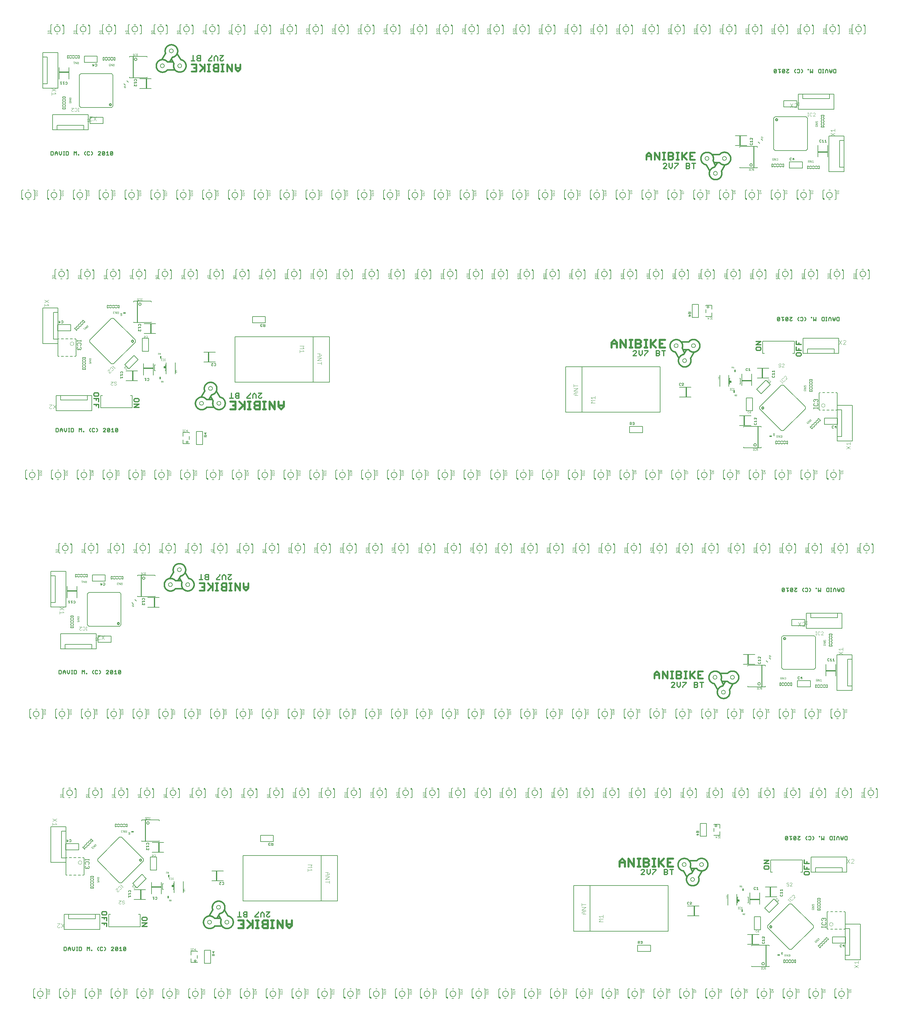
<source format=gbr>
G04 CAM350 V10.1.0 (Build 363) Date:  Sun Jan 09 00:50:29 2011 *
G04 Database: c:\projects\anibike project\hardware\anibike v2.7 bt\eagledir\anibike v2.7 bt\manufacturing\panelized_rev1.4.cam *
G04 Layer 5: AniBike_v2.7_BT_MainBoard.GTO *
G04 Composite: SILK_TOP *
%FSLAX24Y24*%
%MOIN*%
%SFA1.000B1.000*%

%MIA0B0*%
%IPPOS*%
%ADD35C,0.00800*%
%ADD37C,0.02000*%
%ADD39C,0.01600*%
%ADD49C,0.01000*%
%ADD59C,0.01400*%
%ADD74C,0.02200*%
%ADD75C,0.00200*%
%ADD76C,0.00500*%
%ADD77C,0.00600*%
%ADD78C,0.00400*%
%ADD79R,0.01480X0.11000*%
%ADD80C,0.00300*%
%ADD81R,0.11000X0.01480*%
%ADD82C,0.00100*%
%ADD83R,0.01800X0.03000*%
%ADD84R,0.03000X0.01800*%
%ADD85C,0.01300*%
%ADD106R,0.01480X0.11000*%
%ADD107R,0.11000X0.01480*%
%ADD108R,0.01800X0.03000*%
%ADD109R,0.03000X0.01800*%
%LNAniBike_v2.7_BT_MainBoard.GTO*%
%LPD*%
G54D79*
X75179Y16141D03*
X83692Y18261D03*
X81672Y12941D03*
G54D81*
X81945Y17408D03*
G54D83*
X80545Y16161D03*
X80625Y18521D03*
G54D84*
X84625Y11191D03*
G54D106*
X21588Y20074D03*
X13075Y17954D03*
X15095Y23274D03*
G54D107*
X14822Y18807D03*
G54D108*
X16222Y20054D03*
X16142Y17694D03*
G54D109*
X12142Y25024D03*
G54D79*
X74279Y74382D03*
X82792Y76502D03*
X80772Y71182D03*
G54D81*
X81045Y75649D03*
G54D83*
X79645Y74402D03*
X79725Y76762D03*
G54D84*
X83725Y69432D03*
G54D106*
X20688Y78315D03*
X12175Y76195D03*
X14195Y81515D03*
G54D107*
X13922Y77048D03*
G54D108*
X15322Y78295D03*
X15242Y75935D03*
G54D109*
X11242Y83265D03*
G54D49*
X4445Y11686D02*
G01X4645D01*
X4712Y11753*
Y12020*
X4645Y12086*
X4445*
Y11686*
X4906D02*
G01Y11953D01*
X5039Y12086*
X5172Y11953*
Y11686*
Y11886D02*
G01X4906D01*
X5366Y11820D02*
G01X5499Y11686D01*
X5633Y11820*
Y12086*
X5826D02*
G01X5960D01*
X5893D02*
G01Y11686D01*
X5826D02*
G01X5960D01*
X6133D02*
G01X6333D01*
X6400Y11753*
Y12020*
X6333Y12086*
X6133*
Y11686*
X5366Y11820D02*
G01Y12086D01*
X7054D02*
G01X7187Y11953D01*
X7321Y12086*
Y11686*
X7514D02*
G01X7581D01*
Y11753*
X7514*
Y11686*
X7054D02*
G01Y12086D01*
X8205Y11953D02*
G01X8338Y12086D01*
X8512Y12020D02*
G01Y11753D01*
X8578Y11686*
X8712*
X8779Y11753*
X8972Y11686D02*
G01X9105Y11820D01*
Y11953*
X8972Y12086*
X8779Y12020D02*
G01X8712Y12086D01*
X8578*
X8512Y12020*
X8205Y11953D02*
G01Y11820D01*
X8338Y11686*
X9739D02*
G01X10006Y11953D01*
Y12020*
X9939Y12086*
X9806*
X9739Y12020*
X10200D02*
G01X10266Y12086D01*
X10400*
X10466Y12020*
X10200Y11753*
X10266Y11686*
X10400*
X10466Y11753*
Y12020*
X10660Y11953D02*
G01X10793Y12086D01*
Y11686*
X10660D02*
G01X10927D01*
X11120Y11753D02*
G01X11387Y12020D01*
Y11753*
X11320Y11686*
X11187*
X11120Y11753*
Y12020*
X11187Y12086*
X11320*
X11387Y12020*
X10200D02*
G01Y11753D01*
X10006Y11686D02*
G01X9739D01*
X83195Y12261D02*
G01Y9911D01*
X83627Y14361D02*
G01X83629Y14381D01*
X83634Y14401*
X83644Y14419*
X83656Y14436*
X83671Y14450*
X83689Y14460*
X83708Y14468*
X83728Y14472*
X83748*
X83768Y14468*
X83787Y14460*
X83805Y14450*
X83820Y14436*
X83832Y14419*
X83842Y14401*
X83847Y14381*
X83849Y14361*
X83847Y14341*
X83842Y14321*
X83832Y14303*
X83820Y14286*
X83805Y14272*
X83787Y14262*
X83768Y14254*
X83748Y14250*
X83728*
X83708Y14254*
X83689Y14262*
X83671Y14272*
X83656Y14286*
X83644Y14303*
X83634Y14321*
X83629Y14341*
X83627Y14361*
G54D74*
X72764Y21131D02*
G01X72177D01*
Y22012*
X72764*
X71751D02*
G01X71164Y21425D01*
X71311Y21571D02*
G01X71751Y21131D01*
X71164D02*
G01Y22012D01*
X70783D02*
G01X70489D01*
X70636D02*
G01Y21131D01*
X70489D02*
G01X70783D01*
X70063Y21278D02*
G01X69916Y21131D01*
X69476*
Y22012*
X69916*
X70063Y21865*
Y21718*
X69916Y21571*
X69476*
X69916D02*
G01X70063Y21425D01*
Y21278*
X69094Y21131D02*
G01X68801D01*
X68948D02*
G01Y22012D01*
X69094D02*
G01X68801D01*
X68375D02*
G01Y21131D01*
X67788Y22012*
Y21131*
X67362D02*
G01Y21718D01*
X67069Y22012*
X66775Y21718*
Y21131*
Y21571D02*
G01X67362D01*
X72177D02*
G01X72471D01*
G54D59*
X72438Y20772D02*
G01X72811D01*
X72625D02*
G01Y20211D01*
X72167Y20304D02*
G01X72074Y20211D01*
X71793*
Y20772*
X72074*
X72167Y20678*
Y20585*
X72074Y20491*
X71793*
X72074D02*
G01X72167Y20398D01*
Y20304*
X70878Y20678D02*
G01X70504Y20304D01*
Y20211*
X70233Y20398D02*
G01Y20772D01*
X70504D02*
G01X70878D01*
Y20678*
X69860Y20772D02*
G01Y20398D01*
X70047Y20211*
X70233Y20398*
X69589Y20585D02*
G01X69215Y20211D01*
X69589*
Y20585D02*
G01Y20678D01*
X69495Y20772*
X69309*
X69215Y20678*
X82995Y20894D02*
G01X83088Y20801D01*
X83462*
X83555Y20894*
Y21081*
X83462Y21175*
X83088*
X82995Y21081*
Y20894*
Y21446D02*
G01X83555Y21819D01*
X82995*
Y21446D02*
G01X83555D01*
X87515Y21460D02*
G01Y21834D01*
X87795Y21647D02*
G01Y21460D01*
X88075D02*
G01X87515D01*
Y21189D02*
G01Y20816D01*
X88075*
X87795D02*
G01Y21002D01*
X87982Y20545D02*
G01X87608D01*
X87515Y20451*
Y20264*
X87608Y20171*
X87982*
X88075Y20264*
Y20451*
X87982Y20545*
G54D75*
X88383Y16879D02*
G01Y16733D01*
X88493*
X88456Y16806*
Y16843*
X88493Y16879*
X88566*
X88603Y16843*
Y16769*
X88566Y16733*
X88603Y16658D02*
G01X88383D01*
Y16512D02*
G01X88603Y16658D01*
Y16512D02*
G01X88383D01*
X88419Y16437D02*
G01X88493D01*
X88529Y16401*
Y16291*
Y16364D02*
G01X88603Y16437D01*
Y16291D02*
G01X88383D01*
Y16401*
X88419Y16437*
X90329Y14642D02*
G01X90331Y14669D01*
X90337Y14696*
X90346Y14722*
X90359Y14746*
X90375Y14769*
X90394Y14788*
X90416Y14805*
X90440Y14819*
X90465Y14829*
X90492Y14836*
X90519Y14839*
X90547Y14838*
X90574Y14833*
X90600Y14825*
X90624Y14813*
X90647Y14797*
X90668Y14779*
X90685Y14758*
X90700Y14734*
X90711Y14709*
X90719Y14683*
X90723Y14656*
Y14628*
X90719Y14601*
X90711Y14575*
X90700Y14550*
X90685Y14526*
X90668Y14505*
X90647Y14487*
X90625Y14471*
X90600Y14459*
X90574Y14451*
X90547Y14446*
X90519Y14445*
X90492Y14448*
X90465Y14455*
X90440Y14465*
X90416Y14479*
X90394Y14496*
X90375Y14515*
X90359Y14538*
X90346Y14562*
X90337Y14588*
X90331Y14615*
X90329Y14642*
X89253Y12984D02*
G01X89149Y12881D01*
X89201Y12933D02*
G01X89046Y13088D01*
Y12984*
X88941D02*
G01X89097Y12828D01*
X88837Y12880*
X88993Y12724*
X88941Y12672D02*
G01X88837D01*
X88863Y12698D02*
G01X88785Y12620D01*
X88837Y12568D02*
G01X88681Y12724D01*
X88759Y12802*
X88811*
X88863Y12750*
Y12698*
X85893Y11227D02*
G01Y11190D01*
X85857Y11154*
X85893Y11117*
Y11080*
X85857Y11044*
X85783*
X85747Y11080*
X85672Y11044D02*
G01Y11264D01*
X85747Y11227D02*
G01X85783Y11264D01*
X85857*
X85893Y11227*
X85857Y11154D02*
G01X85820D01*
X85672Y11044D02*
G01X85526Y11264D01*
Y11044*
X85451D02*
G01X85378Y11117D01*
X85415D02*
G01X85305D01*
Y11044D02*
G01Y11264D01*
X85415*
X85451Y11227*
Y11154*
X85415Y11117*
X83181Y9801D02*
G01X83034D01*
Y9691*
X83108Y9728*
X83144*
X83181Y9691*
Y9618*
X83144Y9581*
X83071*
X83034Y9618*
X82960D02*
G01X82923Y9581D01*
X82850*
X82813Y9618*
Y9765*
X82850Y9801*
X82923*
X82960Y9765*
X82739Y9801D02*
G01X82666D01*
X82703D02*
G01Y9581D01*
X82739D02*
G01X82666D01*
X83815Y7320D02*
G01X83925Y7210D01*
Y7357*
X84035Y7320D02*
G01X83815D01*
X83852Y7136D02*
G01X83815Y7099D01*
Y6989*
X84035*
Y7099*
X83999Y7136*
X83852*
X81135Y7099D02*
G01X81099Y7136D01*
X80952*
X80915Y7099*
Y6989*
X81135*
Y7099*
X81099Y7210D02*
G01X81135Y7247D01*
Y7320*
X81099Y7357*
X81025*
X80988Y7320*
Y7284*
X81025Y7210*
X80915*
Y7357*
X78235Y7320D02*
G01X78199Y7357D01*
X78162*
X78125Y7320*
Y7210*
X78199*
X78235Y7247*
Y7320*
X78125Y7210D02*
G01X78052Y7284D01*
X78015Y7357*
X78052Y7136D02*
G01X78015Y7099D01*
Y6989*
X78235*
Y7099*
X78199Y7136*
X78052*
X75335Y7099D02*
G01X75299Y7136D01*
X75152*
X75115Y7099*
Y6989*
X75335*
Y7099*
Y7210D02*
G01X75299D01*
X75152Y7357*
X75115*
Y7210*
X72435Y7257D02*
G01X72399Y7220D01*
X72362*
X72325Y7257*
Y7330*
X72362Y7367*
X72399*
X72435Y7330*
Y7257*
X72325D02*
G01X72288Y7220D01*
X72252*
X72215Y7257*
Y7330*
X72252Y7367*
X72288*
X72325Y7330*
X72252Y7146D02*
G01X72215Y7109D01*
Y6999*
X72435*
Y7109*
X72399Y7146*
X72252*
X69535Y7099D02*
G01X69499Y7136D01*
X69352*
X69315Y7099*
Y6989*
X69535*
Y7099*
X69499Y7210D02*
G01X69535Y7247D01*
Y7320*
X69499Y7357*
X69352*
X69315Y7320*
Y7247*
X69352Y7210*
X69388*
X69425Y7247*
Y7357*
X66635Y7320D02*
G01Y7247D01*
X66599Y7210*
X66452Y7357*
X66599*
X66635Y7320*
X66599Y7210D02*
G01X66452D01*
X66415Y7247*
Y7320*
X66452Y7357*
X66635Y7136D02*
G01Y6989D01*
Y7063D02*
G01X66415D01*
X66488Y6989*
X66452Y6915D02*
G01X66415Y6878D01*
Y6768*
X66635*
Y6878*
X66599Y6915*
X66452*
X63735Y6878D02*
G01X63699Y6915D01*
X63552*
X63515Y6878*
Y6768*
X63735*
Y6878*
Y6989D02*
G01Y7136D01*
Y7063D02*
G01X63515D01*
X63588Y6989*
Y7210D02*
G01X63515Y7284D01*
X63735*
Y7357D02*
G01Y7210D01*
X60835D02*
G01X60688Y7357D01*
X60652*
X60615Y7320*
Y7247*
X60652Y7210*
X60615Y7063D02*
G01X60835D01*
Y7136D02*
G01Y6989D01*
X60799Y6915D02*
G01X60652D01*
X60615Y6878*
Y6768*
X60835*
Y6878*
X60799Y6915*
X60688Y6989D02*
G01X60615Y7063D01*
X60835Y7210D02*
G01Y7357D01*
X57935Y7320D02*
G01Y7247D01*
X57899Y7210*
X57935Y7136D02*
G01Y6989D01*
Y7063D02*
G01X57715D01*
X57788Y6989*
X57752Y6915D02*
G01X57715Y6878D01*
Y6768*
X57935*
Y6878*
X57899Y6915*
X57752*
Y7210D02*
G01X57715Y7247D01*
Y7320*
X57752Y7357*
X57788*
X57825Y7320*
X57862Y7357*
X57899*
X57935Y7320*
X57825D02*
G01Y7284D01*
X55035Y7320D02*
G01X54815D01*
X54925Y7210*
Y7357*
X55035Y7136D02*
G01Y6989D01*
Y7063D02*
G01X54815D01*
X54888Y6989*
X54852Y6915D02*
G01X54815Y6878D01*
Y6768*
X55035*
Y6878*
X54999Y6915*
X54852*
X52035Y6878D02*
G01X51999Y6915D01*
X51852*
X51815Y6878*
Y6768*
X52035*
Y6878*
Y6989D02*
G01Y7136D01*
Y7063D02*
G01X51815D01*
X51888Y6989*
X51925Y7210D02*
G01X51888Y7284D01*
Y7320*
X51925Y7357*
X51999*
X52035Y7320*
Y7247*
X51999Y7210*
X51925D02*
G01X51815D01*
Y7357*
X49135Y7320D02*
G01X49099Y7357D01*
X49062*
X49025Y7320*
Y7210*
X49099*
X49135Y7247*
Y7320*
X49025Y7210D02*
G01X48952Y7284D01*
X48915Y7357*
Y7063D02*
G01X49135D01*
Y7136D02*
G01Y6989D01*
X49099Y6915D02*
G01X48952D01*
X48915Y6878*
Y6768*
X49135*
Y6878*
X49099Y6915*
X48988Y6989D02*
G01X48915Y7063D01*
X46235D02*
G01X46015D01*
X46088Y6989*
X46052Y6915D02*
G01X46015Y6878D01*
Y6768*
X46235*
Y6878*
X46199Y6915*
X46052*
X46235Y6989D02*
G01Y7136D01*
Y7210D02*
G01X46199D01*
X46052Y7357*
X46015*
Y7210*
X43435Y7247D02*
G01X43399Y7210D01*
X43362*
X43325Y7247*
Y7320*
X43362Y7357*
X43399*
X43435Y7320*
Y7247*
X43325D02*
G01X43288Y7210D01*
X43252*
X43215Y7247*
Y7320*
X43252Y7357*
X43288*
X43325Y7320*
X43435Y7136D02*
G01Y6989D01*
Y7063D02*
G01X43215D01*
X43288Y6989*
X43252Y6915D02*
G01X43215Y6878D01*
Y6768*
X43435*
Y6878*
X43399Y6915*
X43252*
X40535Y6878D02*
G01X40499Y6915D01*
X40352*
X40315Y6878*
Y6768*
X40535*
Y6878*
Y6989D02*
G01Y7136D01*
Y7063D02*
G01X40315D01*
X40388Y6989*
Y7210D02*
G01X40425Y7247D01*
Y7357*
X40352D02*
G01X40315Y7320D01*
Y7247*
X40352Y7210*
X40388*
X40499D02*
G01X40535Y7247D01*
Y7320*
X40499Y7357*
X40352*
X37635Y7320D02*
G01Y7247D01*
X37599Y7210*
X37452Y7357*
X37599*
X37635Y7320*
X37599Y7210D02*
G01X37452D01*
X37415Y7247*
Y7320*
X37452Y7357*
Y7136D02*
G01X37415Y7099D01*
Y7026*
X37452Y6989*
Y6915D02*
G01X37415Y6878D01*
Y6768*
X37635*
Y6878*
X37599Y6915*
X37452*
X37635Y6989D02*
G01X37488Y7136D01*
X37452*
X37635D02*
G01Y6989D01*
X34735D02*
G01X34588Y7136D01*
X34552*
X34515Y7099*
Y7026*
X34552Y6989*
Y6915D02*
G01X34515Y6878D01*
Y6768*
X34735*
Y6878*
X34699Y6915*
X34552*
X34735Y6989D02*
G01Y7136D01*
Y7210D02*
G01Y7357D01*
Y7284D02*
G01X34515D01*
X34588Y7210*
X31835D02*
G01X31688Y7357D01*
X31652*
X31615Y7320*
Y7247*
X31652Y7210*
Y7136D02*
G01X31615Y7099D01*
Y7026*
X31652Y6989*
Y6915D02*
G01X31615Y6878D01*
Y6768*
X31835*
Y6878*
X31799Y6915*
X31652*
X31835Y6989D02*
G01X31688Y7136D01*
X31652*
X31835D02*
G01Y6989D01*
Y7210D02*
G01Y7357D01*
X28935Y7320D02*
G01Y7247D01*
X28899Y7210*
X28935Y7136D02*
G01Y6989D01*
X28788Y7136*
X28752*
X28715Y7099*
Y7026*
X28752Y6989*
Y6915D02*
G01X28715Y6878D01*
Y6768*
X28935*
Y6878*
X28899Y6915*
X28752*
Y7210D02*
G01X28715Y7247D01*
Y7320*
X28752Y7357*
X28788*
X28825Y7320*
X28862Y7357*
X28899*
X28935Y7320*
X28825D02*
G01Y7284D01*
X26035Y7320D02*
G01X25815D01*
X25925Y7210*
Y7357*
X25888Y7136D02*
G01X25852D01*
X25815Y7099*
Y7026*
X25852Y6989*
Y6915D02*
G01X25815Y6878D01*
Y6768*
X26035*
Y6878*
X25999Y6915*
X25852*
X26035Y6989D02*
G01X25888Y7136D01*
X26035D02*
G01Y6989D01*
X23135D02*
G01X22988Y7136D01*
X22952*
X22915Y7099*
Y7026*
X22952Y6989*
Y6915D02*
G01X22915Y6878D01*
Y6768*
X23135*
Y6878*
X23099Y6915*
X22952*
X23135Y6989D02*
G01Y7136D01*
X23099Y7210D02*
G01X23135Y7247D01*
Y7320*
X23099Y7357*
X23025*
X22988Y7320*
Y7284*
X23025Y7210*
X22915*
Y7357*
X20235Y7320D02*
G01X20199Y7357D01*
X20162*
X20125Y7320*
Y7210*
X20199*
X20235Y7247*
Y7320*
X20125Y7210D02*
G01X20052Y7284D01*
X20015Y7357*
X20052Y7136D02*
G01X20015Y7099D01*
Y7026*
X20052Y6989*
Y6915D02*
G01X20015Y6878D01*
Y6768*
X20235*
Y6878*
X20199Y6915*
X20052*
X20235Y6989D02*
G01X20088Y7136D01*
X20052*
X20235D02*
G01Y6989D01*
X17335D02*
G01X17188Y7136D01*
X17152*
X17115Y7099*
Y7026*
X17152Y6989*
Y6915D02*
G01X17115Y6878D01*
Y6768*
X17335*
Y6878*
X17299Y6915*
X17152*
X17335Y6989D02*
G01Y7136D01*
Y7210D02*
G01X17299D01*
X17152Y7357*
X17115*
Y7210*
X14435Y7247D02*
G01X14399Y7210D01*
X14362*
X14325Y7247*
Y7320*
X14362Y7357*
X14399*
X14435Y7320*
Y7247*
X14325D02*
G01X14288Y7210D01*
X14252*
X14215Y7247*
Y7320*
X14252Y7357*
X14288*
X14325Y7320*
X14288Y7136D02*
G01X14252D01*
X14215Y7099*
Y7026*
X14252Y6989*
Y6915D02*
G01X14215Y6878D01*
Y6768*
X14435*
Y6878*
X14399Y6915*
X14252*
X14435Y6989D02*
G01X14288Y7136D01*
X14435D02*
G01Y6989D01*
X11535D02*
G01X11388Y7136D01*
X11352*
X11315Y7099*
Y7026*
X11352Y6989*
Y6915D02*
G01X11315Y6878D01*
Y6768*
X11535*
Y6878*
X11499Y6915*
X11352*
X11535Y6989D02*
G01Y7136D01*
X11499Y7210D02*
G01X11535Y7247D01*
Y7320*
X11499Y7357*
X11352*
X11315Y7320*
Y7247*
X11352Y7210*
X11388*
X11425Y7247*
Y7357*
X8635Y7320D02*
G01Y7247D01*
X8599Y7210*
X8452Y7357*
X8599*
X8635Y7320*
X8599Y7210D02*
G01X8452D01*
X8415Y7247*
Y7320*
X8452Y7357*
Y7136D02*
G01X8488D01*
X8525Y7099*
X8562Y7136*
X8599*
X8635Y7099*
Y7026*
X8599Y6989*
Y6915D02*
G01X8452D01*
X8415Y6878*
Y6768*
X8635*
Y6878*
X8599Y6915*
X8452Y6989D02*
G01X8415Y7026D01*
Y7099*
X8452Y7136*
X8525Y7099D02*
G01Y7063D01*
X5735Y7099D02*
G01Y7026D01*
X5699Y6989*
Y6915D02*
G01X5552D01*
X5515Y6878*
Y6768*
X5735*
Y6878*
X5699Y6915*
X5552Y6989D02*
G01X5515Y7026D01*
Y7099*
X5552Y7136*
X5588*
X5625Y7099*
X5662Y7136*
X5699*
X5735Y7099*
X5625D02*
G01Y7063D01*
X5588Y7210D02*
G01X5515Y7284D01*
X5735*
Y7357D02*
G01Y7210D01*
X2835D02*
G01X2688Y7357D01*
X2652*
X2615Y7320*
Y7247*
X2652Y7210*
Y7136D02*
G01X2688D01*
X2725Y7099*
X2762Y7136*
X2799*
X2835Y7099*
Y7026*
X2799Y6989*
Y6915D02*
G01X2652D01*
X2615Y6878*
Y6768*
X2835*
Y6878*
X2799Y6915*
X2652Y6989D02*
G01X2615Y7026D01*
Y7099*
X2652Y7136*
X2725Y7099D02*
G01Y7063D01*
X2835Y7210D02*
G01Y7357D01*
X18682Y11680D02*
G01X18756D01*
X18719D02*
G01Y11901D01*
X18682D02*
G01X18756D01*
X18829Y11864D02*
G01Y11717D01*
X18866Y11680*
X18940*
X18976Y11717*
X19050Y11790D02*
G01X19197D01*
X19161Y11680D02*
G01Y11901D01*
X19050Y11790*
X18976Y11864D02*
G01X18940Y11901D01*
X18866*
X18829Y11864*
X80065Y16350D02*
G01X80139D01*
X80102D02*
G01Y16570D01*
X80065D02*
G01X80139D01*
X80212Y16533D02*
G01Y16387D01*
X80249Y16350*
X80323*
X80359Y16387*
X80433Y16350D02*
G01X80580D01*
X80507D02*
G01Y16570D01*
X80433Y16497*
X80359Y16533D02*
G01X80323Y16570D01*
X80249*
X80212Y16533*
X86752Y7357D02*
G01X86788D01*
X86825Y7320*
X86862Y7357*
X86899*
X86935Y7320*
Y7247*
X86899Y7210*
Y7136D02*
G01X86752D01*
X86715Y7099*
Y6989*
X86935*
Y7099*
X86899Y7136*
X86752Y7210D02*
G01X86715Y7247D01*
Y7320*
X86752Y7357*
X86825Y7320D02*
G01Y7284D01*
X89615Y7320D02*
G01Y7247D01*
X89652Y7210*
Y7136D02*
G01X89615Y7099D01*
Y6989*
X89835*
Y7099*
X89799Y7136*
X89652*
X89615Y7320D02*
G01X89652Y7357D01*
X89688*
X89835Y7210*
Y7357*
X92515Y7284D02*
G01X92588Y7210D01*
X92552Y7136D02*
G01X92515Y7099D01*
Y6989*
X92735*
Y7099*
X92699Y7136*
X92552*
X92515Y7284D02*
G01X92735D01*
Y7357D02*
G01Y7210D01*
G54D76*
X1175Y6309D02*
G01X1057Y6427D01*
Y6447*
X1195*
Y6329*
X1097Y6427*
X1136*
X1156Y6408*
Y6427*
X1057Y6447D02*
G01Y7333D01*
X1097Y7372*
X1215*
X1726D02*
G01X1884D01*
X2396D02*
G01X2474D01*
X2514Y7333*
Y6349*
X2474Y6309*
X2396*
X1884D02*
G01X1687D01*
X1466Y6821D02*
G01X1468Y6856D01*
X1474Y6891*
X1483Y6925*
X1497Y6958*
X1513Y6989*
X1533Y7018*
X1557Y7044*
X1583Y7068*
X1611Y7089*
X1642Y7107*
X1674Y7121*
X1707Y7131*
X1742Y7138*
X1777Y7141*
X1812Y7140*
X1847Y7135*
X1882Y7126*
X1915Y7114*
X1946Y7098*
X1976Y7079*
X2003Y7056*
X2027Y7031*
X2049Y7003*
X2067Y6973*
X2082Y6941*
X2094Y6908*
X2102Y6874*
X2106Y6839*
Y6803*
X2102Y6768*
X2094Y6734*
X2082Y6701*
X2067Y6669*
X2049Y6639*
X2027Y6611*
X2003Y6586*
X1976Y6563*
X1946Y6544*
X1915Y6528*
X1882Y6516*
X1847Y6507*
X1812Y6502*
X1777Y6501*
X1742Y6504*
X1707Y6511*
X1674Y6521*
X1642Y6535*
X1611Y6553*
X1583Y6574*
X1557Y6598*
X1533Y6624*
X1513Y6653*
X1497Y6684*
X1483Y6717*
X1474Y6751*
X1468Y6786*
X1466Y6821*
X3957Y6447D02*
G01X4095D01*
Y6329*
X3997Y6427*
X4036*
X4056Y6408*
Y6427*
X3957D02*
G01X4075Y6309D01*
X3957Y6427D02*
G01Y6447D01*
Y7333*
X3997Y7372*
X4115*
X4626D02*
G01X4784D01*
X5296D02*
G01X5374D01*
X5414Y7333*
Y6349*
X5374Y6309*
X5296*
X4784D02*
G01X4587D01*
X4366Y6821D02*
G01X4368Y6856D01*
X4374Y6891*
X4383Y6925*
X4397Y6958*
X4413Y6989*
X4433Y7018*
X4457Y7044*
X4483Y7068*
X4511Y7089*
X4542Y7107*
X4574Y7121*
X4607Y7131*
X4642Y7138*
X4677Y7141*
X4712Y7140*
X4747Y7135*
X4782Y7126*
X4815Y7114*
X4846Y7098*
X4876Y7079*
X4903Y7056*
X4927Y7031*
X4949Y7003*
X4967Y6973*
X4982Y6941*
X4994Y6908*
X5002Y6874*
X5006Y6839*
Y6803*
X5002Y6768*
X4994Y6734*
X4982Y6701*
X4967Y6669*
X4949Y6639*
X4927Y6611*
X4903Y6586*
X4876Y6563*
X4846Y6544*
X4815Y6528*
X4782Y6516*
X4747Y6507*
X4712Y6502*
X4677Y6501*
X4642Y6504*
X4607Y6511*
X4574Y6521*
X4542Y6535*
X4511Y6553*
X4483Y6574*
X4457Y6598*
X4433Y6624*
X4413Y6653*
X4397Y6684*
X4383Y6717*
X4374Y6751*
X4368Y6786*
X4366Y6821*
X6857Y6447D02*
G01X6995D01*
Y6329*
X6897Y6427*
X6936*
X6956Y6408*
Y6427*
X6857D02*
G01X6975Y6309D01*
X6857Y6427D02*
G01Y6447D01*
Y7333*
X6897Y7372*
X7015*
X7526D02*
G01X7684D01*
X8196D02*
G01X8274D01*
X8314Y7333*
Y6349*
X8274Y6309*
X8196*
X7684D02*
G01X7487D01*
X7266Y6821D02*
G01X7268Y6856D01*
X7274Y6891*
X7283Y6925*
X7297Y6958*
X7313Y6989*
X7333Y7018*
X7357Y7044*
X7383Y7068*
X7411Y7089*
X7442Y7107*
X7474Y7121*
X7507Y7131*
X7542Y7138*
X7577Y7141*
X7612Y7140*
X7647Y7135*
X7682Y7126*
X7715Y7114*
X7746Y7098*
X7776Y7079*
X7803Y7056*
X7827Y7031*
X7849Y7003*
X7867Y6973*
X7882Y6941*
X7894Y6908*
X7902Y6874*
X7906Y6839*
Y6803*
X7902Y6768*
X7894Y6734*
X7882Y6701*
X7867Y6669*
X7849Y6639*
X7827Y6611*
X7803Y6586*
X7776Y6563*
X7746Y6544*
X7715Y6528*
X7682Y6516*
X7647Y6507*
X7612Y6502*
X7577Y6501*
X7542Y6504*
X7507Y6511*
X7474Y6521*
X7442Y6535*
X7411Y6553*
X7383Y6574*
X7357Y6598*
X7333Y6624*
X7313Y6653*
X7297Y6684*
X7283Y6717*
X7274Y6751*
X7268Y6786*
X7266Y6821*
X9757Y6447D02*
G01X9895D01*
Y6329*
X9797Y6427*
X9836*
X9856Y6408*
Y6427*
X9757D02*
G01X9875Y6309D01*
X9757Y6427D02*
G01Y6447D01*
Y7333*
X9797Y7372*
X9915*
X10426D02*
G01X10584D01*
X11096D02*
G01X11174D01*
X11214Y7333*
Y6349*
X11174Y6309*
X11096*
X10584D02*
G01X10387D01*
X10166Y6821D02*
G01X10168Y6856D01*
X10174Y6891*
X10183Y6925*
X10197Y6958*
X10213Y6989*
X10233Y7018*
X10257Y7044*
X10283Y7068*
X10311Y7089*
X10342Y7107*
X10374Y7121*
X10407Y7131*
X10442Y7138*
X10477Y7141*
X10512Y7140*
X10547Y7135*
X10582Y7126*
X10615Y7114*
X10646Y7098*
X10676Y7079*
X10703Y7056*
X10727Y7031*
X10749Y7003*
X10767Y6973*
X10782Y6941*
X10794Y6908*
X10802Y6874*
X10806Y6839*
Y6803*
X10802Y6768*
X10794Y6734*
X10782Y6701*
X10767Y6669*
X10749Y6639*
X10727Y6611*
X10703Y6586*
X10676Y6563*
X10646Y6544*
X10615Y6528*
X10582Y6516*
X10547Y6507*
X10512Y6502*
X10477Y6501*
X10442Y6504*
X10407Y6511*
X10374Y6521*
X10342Y6535*
X10311Y6553*
X10283Y6574*
X10257Y6598*
X10233Y6624*
X10213Y6653*
X10197Y6684*
X10183Y6717*
X10174Y6751*
X10168Y6786*
X10166Y6821*
X12657Y6447D02*
G01X12795D01*
Y6329*
X12697Y6427*
X12736*
X12756Y6408*
Y6427*
X12657D02*
G01X12775Y6309D01*
X12657Y6427D02*
G01Y6447D01*
Y7333*
X12697Y7372*
X12815*
X13326D02*
G01X13484D01*
X13996D02*
G01X14074D01*
X14114Y7333*
Y6349*
X14074Y6309*
X13996*
X13484D02*
G01X13287D01*
X13066Y6821D02*
G01X13068Y6856D01*
X13074Y6891*
X13083Y6925*
X13097Y6958*
X13113Y6989*
X13133Y7018*
X13157Y7044*
X13183Y7068*
X13211Y7089*
X13242Y7107*
X13274Y7121*
X13307Y7131*
X13342Y7138*
X13377Y7141*
X13412Y7140*
X13447Y7135*
X13482Y7126*
X13515Y7114*
X13546Y7098*
X13576Y7079*
X13603Y7056*
X13627Y7031*
X13649Y7003*
X13667Y6973*
X13682Y6941*
X13694Y6908*
X13702Y6874*
X13706Y6839*
Y6803*
X13702Y6768*
X13694Y6734*
X13682Y6701*
X13667Y6669*
X13649Y6639*
X13627Y6611*
X13603Y6586*
X13576Y6563*
X13546Y6544*
X13515Y6528*
X13482Y6516*
X13447Y6507*
X13412Y6502*
X13377Y6501*
X13342Y6504*
X13307Y6511*
X13274Y6521*
X13242Y6535*
X13211Y6553*
X13183Y6574*
X13157Y6598*
X13133Y6624*
X13113Y6653*
X13097Y6684*
X13083Y6717*
X13074Y6751*
X13068Y6786*
X13066Y6821*
X15557Y6447D02*
G01X15695D01*
Y6329*
X15597Y6427*
X15636*
X15656Y6408*
Y6427*
X15557D02*
G01X15675Y6309D01*
X15557Y6427D02*
G01Y6447D01*
Y7333*
X15597Y7372*
X15715*
X16226D02*
G01X16384D01*
X16896D02*
G01X16974D01*
X17014Y7333*
Y6349*
X16974Y6309*
X16896*
X16384D02*
G01X16187D01*
X15966Y6821D02*
G01X15968Y6856D01*
X15974Y6891*
X15983Y6925*
X15997Y6958*
X16013Y6989*
X16033Y7018*
X16057Y7044*
X16083Y7068*
X16111Y7089*
X16142Y7107*
X16174Y7121*
X16207Y7131*
X16242Y7138*
X16277Y7141*
X16312Y7140*
X16347Y7135*
X16382Y7126*
X16415Y7114*
X16446Y7098*
X16476Y7079*
X16503Y7056*
X16527Y7031*
X16549Y7003*
X16567Y6973*
X16582Y6941*
X16594Y6908*
X16602Y6874*
X16606Y6839*
Y6803*
X16602Y6768*
X16594Y6734*
X16582Y6701*
X16567Y6669*
X16549Y6639*
X16527Y6611*
X16503Y6586*
X16476Y6563*
X16446Y6544*
X16415Y6528*
X16382Y6516*
X16347Y6507*
X16312Y6502*
X16277Y6501*
X16242Y6504*
X16207Y6511*
X16174Y6521*
X16142Y6535*
X16111Y6553*
X16083Y6574*
X16057Y6598*
X16033Y6624*
X16013Y6653*
X15997Y6684*
X15983Y6717*
X15974Y6751*
X15968Y6786*
X15966Y6821*
X18457Y6447D02*
G01X18595D01*
Y6329*
X18497Y6427*
X18536*
X18556Y6408*
Y6427*
X18457D02*
G01X18575Y6309D01*
X18457Y6427D02*
G01Y6447D01*
Y7333*
X18497Y7372*
X18615*
X19126D02*
G01X19284D01*
X19796D02*
G01X19874D01*
X19914Y7333*
Y6349*
X19874Y6309*
X19796*
X19284D02*
G01X19087D01*
X18866Y6821D02*
G01X18868Y6856D01*
X18874Y6891*
X18883Y6925*
X18897Y6958*
X18913Y6989*
X18933Y7018*
X18957Y7044*
X18983Y7068*
X19011Y7089*
X19042Y7107*
X19074Y7121*
X19107Y7131*
X19142Y7138*
X19177Y7141*
X19212Y7140*
X19247Y7135*
X19282Y7126*
X19315Y7114*
X19346Y7098*
X19376Y7079*
X19403Y7056*
X19427Y7031*
X19449Y7003*
X19467Y6973*
X19482Y6941*
X19494Y6908*
X19502Y6874*
X19506Y6839*
Y6803*
X19502Y6768*
X19494Y6734*
X19482Y6701*
X19467Y6669*
X19449Y6639*
X19427Y6611*
X19403Y6586*
X19376Y6563*
X19346Y6544*
X19315Y6528*
X19282Y6516*
X19247Y6507*
X19212Y6502*
X19177Y6501*
X19142Y6504*
X19107Y6511*
X19074Y6521*
X19042Y6535*
X19011Y6553*
X18983Y6574*
X18957Y6598*
X18933Y6624*
X18913Y6653*
X18897Y6684*
X18883Y6717*
X18874Y6751*
X18868Y6786*
X18866Y6821*
X21357Y6447D02*
G01X21495D01*
Y6329*
X21397Y6427*
X21436*
X21456Y6408*
Y6427*
X21357D02*
G01X21475Y6309D01*
X21357Y6427D02*
G01Y6447D01*
Y7333*
X21397Y7372*
X21515*
X22026D02*
G01X22184D01*
X22696D02*
G01X22774D01*
X22814Y7333*
Y6349*
X22774Y6309*
X22696*
X22184D02*
G01X21987D01*
X21766Y6821D02*
G01X21768Y6856D01*
X21774Y6891*
X21783Y6925*
X21797Y6958*
X21813Y6989*
X21833Y7018*
X21857Y7044*
X21883Y7068*
X21911Y7089*
X21942Y7107*
X21974Y7121*
X22007Y7131*
X22042Y7138*
X22077Y7141*
X22112Y7140*
X22147Y7135*
X22182Y7126*
X22215Y7114*
X22246Y7098*
X22276Y7079*
X22303Y7056*
X22327Y7031*
X22349Y7003*
X22367Y6973*
X22382Y6941*
X22394Y6908*
X22402Y6874*
X22406Y6839*
Y6803*
X22402Y6768*
X22394Y6734*
X22382Y6701*
X22367Y6669*
X22349Y6639*
X22327Y6611*
X22303Y6586*
X22276Y6563*
X22246Y6544*
X22215Y6528*
X22182Y6516*
X22147Y6507*
X22112Y6502*
X22077Y6501*
X22042Y6504*
X22007Y6511*
X21974Y6521*
X21942Y6535*
X21911Y6553*
X21883Y6574*
X21857Y6598*
X21833Y6624*
X21813Y6653*
X21797Y6684*
X21783Y6717*
X21774Y6751*
X21768Y6786*
X21766Y6821*
X24257Y6447D02*
G01X24395D01*
Y6329*
X24297Y6427*
X24336*
X24356Y6408*
Y6427*
X24257D02*
G01X24375Y6309D01*
X24257Y6427D02*
G01Y6447D01*
Y7333*
X24297Y7372*
X24415*
X24926D02*
G01X25084D01*
X25596D02*
G01X25674D01*
X25714Y7333*
Y6349*
X25674Y6309*
X25596*
X25084D02*
G01X24887D01*
X24666Y6821D02*
G01X24668Y6856D01*
X24674Y6891*
X24683Y6925*
X24697Y6958*
X24713Y6989*
X24733Y7018*
X24757Y7044*
X24783Y7068*
X24811Y7089*
X24842Y7107*
X24874Y7121*
X24907Y7131*
X24942Y7138*
X24977Y7141*
X25012Y7140*
X25047Y7135*
X25082Y7126*
X25115Y7114*
X25146Y7098*
X25176Y7079*
X25203Y7056*
X25227Y7031*
X25249Y7003*
X25267Y6973*
X25282Y6941*
X25294Y6908*
X25302Y6874*
X25306Y6839*
Y6803*
X25302Y6768*
X25294Y6734*
X25282Y6701*
X25267Y6669*
X25249Y6639*
X25227Y6611*
X25203Y6586*
X25176Y6563*
X25146Y6544*
X25115Y6528*
X25082Y6516*
X25047Y6507*
X25012Y6502*
X24977Y6501*
X24942Y6504*
X24907Y6511*
X24874Y6521*
X24842Y6535*
X24811Y6553*
X24783Y6574*
X24757Y6598*
X24733Y6624*
X24713Y6653*
X24697Y6684*
X24683Y6717*
X24674Y6751*
X24668Y6786*
X24666Y6821*
X27157Y6447D02*
G01X27295D01*
Y6329*
X27197Y6427*
X27236*
X27256Y6408*
Y6427*
X27157D02*
G01X27275Y6309D01*
X27157Y6427D02*
G01Y6447D01*
Y7333*
X27197Y7372*
X27315*
X27826D02*
G01X27984D01*
X28496D02*
G01X28574D01*
X28614Y7333*
Y6349*
X28574Y6309*
X28496*
X27984D02*
G01X27787D01*
X27566Y6821D02*
G01X27568Y6856D01*
X27574Y6891*
X27583Y6925*
X27597Y6958*
X27613Y6989*
X27633Y7018*
X27657Y7044*
X27683Y7068*
X27711Y7089*
X27742Y7107*
X27774Y7121*
X27807Y7131*
X27842Y7138*
X27877Y7141*
X27912Y7140*
X27947Y7135*
X27982Y7126*
X28015Y7114*
X28046Y7098*
X28076Y7079*
X28103Y7056*
X28127Y7031*
X28149Y7003*
X28167Y6973*
X28182Y6941*
X28194Y6908*
X28202Y6874*
X28206Y6839*
Y6803*
X28202Y6768*
X28194Y6734*
X28182Y6701*
X28167Y6669*
X28149Y6639*
X28127Y6611*
X28103Y6586*
X28076Y6563*
X28046Y6544*
X28015Y6528*
X27982Y6516*
X27947Y6507*
X27912Y6502*
X27877Y6501*
X27842Y6504*
X27807Y6511*
X27774Y6521*
X27742Y6535*
X27711Y6553*
X27683Y6574*
X27657Y6598*
X27633Y6624*
X27613Y6653*
X27597Y6684*
X27583Y6717*
X27574Y6751*
X27568Y6786*
X27566Y6821*
X30057Y6447D02*
G01X30195D01*
Y6329*
X30097Y6427*
X30136*
X30156Y6408*
Y6427*
X30057D02*
G01X30175Y6309D01*
X30057Y6427D02*
G01Y6447D01*
Y7333*
X30097Y7372*
X30215*
X30726D02*
G01X30884D01*
X31396D02*
G01X31474D01*
X31514Y7333*
Y6349*
X31474Y6309*
X31396*
X30884D02*
G01X30687D01*
X30466Y6821D02*
G01X30468Y6856D01*
X30474Y6891*
X30483Y6925*
X30497Y6958*
X30513Y6989*
X30533Y7018*
X30557Y7044*
X30583Y7068*
X30611Y7089*
X30642Y7107*
X30674Y7121*
X30707Y7131*
X30742Y7138*
X30777Y7141*
X30812Y7140*
X30847Y7135*
X30882Y7126*
X30915Y7114*
X30946Y7098*
X30976Y7079*
X31003Y7056*
X31027Y7031*
X31049Y7003*
X31067Y6973*
X31082Y6941*
X31094Y6908*
X31102Y6874*
X31106Y6839*
Y6803*
X31102Y6768*
X31094Y6734*
X31082Y6701*
X31067Y6669*
X31049Y6639*
X31027Y6611*
X31003Y6586*
X30976Y6563*
X30946Y6544*
X30915Y6528*
X30882Y6516*
X30847Y6507*
X30812Y6502*
X30777Y6501*
X30742Y6504*
X30707Y6511*
X30674Y6521*
X30642Y6535*
X30611Y6553*
X30583Y6574*
X30557Y6598*
X30533Y6624*
X30513Y6653*
X30497Y6684*
X30483Y6717*
X30474Y6751*
X30468Y6786*
X30466Y6821*
X32957Y6447D02*
G01X33095D01*
Y6329*
X32997Y6427*
X33036*
X33056Y6408*
Y6427*
X32957D02*
G01X33075Y6309D01*
X32957Y6427D02*
G01Y6447D01*
Y7333*
X32997Y7372*
X33115*
X33626D02*
G01X33784D01*
X34296D02*
G01X34374D01*
X34414Y7333*
Y6349*
X34374Y6309*
X34296*
X33784D02*
G01X33587D01*
X33366Y6821D02*
G01X33368Y6856D01*
X33374Y6891*
X33383Y6925*
X33397Y6958*
X33413Y6989*
X33433Y7018*
X33457Y7044*
X33483Y7068*
X33511Y7089*
X33542Y7107*
X33574Y7121*
X33607Y7131*
X33642Y7138*
X33677Y7141*
X33712Y7140*
X33747Y7135*
X33782Y7126*
X33815Y7114*
X33846Y7098*
X33876Y7079*
X33903Y7056*
X33927Y7031*
X33949Y7003*
X33967Y6973*
X33982Y6941*
X33994Y6908*
X34002Y6874*
X34006Y6839*
Y6803*
X34002Y6768*
X33994Y6734*
X33982Y6701*
X33967Y6669*
X33949Y6639*
X33927Y6611*
X33903Y6586*
X33876Y6563*
X33846Y6544*
X33815Y6528*
X33782Y6516*
X33747Y6507*
X33712Y6502*
X33677Y6501*
X33642Y6504*
X33607Y6511*
X33574Y6521*
X33542Y6535*
X33511Y6553*
X33483Y6574*
X33457Y6598*
X33433Y6624*
X33413Y6653*
X33397Y6684*
X33383Y6717*
X33374Y6751*
X33368Y6786*
X33366Y6821*
X35857Y6447D02*
G01X35995D01*
Y6329*
X35897Y6427*
X35936*
X35956Y6408*
Y6427*
X35857D02*
G01X35975Y6309D01*
X35857Y6427D02*
G01Y6447D01*
Y7333*
X35897Y7372*
X36015*
X36526D02*
G01X36684D01*
X37196D02*
G01X37274D01*
X37314Y7333*
Y6349*
X37274Y6309*
X37196*
X36684D02*
G01X36487D01*
X36266Y6821D02*
G01X36268Y6856D01*
X36274Y6891*
X36283Y6925*
X36297Y6958*
X36313Y6989*
X36333Y7018*
X36357Y7044*
X36383Y7068*
X36411Y7089*
X36442Y7107*
X36474Y7121*
X36507Y7131*
X36542Y7138*
X36577Y7141*
X36612Y7140*
X36647Y7135*
X36682Y7126*
X36715Y7114*
X36746Y7098*
X36776Y7079*
X36803Y7056*
X36827Y7031*
X36849Y7003*
X36867Y6973*
X36882Y6941*
X36894Y6908*
X36902Y6874*
X36906Y6839*
Y6803*
X36902Y6768*
X36894Y6734*
X36882Y6701*
X36867Y6669*
X36849Y6639*
X36827Y6611*
X36803Y6586*
X36776Y6563*
X36746Y6544*
X36715Y6528*
X36682Y6516*
X36647Y6507*
X36612Y6502*
X36577Y6501*
X36542Y6504*
X36507Y6511*
X36474Y6521*
X36442Y6535*
X36411Y6553*
X36383Y6574*
X36357Y6598*
X36333Y6624*
X36313Y6653*
X36297Y6684*
X36283Y6717*
X36274Y6751*
X36268Y6786*
X36266Y6821*
X38757Y6447D02*
G01X38895D01*
Y6329*
X38797Y6427*
X38836*
X38856Y6408*
Y6427*
X38757D02*
G01X38875Y6309D01*
X38757Y6427D02*
G01Y6447D01*
Y7333*
X38797Y7372*
X38915*
X39426D02*
G01X39584D01*
X40096D02*
G01X40174D01*
X40214Y7333*
Y6349*
X40174Y6309*
X40096*
X39584D02*
G01X39387D01*
X39166Y6821D02*
G01X39168Y6856D01*
X39174Y6891*
X39183Y6925*
X39197Y6958*
X39213Y6989*
X39233Y7018*
X39257Y7044*
X39283Y7068*
X39311Y7089*
X39342Y7107*
X39374Y7121*
X39407Y7131*
X39442Y7138*
X39477Y7141*
X39512Y7140*
X39547Y7135*
X39582Y7126*
X39615Y7114*
X39646Y7098*
X39676Y7079*
X39703Y7056*
X39727Y7031*
X39749Y7003*
X39767Y6973*
X39782Y6941*
X39794Y6908*
X39802Y6874*
X39806Y6839*
Y6803*
X39802Y6768*
X39794Y6734*
X39782Y6701*
X39767Y6669*
X39749Y6639*
X39727Y6611*
X39703Y6586*
X39676Y6563*
X39646Y6544*
X39615Y6528*
X39582Y6516*
X39547Y6507*
X39512Y6502*
X39477Y6501*
X39442Y6504*
X39407Y6511*
X39374Y6521*
X39342Y6535*
X39311Y6553*
X39283Y6574*
X39257Y6598*
X39233Y6624*
X39213Y6653*
X39197Y6684*
X39183Y6717*
X39174Y6751*
X39168Y6786*
X39166Y6821*
X41657Y6447D02*
G01X41795D01*
Y6329*
X41697Y6427*
X41736*
X41756Y6408*
Y6427*
X41657D02*
G01X41775Y6309D01*
X41657Y6427D02*
G01Y6447D01*
Y7333*
X41697Y7372*
X41815*
X42326D02*
G01X42484D01*
X42996D02*
G01X43074D01*
X43114Y7333*
Y6349*
X43074Y6309*
X42996*
X42484D02*
G01X42287D01*
X42066Y6821D02*
G01X42068Y6856D01*
X42074Y6891*
X42083Y6925*
X42097Y6958*
X42113Y6989*
X42133Y7018*
X42157Y7044*
X42183Y7068*
X42211Y7089*
X42242Y7107*
X42274Y7121*
X42307Y7131*
X42342Y7138*
X42377Y7141*
X42412Y7140*
X42447Y7135*
X42482Y7126*
X42515Y7114*
X42546Y7098*
X42576Y7079*
X42603Y7056*
X42627Y7031*
X42649Y7003*
X42667Y6973*
X42682Y6941*
X42694Y6908*
X42702Y6874*
X42706Y6839*
Y6803*
X42702Y6768*
X42694Y6734*
X42682Y6701*
X42667Y6669*
X42649Y6639*
X42627Y6611*
X42603Y6586*
X42576Y6563*
X42546Y6544*
X42515Y6528*
X42482Y6516*
X42447Y6507*
X42412Y6502*
X42377Y6501*
X42342Y6504*
X42307Y6511*
X42274Y6521*
X42242Y6535*
X42211Y6553*
X42183Y6574*
X42157Y6598*
X42133Y6624*
X42113Y6653*
X42097Y6684*
X42083Y6717*
X42074Y6751*
X42068Y6786*
X42066Y6821*
X44457Y6447D02*
G01X44595D01*
Y6329*
X44497Y6427*
X44536*
X44556Y6408*
Y6427*
X44457D02*
G01X44575Y6309D01*
X44457Y6427D02*
G01Y6447D01*
Y7333*
X44497Y7372*
X44615*
X45126D02*
G01X45284D01*
X45796D02*
G01X45874D01*
X45914Y7333*
Y6349*
X45874Y6309*
X45796*
X45284D02*
G01X45087D01*
X44866Y6821D02*
G01X44868Y6856D01*
X44874Y6891*
X44883Y6925*
X44897Y6958*
X44913Y6989*
X44933Y7018*
X44957Y7044*
X44983Y7068*
X45011Y7089*
X45042Y7107*
X45074Y7121*
X45107Y7131*
X45142Y7138*
X45177Y7141*
X45212Y7140*
X45247Y7135*
X45282Y7126*
X45315Y7114*
X45346Y7098*
X45376Y7079*
X45403Y7056*
X45427Y7031*
X45449Y7003*
X45467Y6973*
X45482Y6941*
X45494Y6908*
X45502Y6874*
X45506Y6839*
Y6803*
X45502Y6768*
X45494Y6734*
X45482Y6701*
X45467Y6669*
X45449Y6639*
X45427Y6611*
X45403Y6586*
X45376Y6563*
X45346Y6544*
X45315Y6528*
X45282Y6516*
X45247Y6507*
X45212Y6502*
X45177Y6501*
X45142Y6504*
X45107Y6511*
X45074Y6521*
X45042Y6535*
X45011Y6553*
X44983Y6574*
X44957Y6598*
X44933Y6624*
X44913Y6653*
X44897Y6684*
X44883Y6717*
X44874Y6751*
X44868Y6786*
X44866Y6821*
X47357Y6447D02*
G01X47495D01*
Y6329*
X47397Y6427*
X47436*
X47456Y6408*
Y6427*
X47357D02*
G01X47475Y6309D01*
X47357Y6427D02*
G01Y6447D01*
Y7333*
X47397Y7372*
X47515*
X48026D02*
G01X48184D01*
X48696D02*
G01X48774D01*
X48814Y7333*
Y6349*
X48774Y6309*
X48696*
X48184D02*
G01X47987D01*
X47766Y6821D02*
G01X47768Y6856D01*
X47774Y6891*
X47783Y6925*
X47797Y6958*
X47813Y6989*
X47833Y7018*
X47857Y7044*
X47883Y7068*
X47911Y7089*
X47942Y7107*
X47974Y7121*
X48007Y7131*
X48042Y7138*
X48077Y7141*
X48112Y7140*
X48147Y7135*
X48182Y7126*
X48215Y7114*
X48246Y7098*
X48276Y7079*
X48303Y7056*
X48327Y7031*
X48349Y7003*
X48367Y6973*
X48382Y6941*
X48394Y6908*
X48402Y6874*
X48406Y6839*
Y6803*
X48402Y6768*
X48394Y6734*
X48382Y6701*
X48367Y6669*
X48349Y6639*
X48327Y6611*
X48303Y6586*
X48276Y6563*
X48246Y6544*
X48215Y6528*
X48182Y6516*
X48147Y6507*
X48112Y6502*
X48077Y6501*
X48042Y6504*
X48007Y6511*
X47974Y6521*
X47942Y6535*
X47911Y6553*
X47883Y6574*
X47857Y6598*
X47833Y6624*
X47813Y6653*
X47797Y6684*
X47783Y6717*
X47774Y6751*
X47768Y6786*
X47766Y6821*
X50257Y6447D02*
G01X50395D01*
Y6329*
X50297Y6427*
X50336*
X50356Y6408*
Y6427*
X50257D02*
G01X50375Y6309D01*
X50257Y6427D02*
G01Y6447D01*
Y7333*
X50297Y7372*
X50415*
X50926D02*
G01X51084D01*
X51596D02*
G01X51674D01*
X51714Y7333*
Y6349*
X51674Y6309*
X51596*
X51084D02*
G01X50887D01*
X50666Y6821D02*
G01X50668Y6856D01*
X50674Y6891*
X50683Y6925*
X50697Y6958*
X50713Y6989*
X50733Y7018*
X50757Y7044*
X50783Y7068*
X50811Y7089*
X50842Y7107*
X50874Y7121*
X50907Y7131*
X50942Y7138*
X50977Y7141*
X51012Y7140*
X51047Y7135*
X51082Y7126*
X51115Y7114*
X51146Y7098*
X51176Y7079*
X51203Y7056*
X51227Y7031*
X51249Y7003*
X51267Y6973*
X51282Y6941*
X51294Y6908*
X51302Y6874*
X51306Y6839*
Y6803*
X51302Y6768*
X51294Y6734*
X51282Y6701*
X51267Y6669*
X51249Y6639*
X51227Y6611*
X51203Y6586*
X51176Y6563*
X51146Y6544*
X51115Y6528*
X51082Y6516*
X51047Y6507*
X51012Y6502*
X50977Y6501*
X50942Y6504*
X50907Y6511*
X50874Y6521*
X50842Y6535*
X50811Y6553*
X50783Y6574*
X50757Y6598*
X50733Y6624*
X50713Y6653*
X50697Y6684*
X50683Y6717*
X50674Y6751*
X50668Y6786*
X50666Y6821*
X53257Y6447D02*
G01X53395D01*
Y6329*
X53297Y6427*
X53336*
X53356Y6408*
Y6427*
X53257D02*
G01X53375Y6309D01*
X53257Y6427D02*
G01Y6447D01*
Y7333*
X53297Y7372*
X53415*
X53926D02*
G01X54084D01*
X54596D02*
G01X54674D01*
X54714Y7333*
Y6349*
X54674Y6309*
X54596*
X54084D02*
G01X53887D01*
X53666Y6821D02*
G01X53668Y6856D01*
X53674Y6891*
X53683Y6925*
X53697Y6958*
X53713Y6989*
X53733Y7018*
X53757Y7044*
X53783Y7068*
X53811Y7089*
X53842Y7107*
X53874Y7121*
X53907Y7131*
X53942Y7138*
X53977Y7141*
X54012Y7140*
X54047Y7135*
X54082Y7126*
X54115Y7114*
X54146Y7098*
X54176Y7079*
X54203Y7056*
X54227Y7031*
X54249Y7003*
X54267Y6973*
X54282Y6941*
X54294Y6908*
X54302Y6874*
X54306Y6839*
Y6803*
X54302Y6768*
X54294Y6734*
X54282Y6701*
X54267Y6669*
X54249Y6639*
X54227Y6611*
X54203Y6586*
X54176Y6563*
X54146Y6544*
X54115Y6528*
X54082Y6516*
X54047Y6507*
X54012Y6502*
X53977Y6501*
X53942Y6504*
X53907Y6511*
X53874Y6521*
X53842Y6535*
X53811Y6553*
X53783Y6574*
X53757Y6598*
X53733Y6624*
X53713Y6653*
X53697Y6684*
X53683Y6717*
X53674Y6751*
X53668Y6786*
X53666Y6821*
X56157Y6447D02*
G01X56295D01*
Y6329*
X56197Y6427*
X56236*
X56256Y6408*
Y6427*
X56157D02*
G01X56275Y6309D01*
X56157Y6427D02*
G01Y6447D01*
Y7333*
X56197Y7372*
X56315*
X56826D02*
G01X56984D01*
X57496D02*
G01X57574D01*
X57614Y7333*
Y6349*
X57574Y6309*
X57496*
X56984D02*
G01X56787D01*
X56566Y6821D02*
G01X56568Y6856D01*
X56574Y6891*
X56583Y6925*
X56597Y6958*
X56613Y6989*
X56633Y7018*
X56657Y7044*
X56683Y7068*
X56711Y7089*
X56742Y7107*
X56774Y7121*
X56807Y7131*
X56842Y7138*
X56877Y7141*
X56912Y7140*
X56947Y7135*
X56982Y7126*
X57015Y7114*
X57046Y7098*
X57076Y7079*
X57103Y7056*
X57127Y7031*
X57149Y7003*
X57167Y6973*
X57182Y6941*
X57194Y6908*
X57202Y6874*
X57206Y6839*
Y6803*
X57202Y6768*
X57194Y6734*
X57182Y6701*
X57167Y6669*
X57149Y6639*
X57127Y6611*
X57103Y6586*
X57076Y6563*
X57046Y6544*
X57015Y6528*
X56982Y6516*
X56947Y6507*
X56912Y6502*
X56877Y6501*
X56842Y6504*
X56807Y6511*
X56774Y6521*
X56742Y6535*
X56711Y6553*
X56683Y6574*
X56657Y6598*
X56633Y6624*
X56613Y6653*
X56597Y6684*
X56583Y6717*
X56574Y6751*
X56568Y6786*
X56566Y6821*
X59057Y6447D02*
G01X59195D01*
Y6329*
X59097Y6427*
X59136*
X59156Y6408*
Y6427*
X59057D02*
G01X59175Y6309D01*
X59057Y6427D02*
G01Y6447D01*
Y7333*
X59097Y7372*
X59215*
X59726D02*
G01X59884D01*
X60396D02*
G01X60474D01*
X60514Y7333*
Y6349*
X60474Y6309*
X60396*
X59884D02*
G01X59687D01*
X59466Y6821D02*
G01X59468Y6856D01*
X59474Y6891*
X59483Y6925*
X59497Y6958*
X59513Y6989*
X59533Y7018*
X59557Y7044*
X59583Y7068*
X59611Y7089*
X59642Y7107*
X59674Y7121*
X59707Y7131*
X59742Y7138*
X59777Y7141*
X59812Y7140*
X59847Y7135*
X59882Y7126*
X59915Y7114*
X59946Y7098*
X59976Y7079*
X60003Y7056*
X60027Y7031*
X60049Y7003*
X60067Y6973*
X60082Y6941*
X60094Y6908*
X60102Y6874*
X60106Y6839*
Y6803*
X60102Y6768*
X60094Y6734*
X60082Y6701*
X60067Y6669*
X60049Y6639*
X60027Y6611*
X60003Y6586*
X59976Y6563*
X59946Y6544*
X59915Y6528*
X59882Y6516*
X59847Y6507*
X59812Y6502*
X59777Y6501*
X59742Y6504*
X59707Y6511*
X59674Y6521*
X59642Y6535*
X59611Y6553*
X59583Y6574*
X59557Y6598*
X59533Y6624*
X59513Y6653*
X59497Y6684*
X59483Y6717*
X59474Y6751*
X59468Y6786*
X59466Y6821*
X61957Y6447D02*
G01X62095D01*
Y6329*
X61997Y6427*
X62036*
X62056Y6408*
Y6427*
X61957D02*
G01X62075Y6309D01*
X61957Y6427D02*
G01Y6447D01*
Y7333*
X61997Y7372*
X62115*
X62626D02*
G01X62784D01*
X63296D02*
G01X63374D01*
X63414Y7333*
Y6349*
X63374Y6309*
X63296*
X62784D02*
G01X62587D01*
X62366Y6821D02*
G01X62368Y6856D01*
X62374Y6891*
X62383Y6925*
X62397Y6958*
X62413Y6989*
X62433Y7018*
X62457Y7044*
X62483Y7068*
X62511Y7089*
X62542Y7107*
X62574Y7121*
X62607Y7131*
X62642Y7138*
X62677Y7141*
X62712Y7140*
X62747Y7135*
X62782Y7126*
X62815Y7114*
X62846Y7098*
X62876Y7079*
X62903Y7056*
X62927Y7031*
X62949Y7003*
X62967Y6973*
X62982Y6941*
X62994Y6908*
X63002Y6874*
X63006Y6839*
Y6803*
X63002Y6768*
X62994Y6734*
X62982Y6701*
X62967Y6669*
X62949Y6639*
X62927Y6611*
X62903Y6586*
X62876Y6563*
X62846Y6544*
X62815Y6528*
X62782Y6516*
X62747Y6507*
X62712Y6502*
X62677Y6501*
X62642Y6504*
X62607Y6511*
X62574Y6521*
X62542Y6535*
X62511Y6553*
X62483Y6574*
X62457Y6598*
X62433Y6624*
X62413Y6653*
X62397Y6684*
X62383Y6717*
X62374Y6751*
X62368Y6786*
X62366Y6821*
X64857Y6447D02*
G01X64995D01*
Y6329*
X64897Y6427*
X64936*
X64956Y6408*
Y6427*
X64857D02*
G01X64975Y6309D01*
X64857Y6427D02*
G01Y6447D01*
Y7333*
X64897Y7372*
X65015*
X65526D02*
G01X65684D01*
X66196D02*
G01X66274D01*
X66314Y7333*
Y6349*
X66274Y6309*
X66196*
X65684D02*
G01X65487D01*
X65266Y6821D02*
G01X65268Y6856D01*
X65274Y6891*
X65283Y6925*
X65297Y6958*
X65313Y6989*
X65333Y7018*
X65357Y7044*
X65383Y7068*
X65411Y7089*
X65442Y7107*
X65474Y7121*
X65507Y7131*
X65542Y7138*
X65577Y7141*
X65612Y7140*
X65647Y7135*
X65682Y7126*
X65715Y7114*
X65746Y7098*
X65776Y7079*
X65803Y7056*
X65827Y7031*
X65849Y7003*
X65867Y6973*
X65882Y6941*
X65894Y6908*
X65902Y6874*
X65906Y6839*
Y6803*
X65902Y6768*
X65894Y6734*
X65882Y6701*
X65867Y6669*
X65849Y6639*
X65827Y6611*
X65803Y6586*
X65776Y6563*
X65746Y6544*
X65715Y6528*
X65682Y6516*
X65647Y6507*
X65612Y6502*
X65577Y6501*
X65542Y6504*
X65507Y6511*
X65474Y6521*
X65442Y6535*
X65411Y6553*
X65383Y6574*
X65357Y6598*
X65333Y6624*
X65313Y6653*
X65297Y6684*
X65283Y6717*
X65274Y6751*
X65268Y6786*
X65266Y6821*
X67757Y6447D02*
G01X67895D01*
Y6329*
X67797Y6427*
X67836*
X67856Y6408*
Y6427*
X67757D02*
G01X67875Y6309D01*
X67757Y6427D02*
G01Y6447D01*
Y7333*
X67797Y7372*
X67915*
X68426D02*
G01X68584D01*
X69096D02*
G01X69174D01*
X69214Y7333*
Y6349*
X69174Y6309*
X69096*
X68584D02*
G01X68387D01*
X68166Y6821D02*
G01X68168Y6856D01*
X68174Y6891*
X68183Y6925*
X68197Y6958*
X68213Y6989*
X68233Y7018*
X68257Y7044*
X68283Y7068*
X68311Y7089*
X68342Y7107*
X68374Y7121*
X68407Y7131*
X68442Y7138*
X68477Y7141*
X68512Y7140*
X68547Y7135*
X68582Y7126*
X68615Y7114*
X68646Y7098*
X68676Y7079*
X68703Y7056*
X68727Y7031*
X68749Y7003*
X68767Y6973*
X68782Y6941*
X68794Y6908*
X68802Y6874*
X68806Y6839*
Y6803*
X68802Y6768*
X68794Y6734*
X68782Y6701*
X68767Y6669*
X68749Y6639*
X68727Y6611*
X68703Y6586*
X68676Y6563*
X68646Y6544*
X68615Y6528*
X68582Y6516*
X68547Y6507*
X68512Y6502*
X68477Y6501*
X68442Y6504*
X68407Y6511*
X68374Y6521*
X68342Y6535*
X68311Y6553*
X68283Y6574*
X68257Y6598*
X68233Y6624*
X68213Y6653*
X68197Y6684*
X68183Y6717*
X68174Y6751*
X68168Y6786*
X68166Y6821*
X70657Y6457D02*
G01X70795D01*
Y6339*
X70697Y6437*
X70736*
X70756Y6418*
Y6437*
X70657D02*
G01X70775Y6319D01*
X70657Y6437D02*
G01Y6457D01*
Y7343*
X70697Y7382*
X70815*
X71326D02*
G01X71484D01*
X71996D02*
G01X72074D01*
X72114Y7343*
Y6359*
X72074Y6319*
X71996*
X71484D02*
G01X71287D01*
X71066Y6831D02*
G01X71068Y6866D01*
X71074Y6901*
X71083Y6935*
X71097Y6968*
X71113Y6999*
X71133Y7028*
X71157Y7054*
X71183Y7078*
X71211Y7099*
X71242Y7117*
X71274Y7131*
X71307Y7141*
X71342Y7148*
X71377Y7151*
X71412Y7150*
X71447Y7145*
X71482Y7136*
X71515Y7124*
X71546Y7108*
X71576Y7089*
X71603Y7066*
X71627Y7041*
X71649Y7013*
X71667Y6983*
X71682Y6951*
X71694Y6918*
X71702Y6884*
X71706Y6849*
Y6813*
X71702Y6778*
X71694Y6744*
X71682Y6711*
X71667Y6679*
X71649Y6649*
X71627Y6621*
X71603Y6596*
X71576Y6573*
X71546Y6554*
X71515Y6538*
X71482Y6526*
X71447Y6517*
X71412Y6512*
X71377Y6511*
X71342Y6514*
X71307Y6521*
X71274Y6531*
X71242Y6545*
X71211Y6563*
X71183Y6584*
X71157Y6608*
X71133Y6634*
X71113Y6663*
X71097Y6694*
X71083Y6727*
X71074Y6761*
X71068Y6796*
X71066Y6831*
X73557Y6447D02*
G01X73695D01*
Y6329*
X73597Y6427*
X73636*
X73656Y6408*
Y6427*
X73557D02*
G01X73675Y6309D01*
X73557Y6427D02*
G01Y6447D01*
Y7333*
X73597Y7372*
X73715*
X74226D02*
G01X74384D01*
X74896D02*
G01X74974D01*
X75014Y7333*
Y6349*
X74974Y6309*
X74896*
X74384D02*
G01X74187D01*
X73966Y6821D02*
G01X73968Y6856D01*
X73974Y6891*
X73983Y6925*
X73997Y6958*
X74013Y6989*
X74033Y7018*
X74057Y7044*
X74083Y7068*
X74111Y7089*
X74142Y7107*
X74174Y7121*
X74207Y7131*
X74242Y7138*
X74277Y7141*
X74312Y7140*
X74347Y7135*
X74382Y7126*
X74415Y7114*
X74446Y7098*
X74476Y7079*
X74503Y7056*
X74527Y7031*
X74549Y7003*
X74567Y6973*
X74582Y6941*
X74594Y6908*
X74602Y6874*
X74606Y6839*
Y6803*
X74602Y6768*
X74594Y6734*
X74582Y6701*
X74567Y6669*
X74549Y6639*
X74527Y6611*
X74503Y6586*
X74476Y6563*
X74446Y6544*
X74415Y6528*
X74382Y6516*
X74347Y6507*
X74312Y6502*
X74277Y6501*
X74242Y6504*
X74207Y6511*
X74174Y6521*
X74142Y6535*
X74111Y6553*
X74083Y6574*
X74057Y6598*
X74033Y6624*
X74013Y6653*
X73997Y6684*
X73983Y6717*
X73974Y6751*
X73968Y6786*
X73966Y6821*
X76457Y6447D02*
G01X76595D01*
Y6329*
X76497Y6427*
X76536*
X76556Y6408*
Y6427*
X76457D02*
G01X76575Y6309D01*
X76457Y6427D02*
G01Y6447D01*
Y7333*
X76497Y7372*
X76615*
X77126D02*
G01X77284D01*
X77796D02*
G01X77874D01*
X77914Y7333*
Y6349*
X77874Y6309*
X77796*
X77284D02*
G01X77087D01*
X76866Y6821D02*
G01X76868Y6856D01*
X76874Y6891*
X76883Y6925*
X76897Y6958*
X76913Y6989*
X76933Y7018*
X76957Y7044*
X76983Y7068*
X77011Y7089*
X77042Y7107*
X77074Y7121*
X77107Y7131*
X77142Y7138*
X77177Y7141*
X77212Y7140*
X77247Y7135*
X77282Y7126*
X77315Y7114*
X77346Y7098*
X77376Y7079*
X77403Y7056*
X77427Y7031*
X77449Y7003*
X77467Y6973*
X77482Y6941*
X77494Y6908*
X77502Y6874*
X77506Y6839*
Y6803*
X77502Y6768*
X77494Y6734*
X77482Y6701*
X77467Y6669*
X77449Y6639*
X77427Y6611*
X77403Y6586*
X77376Y6563*
X77346Y6544*
X77315Y6528*
X77282Y6516*
X77247Y6507*
X77212Y6502*
X77177Y6501*
X77142Y6504*
X77107Y6511*
X77074Y6521*
X77042Y6535*
X77011Y6553*
X76983Y6574*
X76957Y6598*
X76933Y6624*
X76913Y6653*
X76897Y6684*
X76883Y6717*
X76874Y6751*
X76868Y6786*
X76866Y6821*
X79357Y6447D02*
G01X79495D01*
Y6329*
X79397Y6427*
X79436*
X79456Y6408*
Y6427*
X79357D02*
G01X79475Y6309D01*
X79357Y6427D02*
G01Y6447D01*
Y7333*
X79397Y7372*
X79515*
X80026D02*
G01X80184D01*
X80696D02*
G01X80774D01*
X80814Y7333*
Y6349*
X80774Y6309*
X80696*
X80184D02*
G01X79987D01*
X79766Y6821D02*
G01X79768Y6856D01*
X79774Y6891*
X79783Y6925*
X79797Y6958*
X79813Y6989*
X79833Y7018*
X79857Y7044*
X79883Y7068*
X79911Y7089*
X79942Y7107*
X79974Y7121*
X80007Y7131*
X80042Y7138*
X80077Y7141*
X80112Y7140*
X80147Y7135*
X80182Y7126*
X80215Y7114*
X80246Y7098*
X80276Y7079*
X80303Y7056*
X80327Y7031*
X80349Y7003*
X80367Y6973*
X80382Y6941*
X80394Y6908*
X80402Y6874*
X80406Y6839*
Y6803*
X80402Y6768*
X80394Y6734*
X80382Y6701*
X80367Y6669*
X80349Y6639*
X80327Y6611*
X80303Y6586*
X80276Y6563*
X80246Y6544*
X80215Y6528*
X80182Y6516*
X80147Y6507*
X80112Y6502*
X80077Y6501*
X80042Y6504*
X80007Y6511*
X79974Y6521*
X79942Y6535*
X79911Y6553*
X79883Y6574*
X79857Y6598*
X79833Y6624*
X79813Y6653*
X79797Y6684*
X79783Y6717*
X79774Y6751*
X79768Y6786*
X79766Y6821*
X82257Y6447D02*
G01X82395D01*
Y6329*
X82297Y6427*
X82336*
X82356Y6408*
Y6427*
X82257D02*
G01X82375Y6309D01*
X82257Y6427D02*
G01Y6447D01*
Y7333*
X82297Y7372*
X82415*
X82926D02*
G01X83084D01*
X83596D02*
G01X83674D01*
X83714Y7333*
Y6349*
X83674Y6309*
X83596*
X83084D02*
G01X82887D01*
X82666Y6821D02*
G01X82668Y6856D01*
X82674Y6891*
X82683Y6925*
X82697Y6958*
X82713Y6989*
X82733Y7018*
X82757Y7044*
X82783Y7068*
X82811Y7089*
X82842Y7107*
X82874Y7121*
X82907Y7131*
X82942Y7138*
X82977Y7141*
X83012Y7140*
X83047Y7135*
X83082Y7126*
X83115Y7114*
X83146Y7098*
X83176Y7079*
X83203Y7056*
X83227Y7031*
X83249Y7003*
X83267Y6973*
X83282Y6941*
X83294Y6908*
X83302Y6874*
X83306Y6839*
Y6803*
X83302Y6768*
X83294Y6734*
X83282Y6701*
X83267Y6669*
X83249Y6639*
X83227Y6611*
X83203Y6586*
X83176Y6563*
X83146Y6544*
X83115Y6528*
X83082Y6516*
X83047Y6507*
X83012Y6502*
X82977Y6501*
X82942Y6504*
X82907Y6511*
X82874Y6521*
X82842Y6535*
X82811Y6553*
X82783Y6574*
X82757Y6598*
X82733Y6624*
X82713Y6653*
X82697Y6684*
X82683Y6717*
X82674Y6751*
X82668Y6786*
X82666Y6821*
X85157Y6447D02*
G01X85295D01*
Y6329*
X85197Y6427*
X85236*
X85256Y6408*
Y6427*
X85157D02*
G01X85275Y6309D01*
X85157Y6427D02*
G01Y6447D01*
Y7333*
X85197Y7372*
X85315*
X85826D02*
G01X85984D01*
X86496D02*
G01X86574D01*
X86614Y7333*
Y6349*
X86574Y6309*
X86496*
X85984D02*
G01X85787D01*
X85566Y6821D02*
G01X85568Y6856D01*
X85574Y6891*
X85583Y6925*
X85597Y6958*
X85613Y6989*
X85633Y7018*
X85657Y7044*
X85683Y7068*
X85711Y7089*
X85742Y7107*
X85774Y7121*
X85807Y7131*
X85842Y7138*
X85877Y7141*
X85912Y7140*
X85947Y7135*
X85982Y7126*
X86015Y7114*
X86046Y7098*
X86076Y7079*
X86103Y7056*
X86127Y7031*
X86149Y7003*
X86167Y6973*
X86182Y6941*
X86194Y6908*
X86202Y6874*
X86206Y6839*
Y6803*
X86202Y6768*
X86194Y6734*
X86182Y6701*
X86167Y6669*
X86149Y6639*
X86127Y6611*
X86103Y6586*
X86076Y6563*
X86046Y6544*
X86015Y6528*
X85982Y6516*
X85947Y6507*
X85912Y6502*
X85877Y6501*
X85842Y6504*
X85807Y6511*
X85774Y6521*
X85742Y6535*
X85711Y6553*
X85683Y6574*
X85657Y6598*
X85633Y6624*
X85613Y6653*
X85597Y6684*
X85583Y6717*
X85574Y6751*
X85568Y6786*
X85566Y6821*
X88057Y6447D02*
G01X88195D01*
Y6329*
X88097Y6427*
X88136*
X88156Y6408*
Y6427*
X88057D02*
G01X88175Y6309D01*
X88057Y6427D02*
G01Y6447D01*
Y7333*
X88097Y7372*
X88215*
X88726D02*
G01X88884D01*
X89396D02*
G01X89474D01*
X89514Y7333*
Y6349*
X89474Y6309*
X89396*
X88884D02*
G01X88687D01*
X88466Y6821D02*
G01X88468Y6856D01*
X88474Y6891*
X88483Y6925*
X88497Y6958*
X88513Y6989*
X88533Y7018*
X88557Y7044*
X88583Y7068*
X88611Y7089*
X88642Y7107*
X88674Y7121*
X88707Y7131*
X88742Y7138*
X88777Y7141*
X88812Y7140*
X88847Y7135*
X88882Y7126*
X88915Y7114*
X88946Y7098*
X88976Y7079*
X89003Y7056*
X89027Y7031*
X89049Y7003*
X89067Y6973*
X89082Y6941*
X89094Y6908*
X89102Y6874*
X89106Y6839*
Y6803*
X89102Y6768*
X89094Y6734*
X89082Y6701*
X89067Y6669*
X89049Y6639*
X89027Y6611*
X89003Y6586*
X88976Y6563*
X88946Y6544*
X88915Y6528*
X88882Y6516*
X88847Y6507*
X88812Y6502*
X88777Y6501*
X88742Y6504*
X88707Y6511*
X88674Y6521*
X88642Y6535*
X88611Y6553*
X88583Y6574*
X88557Y6598*
X88533Y6624*
X88513Y6653*
X88497Y6684*
X88483Y6717*
X88474Y6751*
X88468Y6786*
X88466Y6821*
X90957Y6447D02*
G01X91095D01*
Y6329*
X90997Y6427*
X91036*
X91056Y6408*
Y6427*
X90957D02*
G01X91075Y6309D01*
X90957Y6427D02*
G01Y6447D01*
Y7333*
X90997Y7372*
X91115*
X91626D02*
G01X91784D01*
X92296D02*
G01X92374D01*
X92414Y7333*
Y6349*
X92374Y6309*
X92296*
X91784D02*
G01X91587D01*
X91366Y6821D02*
G01X91368Y6856D01*
X91374Y6891*
X91383Y6925*
X91397Y6958*
X91413Y6989*
X91433Y7018*
X91457Y7044*
X91483Y7068*
X91511Y7089*
X91542Y7107*
X91574Y7121*
X91607Y7131*
X91642Y7138*
X91677Y7141*
X91712Y7140*
X91747Y7135*
X91782Y7126*
X91815Y7114*
X91846Y7098*
X91876Y7079*
X91903Y7056*
X91927Y7031*
X91949Y7003*
X91967Y6973*
X91982Y6941*
X91994Y6908*
X92002Y6874*
X92006Y6839*
Y6803*
X92002Y6768*
X91994Y6734*
X91982Y6701*
X91967Y6669*
X91949Y6639*
X91927Y6611*
X91903Y6586*
X91876Y6563*
X91846Y6544*
X91815Y6528*
X91782Y6516*
X91747Y6507*
X91712Y6502*
X91677Y6501*
X91642Y6504*
X91607Y6511*
X91574Y6521*
X91542Y6535*
X91511Y6553*
X91483Y6574*
X91457Y6598*
X91433Y6624*
X91413Y6653*
X91397Y6684*
X91383Y6717*
X91374Y6751*
X91368Y6786*
X91366Y6821*
X86554Y10324D02*
G01Y10639D01*
X86476*
X86397Y10560*
X86318*
X86240Y10639*
X86161*
X86082Y10560*
X86003*
X85925Y10639*
X85846*
X85767Y10560*
X85688*
X85610Y10639*
X85531*
X85452Y10560*
X85373*
X85295Y10639*
X85216*
Y10324*
X85295*
X85373Y10402*
X85452*
X85531Y10324*
X85610*
X85688Y10402*
X85767*
X85846Y10324*
X85925*
X86003Y10402*
X86082*
X86161Y10324*
X86240*
X86318Y10402*
X86397*
X86476Y10324*
X86554*
X82754Y10211D02*
G01X82756Y10234D01*
X82762Y10257*
X82771Y10278*
X82784Y10298*
X82800Y10315*
X82818Y10329*
X82838Y10340*
X82860Y10348*
X82883Y10352*
X82907*
X82930Y10348*
X82952Y10340*
X82972Y10329*
X82990Y10315*
X83006Y10298*
X83019Y10278*
X83028Y10257*
X83034Y10234*
X83036Y10211*
X83034Y10188*
X83028Y10165*
X83019Y10144*
X83006Y10124*
X82990Y10107*
X82972Y10093*
X82952Y10082*
X82930Y10074*
X82907Y10070*
X82883*
X82860Y10074*
X82838Y10082*
X82818Y10093*
X82800Y10107*
X82784Y10124*
X82771Y10144*
X82762Y10165*
X82756Y10188*
X82754Y10211*
X89061Y12219D02*
G01X89283Y11996D01*
X89339Y12052*
Y12164*
X89395Y12219*
X89506*
X89562Y12275*
Y12386*
X89617Y12442*
X89729*
X89784Y12498*
Y12609*
X89840Y12665*
X89951*
X90007Y12720*
Y12832*
X90063Y12887*
X90174*
X90230Y12943*
X90007Y13166*
X89951Y13110*
Y12999*
X89896Y12943*
X89784*
X89729Y12887*
Y12776*
X89673Y12720*
X89562*
X89506Y12665*
Y12553*
X89450Y12498*
X89339*
X89283Y12442*
Y12331*
X89228Y12275*
X89116*
X89061Y12219*
X92105Y11141D02*
G01X92605D01*
Y14141*
X92105*
Y14641*
X93805*
Y10641*
X92105*
Y11141*
Y14141*
X89935Y14256D02*
G01Y14406D01*
Y14331D02*
G01X89485D01*
Y14256D02*
G01Y14406D01*
X89560Y14563D02*
G01X89860D01*
X89935Y14638*
Y14788*
X89860Y14863*
Y15023D02*
G01X89935Y15098D01*
Y15249*
X89860Y15324*
X89785*
X89710Y15249*
Y15173*
Y15249D02*
G01X89635Y15324D01*
X89560*
X89485Y15249*
Y15098*
X89560Y15023*
Y14863D02*
G01X89485Y14788D01*
Y14638*
X89560Y14563*
X89323Y16202D02*
G01Y16281D01*
X89244Y16359*
Y16438*
X89323Y16517*
Y16596*
X89244Y16674*
Y16753*
X89323Y16832*
Y16910*
X89244Y16989*
Y17068*
X89323Y17147*
Y17225*
X89244Y17304*
Y17383*
X89323Y17462*
Y17540*
X89008*
Y17462*
X89086Y17383*
Y17304*
X89008Y17225*
Y17147*
X89086Y17068*
Y16989*
X89008Y16910*
Y16832*
X89086Y16753*
Y16674*
X89008Y16596*
Y16517*
X89086Y16438*
Y16359*
X89008Y16281*
Y16202*
X89323*
X81255Y17046D02*
G01X81176D01*
X81255D02*
G01Y17676D01*
X81176*
X80195Y17367D02*
G01Y17289D01*
X80038*
X80117Y17367*
Y17210*
X80195Y17289*
X80117Y17367*
X80038*
Y17289*
X80117Y17210*
X80038*
Y17289*
X80117Y17367D02*
G01X80195D01*
Y17289D02*
G01Y17210D01*
X80117*
X80074Y17046D02*
G01X79995D01*
Y17676*
X80074*
X74761Y19668D02*
G01X74763Y19697D01*
X74769Y19725*
X74778Y19752*
X74791Y19778*
X74807Y19801*
X74827Y19823*
X74848Y19841*
X74873Y19857*
X74899Y19869*
X74926Y19877*
X74954Y19882*
X74983Y19883*
X75012Y19880*
X75040Y19873*
X75067Y19863*
X75092Y19849*
X75115Y19832*
X75135Y19812*
X75153Y19790*
X75168Y19765*
X75179Y19739*
X75187Y19711*
X75191Y19682*
Y19654*
X75187Y19625*
X75179Y19597*
X75168Y19571*
X75153Y19546*
X75135Y19524*
X75115Y19504*
X75092Y19487*
X75067Y19473*
X75040Y19463*
X75012Y19456*
X74983Y19453*
X74954Y19454*
X74926Y19459*
X74899Y19467*
X74873Y19479*
X74848Y19495*
X74827Y19513*
X74807Y19535*
X74791Y19558*
X74778Y19584*
X74769Y19611*
X74763Y19639*
X74761Y19668*
X72229Y18980D02*
G01Y13861D01*
X61638*
Y18980*
X72229*
X63465Y18941D02*
G01Y13901D01*
X88285Y20471D02*
G01X88785D01*
Y20971*
X91785*
Y20471*
X88785*
X88285D02*
G01Y22171D01*
X92285*
Y20471*
X91785*
X75770Y21341D02*
G01X75772Y21370D01*
X75778Y21398*
X75787Y21425*
X75800Y21451*
X75816Y21474*
X75836Y21496*
X75857Y21514*
X75882Y21530*
X75908Y21542*
X75935Y21550*
X75963Y21555*
X75992Y21556*
X76021Y21553*
X76049Y21546*
X76076Y21536*
X76101Y21522*
X76124Y21505*
X76144Y21485*
X76162Y21463*
X76177Y21438*
X76188Y21412*
X76196Y21384*
X76200Y21355*
Y21327*
X76196Y21298*
X76188Y21270*
X76177Y21244*
X76162Y21219*
X76144Y21197*
X76124Y21177*
X76101Y21160*
X76076Y21146*
X76049Y21136*
X76021Y21129*
X75992Y21126*
X75963Y21127*
X75935Y21132*
X75908Y21140*
X75882Y21152*
X75857Y21168*
X75836Y21186*
X75816Y21208*
X75800Y21231*
X75787Y21257*
X75778Y21284*
X75772Y21312*
X75770Y21341*
X73819Y21342D02*
G01X73821Y21371D01*
X73827Y21399*
X73836Y21426*
X73849Y21452*
X73865Y21475*
X73885Y21497*
X73906Y21515*
X73931Y21531*
X73957Y21543*
X73984Y21551*
X74012Y21556*
X74041Y21557*
X74070Y21554*
X74098Y21547*
X74125Y21537*
X74150Y21523*
X74173Y21506*
X74193Y21486*
X74211Y21464*
X74226Y21439*
X74237Y21413*
X74245Y21385*
X74249Y21356*
Y21328*
X74245Y21299*
X74237Y21271*
X74226Y21245*
X74211Y21220*
X74193Y21198*
X74173Y21178*
X74150Y21161*
X74125Y21147*
X74098Y21137*
X74070Y21130*
X74041Y21127*
X74012Y21128*
X73984Y21133*
X73957Y21141*
X73931Y21153*
X73906Y21169*
X73885Y21187*
X73865Y21209*
X73849Y21232*
X73836Y21258*
X73827Y21285*
X73821Y21313*
X73819Y21342*
X19400Y11611D02*
G01Y11552D01*
Y11611D02*
G01X18711D01*
Y11178*
X19400Y11159D02*
G01Y10804D01*
X19066Y10529D02*
G01X19068Y10548D01*
X19073Y10567*
X19083Y10583*
X19095Y10598*
X19110Y10610*
X19126Y10620*
X19145Y10625*
X19164Y10627*
X19183Y10625*
X19202Y10620*
X19218Y10610*
X19233Y10598*
X19245Y10583*
X19255Y10567*
X19260Y10548*
X19262Y10529*
X19260Y10510*
X19255Y10491*
X19245Y10475*
X19233Y10460*
X19218Y10448*
X19202Y10438*
X19183Y10433*
X19164Y10431*
X19145Y10433*
X19126Y10438*
X19110Y10448*
X19095Y10460*
X19083Y10475*
X19073Y10491*
X19068Y10510*
X19066Y10529*
X19400Y10411D02*
G01Y10351D01*
X18711*
Y10785*
G54D77*
X21095Y11122D02*
G01Y11252D01*
X21138Y11295*
X21225*
X21268Y11252*
Y11122*
Y11209D02*
G01X21355Y11295D01*
Y11122D02*
G01X21095D01*
X21225Y11416D02*
G01Y11590D01*
X21095Y11547D02*
G01X21225Y11416D01*
X21355Y11547D02*
G01X21095D01*
X68875Y12471D02*
G01Y12731D01*
X69005*
X69049Y12688*
Y12601*
X69005Y12558*
X68875*
X68962D02*
G01X69049Y12471D01*
X69170Y12514D02*
G01X69213Y12471D01*
X69300*
X69343Y12514*
Y12558*
X69300Y12601*
X69257*
X69300D02*
G01X69343Y12645D01*
Y12688*
X69300Y12731*
X69213*
X69170Y12688*
X82795Y12601D02*
G01Y12514D01*
X82838Y12471*
X83012*
X83055Y12514*
Y12601*
X83012Y12645*
X83055Y12766D02*
G01Y12939D01*
Y12852D02*
G01X82795D01*
X82882Y12766*
X82838Y12645D02*
G01X82795Y12601D01*
X82838Y13060D02*
G01X82795Y13104D01*
Y13190*
X82838Y13234*
X82882*
X83055Y13060*
Y13234*
X90062Y14199D02*
G01Y15967D01*
X90063Y15984*
X90068Y16001*
X90075Y16016*
X90085Y16030*
X90097Y16042*
X90111Y16052*
X90126Y16059*
X90143Y16064*
X90160Y16065*
X90164D02*
G01X90215D01*
X90459D02*
G01X90711D01*
X90959D02*
G01X91211D01*
X91459D02*
G01X91711D01*
X91955D02*
G01X92014D01*
X92010D02*
G01X92027Y16064D01*
X92044Y16059*
X92059Y16052*
X92073Y16042*
X92085Y16030*
X92095Y16016*
X92102Y16001*
X92107Y15984*
X92108Y15967*
X92109D02*
G01Y14195D01*
X92108D02*
G01X92107Y14178D01*
X92102Y14161*
X92095Y14146*
X92085Y14132*
X92073Y14120*
X92059Y14110*
X92044Y14103*
X92027Y14098*
X92010Y14097*
X92003D02*
G01X91951D01*
X91711D02*
G01X91455D01*
X91211D02*
G01X90955D01*
X90711D02*
G01X90459D01*
X90215D02*
G01X90164D01*
X90160D02*
G01X90143Y14098D01*
X90126Y14103*
X90111Y14110*
X90097Y14120*
X90085Y14132*
X90075Y14146*
X90068Y14161*
X90063Y14178*
X90062Y14195*
X91579Y12341D02*
G01X91536Y12298D01*
Y12124*
X91579Y12081*
X91666*
X91709Y12124*
X91831Y12211D02*
G01X92004D01*
X91961Y12081D02*
G01Y12341D01*
X91831Y12211*
X91709Y12298D02*
G01X91666Y12341D01*
X91579*
X74863Y16871D02*
G01X74690D01*
X74863Y17045*
Y17088*
X74820Y17131*
X74733*
X74690Y17088*
X74569D02*
G01X74525Y17131D01*
X74439*
X74395Y17088*
Y16914*
X74439Y16871*
X74525*
X74569Y16914*
X81886Y18574D02*
G01X81929Y18531D01*
X82016*
X82059Y18574*
X82181Y18531D02*
G01X82354D01*
X82267D02*
G01Y18791D01*
X82181Y18705*
X82059Y18748D02*
G01X82016Y18791D01*
X81929*
X81886Y18748*
Y18574*
X84815Y18467D02*
G01X85075D01*
Y18380D02*
G01Y18554D01*
X84902Y18380D02*
G01X84815Y18467D01*
Y18172D02*
G01X85075D01*
Y18086D02*
G01Y18259D01*
X84902Y18086D02*
G01X84815Y18172D01*
X84858Y17965D02*
G01X84815Y17921D01*
Y17834*
X84858Y17791*
X85032*
X85075Y17834*
Y17921*
X85032Y17965*
G54D78*
X84482Y17499D02*
G01X84434Y17546D01*
X84387*
X84293Y17452*
Y17405*
X84340Y17357*
X84387*
X84449Y17295D02*
G01Y17248D01*
X84496Y17201*
X84544*
X84567Y17225*
Y17272*
X84544Y17296*
X84567Y17272D02*
G01X84614D01*
X84638Y17295*
Y17343*
X84591Y17390*
X84544*
X84482Y17452D02*
G01Y17499D01*
X82418Y13961D02*
G01X82351Y13928D01*
X82284Y13861*
X82384*
X82418Y13828*
Y13794*
X82384Y13761*
X82318*
X82284Y13794*
Y13861*
X82197Y13794D02*
G01X82163Y13761D01*
X82097*
X82063Y13794*
Y13928*
X82097Y13961*
X82163*
X82197Y13928*
X93125Y10354D02*
G01X93585D01*
Y10201D02*
G01Y10508D01*
X93278Y10201D02*
G01X93125Y10354D01*
Y10047D02*
G01X93585Y9740D01*
Y10047D02*
G01X93125Y9740D01*
X64945Y14901D02*
G01X64485D01*
X64638Y15055*
X64485Y15208*
X64945*
Y15361D02*
G01Y15668D01*
Y15515D02*
G01X64485D01*
X64638Y15361*
X62993Y15771D02*
G01X62686D01*
X62532Y15925*
X62686Y16078*
X62993*
Y16232D02*
G01X62532D01*
X62993Y16538*
X62532*
Y16692D02*
G01Y16999D01*
Y16845D02*
G01X62993D01*
X62762Y16078D02*
G01Y15771D01*
X92305Y21491D02*
G01X92612Y21951D01*
X92766Y21875D02*
G01X92842Y21951D01*
X92996*
X93072Y21875*
Y21798*
X92766Y21491*
X93072*
X92612D02*
G01X92305Y21951D01*
G54D35*
X87297Y21850D02*
G01Y20472D01*
X87100*
X83950D02*
G01X83754D01*
Y21850*
X87297*
X84455Y18811D02*
G01X83155D01*
X82495Y18171D02*
G01Y16871D01*
X81395D02*
G01Y18171D01*
X79957Y18031D02*
G01Y16771D01*
X78933D02*
G01Y18031D01*
X83155Y17711D02*
G01X84455D01*
X84114Y17485D02*
G01X84609Y16990D01*
X83576Y15957*
X83081Y16452*
X84114Y17485*
X85854Y16922D02*
G01X86077D01*
X88526Y14472*
Y14250*
X86077Y11800*
X85854*
X83404Y14250*
Y14472*
X85854Y16922*
X82615Y15491D02*
G01X81915D01*
Y14031*
X82615*
Y15491*
X75715Y15591D02*
G01X74415D01*
Y16691D02*
G01X75715D01*
X81135Y13491D02*
G01X82435D01*
Y12391D02*
G01X81135D01*
X81622Y12282D02*
G01Y12203D01*
Y12282D02*
G01X83590D01*
Y12203*
X90665Y12521D02*
G01Y13221D01*
X92125*
Y12521*
X90665*
X83590Y9959D02*
G01Y9880D01*
X81622*
Y9959*
X70275Y11591D02*
G01Y12291D01*
X68815*
Y11591*
X70275*
X20915Y11711D02*
G01Y10251D01*
X20215*
Y11711*
X20915*
G54D80*
X85930Y17105D02*
G01X86017Y17192D01*
X85973Y17148D02*
G01X85712Y17410D01*
X85755Y17454D02*
G01X85668Y17366D01*
X85885Y17496D02*
G01X86060Y17322D01*
X86147*
X86234Y17409*
Y17496*
X86364Y17539D02*
G01Y17888D01*
X86320Y17931*
X86233*
X86146Y17844*
Y17757*
X86060Y17671D02*
G01X85972D01*
X85885Y17584*
Y17496*
X86364Y17539D02*
G01X86538Y17713D01*
X86155Y18926D02*
G01X85909D01*
X86155Y19173*
Y19235*
X86094Y19296*
X85970*
X85909Y19235*
X85787D02*
G01X85725Y19296D01*
X85602*
X85540Y19235*
Y19173*
X85602Y19111*
X85725*
X85787Y19050*
Y18988*
X85725Y18926*
X85602*
X85540Y18988*
G54D82*
X78897Y17626D02*
G01Y17726D01*
Y17774D02*
G01Y17874D01*
Y17824D02*
G01X78747D01*
X78797Y17774*
X78747Y17626D02*
G01X78897D01*
X80280Y18826D02*
G01Y18976D01*
X80355*
X80380Y18951*
Y18901*
X80355Y18876*
X80280*
X80330D02*
G01X80380Y18826D01*
X80428D02*
G01X80528D01*
X80478D02*
G01Y18976D01*
X80428Y18926*
X80606Y15856D02*
G01X80681D01*
X80706Y15831*
Y15781*
X80681Y15756*
X80606*
X80656D02*
G01X80706Y15706D01*
X80753D02*
G01X80853Y15806D01*
Y15831*
X80828Y15856*
X80778*
X80753Y15831*
Y15706D02*
G01X80853D01*
X80606D02*
G01Y15856D01*
X84930Y11499D02*
G01Y11399D01*
X85005*
X84980Y11449*
Y11474*
X85005Y11499*
X85055*
X85080Y11474*
Y11424*
X85055Y11399*
X85080Y11352D02*
G01X85030Y11301D01*
Y11326D02*
G01Y11251D01*
X85080D02*
G01X84930D01*
Y11326*
X84955Y11352*
X85005*
X85030Y11326*
G54D39*
X75637Y19932D02*
G01X75654Y19883D01*
X75668Y19832*
X75677Y19780*
X75683Y19728*
X75685Y19675*
X75683Y19623*
X75677Y19570*
X75667Y19519*
X75653Y19468*
X75636Y19418*
X75615Y19370*
X75590Y19323*
X75562Y19279*
X75531Y19237*
X75497Y19197*
X75459Y19160*
X75420Y19125*
X75377Y19094*
X75333Y19066*
X75286Y19042*
X75238Y19021*
X75188Y19003*
X75137Y18990*
X75086Y18980*
X75033Y18974*
X74981Y18972*
X74928Y18974*
X74876Y18980*
X74824Y18990*
X74773Y19003*
X74724Y19021*
X74676Y19042*
X74629Y19066*
X74584Y19094*
X74542Y19126*
X74502Y19160*
X74465Y19197*
X74431Y19237*
X74399Y19279*
X74371Y19324*
X74347Y19370*
X74326Y19419*
X74308Y19468*
X74295Y19519*
X74285Y19571*
X74279Y19623*
X74277Y19676*
X74279Y19728*
X74285Y19780*
X74295Y19832*
X74308Y19883*
X74325Y19933*
X74346Y19981*
X74371Y20027*
X74399Y20072*
X74430Y20114*
X74464Y20154*
X74502Y20192*
X74541Y20226*
X74584Y20257*
X74628Y20285*
X74675Y20310*
X74723Y20331*
X74773Y20348*
X74823Y20362*
X74875Y20372*
Y20373D02*
G01X75175Y20871D01*
X75425Y20901D02*
G01X74825D01*
X74696Y21077D02*
G01X74956Y20579D01*
X74313Y19979D02*
G01X73933Y20637D01*
X75637Y19933D02*
G01X76017Y20591D01*
X75425Y20901D02*
G01X75460Y20861D01*
X75497Y20824*
X75537Y20790*
X75579Y20759*
X75624Y20731*
X75670Y20706*
X75719Y20685*
X75768Y20668*
X75819Y20654*
X75871Y20645*
X75923Y20639*
X75976Y20637*
X76028Y20639*
X76081Y20645*
X76132Y20655*
X76183Y20668*
X76233Y20686*
X76281Y20707*
X76327Y20732*
X76372Y20760*
X76414Y20791*
X76454Y20825*
X76491Y20862*
X76526Y20902*
X76557Y20945*
X76585Y20989*
X76609Y21036*
X76630Y21084*
X76648Y21134*
X76661Y21184*
X76671Y21236*
X76677Y21288*
X76679Y21341*
X76677Y21394*
X76671Y21446*
X76661Y21498*
X76648Y21548*
X76630Y21598*
X76609Y21646*
X76585Y21693*
X76557Y21737*
X76526Y21780*
X76491Y21820*
X76454Y21857*
X76414Y21891*
X76372Y21922*
X76327Y21950*
X76281Y21975*
X76233Y21996*
X76183Y22014*
X76132Y22027*
X76081Y22037*
X76028Y22043*
X75976Y22045*
X75923Y22043*
X75871Y22037*
X75819Y22028*
X75768Y22014*
X75719Y21997*
X75670Y21976*
X75624Y21951*
X75579Y21923*
X75537Y21892*
X75497Y21858*
X75460Y21821*
X75425Y21781*
X74625*
X74695Y21077D02*
G01X74712Y21126D01*
X74726Y21177*
X74735Y21229*
X74741Y21281*
X74743Y21334*
X74741Y21386*
X74735Y21439*
X74725Y21490*
X74711Y21541*
X74694Y21591*
X74673Y21639*
X74648Y21686*
X74620Y21730*
X74589Y21772*
X74555Y21812*
X74517Y21849*
X74478Y21884*
X74435Y21915*
X74391Y21943*
X74344Y21967*
X74296Y21988*
X74246Y22006*
X74195Y22019*
X74144Y22029*
X74091Y22035*
X74039Y22037*
X73986Y22035*
X73934Y22029*
X73882Y22019*
X73831Y22006*
X73782Y21988*
X73734Y21967*
X73687Y21943*
X73642Y21915*
X73600Y21883*
X73560Y21849*
X73523Y21812*
X73489Y21772*
X73457Y21730*
X73429Y21685*
X73405Y21639*
X73384Y21590*
X73366Y21541*
X73353Y21490*
X73343Y21438*
X73337Y21386*
X73335Y21333*
X73337Y21281*
X73343Y21229*
X73353Y21177*
X73366Y21126*
X73383Y21076*
X73404Y21028*
X73429Y20982*
X73457Y20937*
X73488Y20895*
X73522Y20855*
X73560Y20817*
X73599Y20783*
X73642Y20752*
X73686Y20724*
X73733Y20699*
X73781Y20678*
X73831Y20661*
X73881Y20647*
X73933Y20637*
G54D49*
X92322Y24529D02*
G01X92122D01*
X92055Y24462*
Y24195*
X92122Y24129*
X92322*
Y24529*
X91861D02*
G01Y24262D01*
X91728Y24129*
X91595Y24262*
Y24529*
Y24329D02*
G01X91861D01*
X91401Y24395D02*
G01X91268Y24529D01*
X91134Y24395*
Y24129*
X90941D02*
G01X90807D01*
X90874D02*
G01Y24529D01*
X90941D02*
G01X90807D01*
X90634D02*
G01X90434D01*
X90367Y24462*
Y24195*
X90434Y24129*
X90634*
Y24529*
X91401Y24395D02*
G01Y24129D01*
X89713D02*
G01X89580Y24262D01*
X89446Y24129*
Y24529*
X89253D02*
G01X89186D01*
Y24462*
X89253*
Y24529*
X89713D02*
G01Y24129D01*
X88562Y24262D02*
G01X88429Y24129D01*
X88255Y24195D02*
G01Y24462D01*
X88189Y24529*
X88055*
X87988Y24462*
X87795Y24529D02*
G01X87662Y24395D01*
Y24262*
X87795Y24129*
X87988Y24195D02*
G01X88055Y24129D01*
X88189*
X88255Y24195*
X88562Y24262D02*
G01Y24395D01*
X88429Y24529*
X87028D02*
G01X86761Y24262D01*
Y24195*
X86828Y24129*
X86961*
X87028Y24195*
X86567D02*
G01X86501Y24129D01*
X86367*
X86301Y24195*
X86567Y24462*
X86501Y24529*
X86367*
X86301Y24462*
Y24195*
X86107Y24262D02*
G01X85974Y24129D01*
Y24529*
X86107D02*
G01X85840D01*
X85647Y24462D02*
G01X85380Y24195D01*
Y24462*
X85447Y24529*
X85580*
X85647Y24462*
Y24195*
X85580Y24129*
X85447*
X85380Y24195*
X86567D02*
G01Y24462D01*
X86761Y24529D02*
G01X87028D01*
X13572Y23954D02*
G01Y26304D01*
X13140Y21854D02*
G01X13138Y21834D01*
X13133Y21814*
X13123Y21796*
X13111Y21779*
X13096Y21765*
X13078Y21755*
X13059Y21747*
X13039Y21743*
X13019*
X12999Y21747*
X12980Y21755*
X12962Y21765*
X12947Y21779*
X12935Y21796*
X12925Y21814*
X12920Y21834*
X12918Y21854*
X12920Y21874*
X12925Y21894*
X12935Y21912*
X12947Y21929*
X12962Y21943*
X12980Y21953*
X12999Y21961*
X13019Y21965*
X13039*
X13059Y21961*
X13078Y21953*
X13096Y21943*
X13111Y21929*
X13123Y21912*
X13133Y21894*
X13138Y21874*
X13140Y21854*
G54D74*
X24003Y15084D02*
G01X24590D01*
Y14203*
X24003*
X25016D02*
G01X25603Y14790D01*
X25456Y14644D02*
G01X25016Y15084D01*
X25603D02*
G01Y14203D01*
X25984D02*
G01X26278D01*
X26131D02*
G01Y15084D01*
X26278D02*
G01X25984D01*
X26704Y14937D02*
G01X26851Y15084D01*
X27291*
Y14203*
X26851*
X26704Y14350*
Y14497*
X26851Y14644*
X27291*
X26851D02*
G01X26704Y14790D01*
Y14937*
X27673Y15084D02*
G01X27966D01*
X27819D02*
G01Y14203D01*
X27673D02*
G01X27966D01*
X28392D02*
G01Y15084D01*
X28979Y14203*
Y15084*
X29405D02*
G01Y14497D01*
X29698Y14203*
X29992Y14497*
Y15084*
Y14644D02*
G01X29405D01*
X24590D02*
G01X24296D01*
G54D59*
X24329Y15443D02*
G01X23956D01*
X24142D02*
G01Y16004D01*
X24600Y15911D02*
G01X24693Y16004D01*
X24974*
Y15443*
X24693*
X24600Y15537*
Y15630*
X24693Y15724*
X24974*
X24693D02*
G01X24600Y15817D01*
Y15911*
X25889Y15537D02*
G01X26263Y15911D01*
Y16004*
X26534Y15817D02*
G01Y15443D01*
X26263D02*
G01X25889D01*
Y15537*
X26907Y15443D02*
G01Y15817D01*
X26720Y16004*
X26534Y15817*
X27178Y15630D02*
G01X27552Y16004D01*
X27178*
Y15630D02*
G01Y15537D01*
X27272Y15443*
X27458*
X27552Y15537*
X13772Y15321D02*
G01X13679Y15414D01*
X13305*
X13212Y15321*
Y15134*
X13305Y15040*
X13679*
X13772Y15134*
Y15321*
Y14769D02*
G01X13212Y14396D01*
X13772*
Y14769D02*
G01X13212D01*
X9252Y14755D02*
G01Y14381D01*
X8972Y14568D02*
G01Y14755D01*
X8692D02*
G01X9252D01*
Y15026D02*
G01Y15399D01*
X8692*
X8972D02*
G01Y15213D01*
X8785Y15670D02*
G01X9159D01*
X9252Y15764*
Y15951*
X9159Y16044*
X8785*
X8692Y15951*
Y15764*
X8785Y15670*
G54D75*
X8384Y19336D02*
G01Y19482D01*
X8274*
X8311Y19409*
Y19372*
X8274Y19336*
X8201*
X8164Y19372*
Y19446*
X8201Y19482*
X8164Y19557D02*
G01X8384D01*
Y19703D02*
G01X8164Y19557D01*
Y19703D02*
G01X8384D01*
X8348Y19778D02*
G01X8274D01*
X8238Y19814*
Y19924*
Y19851D02*
G01X8164Y19778D01*
Y19924D02*
G01X8384D01*
Y19814*
X8348Y19778*
X6438Y21573D02*
G01X6436Y21546D01*
X6430Y21519*
X6421Y21493*
X6408Y21469*
X6392Y21446*
X6373Y21427*
X6351Y21410*
X6327Y21396*
X6302Y21386*
X6275Y21379*
X6248Y21376*
X6220Y21377*
X6193Y21382*
X6167Y21390*
X6143Y21402*
X6120Y21418*
X6099Y21436*
X6082Y21457*
X6067Y21481*
X6056Y21506*
X6048Y21532*
X6044Y21559*
Y21587*
X6048Y21614*
X6056Y21640*
X6067Y21665*
X6082Y21689*
X6099Y21710*
X6120Y21728*
X6142Y21744*
X6167Y21756*
X6193Y21764*
X6220Y21769*
X6248Y21770*
X6275Y21767*
X6302Y21760*
X6327Y21750*
X6351Y21736*
X6373Y21719*
X6392Y21700*
X6408Y21677*
X6421Y21653*
X6430Y21627*
X6436Y21600*
X6438Y21573*
X7514Y23231D02*
G01X7618Y23334D01*
X7566Y23282D02*
G01X7721Y23127D01*
Y23231*
X7826D02*
G01X7670Y23387D01*
X7930Y23335*
X7774Y23491*
X7826Y23543D02*
G01X7930D01*
X7904Y23517D02*
G01X7982Y23595D01*
X7930Y23647D02*
G01X8086Y23491D01*
X8008Y23413*
X7956*
X7904Y23465*
Y23517*
X10874Y24988D02*
G01Y25025D01*
X10910Y25061*
X10874Y25098*
Y25135*
X10910Y25171*
X10984*
X11020Y25135*
X11095Y25171D02*
G01Y24951D01*
X11020Y24988D02*
G01X10984Y24951D01*
X10910*
X10874Y24988*
X10910Y25061D02*
G01X10947D01*
X11095Y25171D02*
G01X11241Y24951D01*
Y25171*
X11316D02*
G01X11389Y25098D01*
X11352D02*
G01X11462D01*
Y25171D02*
G01Y24951D01*
X11352*
X11316Y24988*
Y25061*
X11352Y25098*
X13586Y26414D02*
G01X13733D01*
Y26524*
X13659Y26487*
X13623*
X13586Y26524*
Y26597*
X13623Y26634*
X13696*
X13733Y26597*
X13807D02*
G01X13844Y26634D01*
X13917*
X13954Y26597*
Y26450*
X13917Y26414*
X13844*
X13807Y26450*
X14028Y26414D02*
G01X14101D01*
X14064D02*
G01Y26634D01*
X14028D02*
G01X14101D01*
X12952Y28895D02*
G01X12842Y29005D01*
Y28858*
X12732Y28895D02*
G01X12952D01*
X12915Y29079D02*
G01X12952Y29116D01*
Y29226*
X12732*
Y29116*
X12768Y29079*
X12915*
X15632Y29116D02*
G01X15668Y29079D01*
X15815*
X15852Y29116*
Y29226*
X15632*
Y29116*
X15668Y29005D02*
G01X15632Y28968D01*
Y28895*
X15668Y28858*
X15742*
X15779Y28895*
Y28931*
X15742Y29005*
X15852*
Y28858*
X18532Y28895D02*
G01X18568Y28858D01*
X18605*
X18642Y28895*
Y29005*
X18568*
X18532Y28968*
Y28895*
X18642Y29005D02*
G01X18715Y28931D01*
X18752Y28858*
X18715Y29079D02*
G01X18752Y29116D01*
Y29226*
X18532*
Y29116*
X18568Y29079*
X18715*
X21432Y29116D02*
G01X21468Y29079D01*
X21615*
X21652Y29116*
Y29226*
X21432*
Y29116*
Y29005D02*
G01X21468D01*
X21615Y28858*
X21652*
Y29005*
X24332Y28958D02*
G01X24368Y28995D01*
X24405*
X24442Y28958*
Y28885*
X24405Y28848*
X24368*
X24332Y28885*
Y28958*
X24442D02*
G01X24479Y28995D01*
X24515*
X24552Y28958*
Y28885*
X24515Y28848*
X24479*
X24442Y28885*
X24515Y29069D02*
G01X24552Y29106D01*
Y29216*
X24332*
Y29106*
X24368Y29069*
X24515*
X27232Y29116D02*
G01X27268Y29079D01*
X27415*
X27452Y29116*
Y29226*
X27232*
Y29116*
X27268Y29005D02*
G01X27232Y28968D01*
Y28895*
X27268Y28858*
X27415*
X27452Y28895*
Y28968*
X27415Y29005*
X27379*
X27342Y28968*
Y28858*
X30132Y28895D02*
G01Y28968D01*
X30168Y29005*
X30315Y28858*
X30168*
X30132Y28895*
X30168Y29005D02*
G01X30315D01*
X30352Y28968*
Y28895*
X30315Y28858*
X30132Y29079D02*
G01Y29226D01*
Y29152D02*
G01X30352D01*
X30279Y29226*
X30315Y29300D02*
G01X30352Y29337D01*
Y29447*
X30132*
Y29337*
X30168Y29300*
X30315*
X33032Y29337D02*
G01X33068Y29300D01*
X33215*
X33252Y29337*
Y29447*
X33032*
Y29337*
Y29226D02*
G01Y29079D01*
Y29152D02*
G01X33252D01*
X33179Y29226*
Y29005D02*
G01X33252Y28931D01*
X33032*
Y28858D02*
G01Y29005D01*
X35932D02*
G01X36079Y28858D01*
X36115*
X36152Y28895*
Y28968*
X36115Y29005*
X36152Y29152D02*
G01X35932D01*
Y29079D02*
G01Y29226D01*
X35968Y29300D02*
G01X36115D01*
X36152Y29337*
Y29447*
X35932*
Y29337*
X35968Y29300*
X36079Y29226D02*
G01X36152Y29152D01*
X35932Y29005D02*
G01Y28858D01*
X38832Y28895D02*
G01Y28968D01*
X38868Y29005*
X38832Y29079D02*
G01Y29226D01*
Y29152D02*
G01X39052D01*
X38979Y29226*
X39015Y29300D02*
G01X39052Y29337D01*
Y29447*
X38832*
Y29337*
X38868Y29300*
X39015*
Y29005D02*
G01X39052Y28968D01*
Y28895*
X39015Y28858*
X38979*
X38942Y28895*
X38905Y28858*
X38868*
X38832Y28895*
X38942D02*
G01Y28931D01*
X41732Y28895D02*
G01X41952D01*
X41842Y29005*
Y28858*
X41732Y29079D02*
G01Y29226D01*
Y29152D02*
G01X41952D01*
X41879Y29226*
X41915Y29300D02*
G01X41952Y29337D01*
Y29447*
X41732*
Y29337*
X41768Y29300*
X41915*
X44732Y29337D02*
G01X44768Y29300D01*
X44915*
X44952Y29337*
Y29447*
X44732*
Y29337*
Y29226D02*
G01Y29079D01*
Y29152D02*
G01X44952D01*
X44879Y29226*
X44842Y29005D02*
G01X44879Y28931D01*
Y28895*
X44842Y28858*
X44768*
X44732Y28895*
Y28968*
X44768Y29005*
X44842D02*
G01X44952D01*
Y28858*
X47632Y28895D02*
G01X47668Y28858D01*
X47705*
X47742Y28895*
Y29005*
X47668*
X47632Y28968*
Y28895*
X47742Y29005D02*
G01X47815Y28931D01*
X47852Y28858*
Y29152D02*
G01X47632D01*
Y29079D02*
G01Y29226D01*
X47668Y29300D02*
G01X47815D01*
X47852Y29337*
Y29447*
X47632*
Y29337*
X47668Y29300*
X47779Y29226D02*
G01X47852Y29152D01*
X50532D02*
G01X50752D01*
X50679Y29226*
X50715Y29300D02*
G01X50752Y29337D01*
Y29447*
X50532*
Y29337*
X50568Y29300*
X50715*
X50532Y29226D02*
G01Y29079D01*
Y29005D02*
G01X50568D01*
X50715Y28858*
X50752*
Y29005*
X53332Y28968D02*
G01X53368Y29005D01*
X53405*
X53442Y28968*
Y28895*
X53405Y28858*
X53368*
X53332Y28895*
Y28968*
X53442D02*
G01X53479Y29005D01*
X53515*
X53552Y28968*
Y28895*
X53515Y28858*
X53479*
X53442Y28895*
X53332Y29079D02*
G01Y29226D01*
Y29152D02*
G01X53552D01*
X53479Y29226*
X53515Y29300D02*
G01X53552Y29337D01*
Y29447*
X53332*
Y29337*
X53368Y29300*
X53515*
X56232Y29337D02*
G01X56268Y29300D01*
X56415*
X56452Y29337*
Y29447*
X56232*
Y29337*
Y29226D02*
G01Y29079D01*
Y29152D02*
G01X56452D01*
X56379Y29226*
Y29005D02*
G01X56342Y28968D01*
Y28858*
X56415D02*
G01X56452Y28895D01*
Y28968*
X56415Y29005*
X56379*
X56268D02*
G01X56232Y28968D01*
Y28895*
X56268Y28858*
X56415*
X59132Y28895D02*
G01Y28968D01*
X59168Y29005*
X59315Y28858*
X59168*
X59132Y28895*
X59168Y29005D02*
G01X59315D01*
X59352Y28968*
Y28895*
X59315Y28858*
Y29079D02*
G01X59352Y29116D01*
Y29189*
X59315Y29226*
Y29300D02*
G01X59352Y29337D01*
Y29447*
X59132*
Y29337*
X59168Y29300*
X59315*
X59132Y29226D02*
G01X59279Y29079D01*
X59315*
X59132D02*
G01Y29226D01*
X62032D02*
G01X62179Y29079D01*
X62215*
X62252Y29116*
Y29189*
X62215Y29226*
Y29300D02*
G01X62252Y29337D01*
Y29447*
X62032*
Y29337*
X62068Y29300*
X62215*
X62032Y29226D02*
G01Y29079D01*
Y29005D02*
G01Y28858D01*
Y28931D02*
G01X62252D01*
X62179Y29005*
X64932D02*
G01X65079Y28858D01*
X65115*
X65152Y28895*
Y28968*
X65115Y29005*
Y29079D02*
G01X65152Y29116D01*
Y29189*
X65115Y29226*
Y29300D02*
G01X65152Y29337D01*
Y29447*
X64932*
Y29337*
X64968Y29300*
X65115*
X64932Y29226D02*
G01X65079Y29079D01*
X65115*
X64932D02*
G01Y29226D01*
Y29005D02*
G01Y28858D01*
X67832Y28895D02*
G01Y28968D01*
X67868Y29005*
X67832Y29079D02*
G01Y29226D01*
X67979Y29079*
X68015*
X68052Y29116*
Y29189*
X68015Y29226*
Y29300D02*
G01X68052Y29337D01*
Y29447*
X67832*
Y29337*
X67868Y29300*
X68015*
Y29005D02*
G01X68052Y28968D01*
Y28895*
X68015Y28858*
X67979*
X67942Y28895*
X67905Y28858*
X67868*
X67832Y28895*
X67942D02*
G01Y28931D01*
X70732Y28895D02*
G01X70952D01*
X70842Y29005*
Y28858*
X70879Y29079D02*
G01X70915D01*
X70952Y29116*
Y29189*
X70915Y29226*
Y29300D02*
G01X70952Y29337D01*
Y29447*
X70732*
Y29337*
X70768Y29300*
X70915*
X70732Y29226D02*
G01X70879Y29079D01*
X70732D02*
G01Y29226D01*
X73632D02*
G01X73779Y29079D01*
X73815*
X73852Y29116*
Y29189*
X73815Y29226*
Y29300D02*
G01X73852Y29337D01*
Y29447*
X73632*
Y29337*
X73668Y29300*
X73815*
X73632Y29226D02*
G01Y29079D01*
X73668Y29005D02*
G01X73632Y28968D01*
Y28895*
X73668Y28858*
X73742*
X73779Y28895*
Y28931*
X73742Y29005*
X73852*
Y28858*
X76532Y28895D02*
G01X76568Y28858D01*
X76605*
X76642Y28895*
Y29005*
X76568*
X76532Y28968*
Y28895*
X76642Y29005D02*
G01X76715Y28931D01*
X76752Y28858*
X76715Y29079D02*
G01X76752Y29116D01*
Y29189*
X76715Y29226*
Y29300D02*
G01X76752Y29337D01*
Y29447*
X76532*
Y29337*
X76568Y29300*
X76715*
X76532Y29226D02*
G01X76679Y29079D01*
X76715*
X76532D02*
G01Y29226D01*
X79432D02*
G01X79579Y29079D01*
X79615*
X79652Y29116*
Y29189*
X79615Y29226*
Y29300D02*
G01X79652Y29337D01*
Y29447*
X79432*
Y29337*
X79468Y29300*
X79615*
X79432Y29226D02*
G01Y29079D01*
Y29005D02*
G01X79468D01*
X79615Y28858*
X79652*
Y29005*
X82332Y28968D02*
G01X82368Y29005D01*
X82405*
X82442Y28968*
Y28895*
X82405Y28858*
X82368*
X82332Y28895*
Y28968*
X82442D02*
G01X82479Y29005D01*
X82515*
X82552Y28968*
Y28895*
X82515Y28858*
X82479*
X82442Y28895*
X82479Y29079D02*
G01X82515D01*
X82552Y29116*
Y29189*
X82515Y29226*
Y29300D02*
G01X82552Y29337D01*
Y29447*
X82332*
Y29337*
X82368Y29300*
X82515*
X82332Y29226D02*
G01X82479Y29079D01*
X82332D02*
G01Y29226D01*
X85232D02*
G01X85379Y29079D01*
X85415*
X85452Y29116*
Y29189*
X85415Y29226*
Y29300D02*
G01X85452Y29337D01*
Y29447*
X85232*
Y29337*
X85268Y29300*
X85415*
X85232Y29226D02*
G01Y29079D01*
X85268Y29005D02*
G01X85232Y28968D01*
Y28895*
X85268Y28858*
X85415*
X85452Y28895*
Y28968*
X85415Y29005*
X85379*
X85342Y28968*
Y28858*
X88132Y28895D02*
G01Y28968D01*
X88168Y29005*
X88315Y28858*
X88168*
X88132Y28895*
X88168Y29005D02*
G01X88315D01*
X88352Y28968*
Y28895*
X88315Y28858*
Y29079D02*
G01X88279D01*
X88242Y29116*
X88205Y29079*
X88168*
X88132Y29116*
Y29189*
X88168Y29226*
Y29300D02*
G01X88315D01*
X88352Y29337*
Y29447*
X88132*
Y29337*
X88168Y29300*
X88315Y29226D02*
G01X88352Y29189D01*
Y29116*
X88315Y29079*
X88242Y29116D02*
G01Y29152D01*
X91032Y29116D02*
G01Y29189D01*
X91068Y29226*
Y29300D02*
G01X91215D01*
X91252Y29337*
Y29447*
X91032*
Y29337*
X91068Y29300*
X91215Y29226D02*
G01X91252Y29189D01*
Y29116*
X91215Y29079*
X91179*
X91142Y29116*
X91105Y29079*
X91068*
X91032Y29116*
X91142D02*
G01Y29152D01*
X91179Y29005D02*
G01X91252Y28931D01*
X91032*
Y28858D02*
G01Y29005D01*
X93932D02*
G01X94079Y28858D01*
X94115*
X94152Y28895*
Y28968*
X94115Y29005*
Y29079D02*
G01X94079D01*
X94042Y29116*
X94005Y29079*
X93968*
X93932Y29116*
Y29189*
X93968Y29226*
Y29300D02*
G01X94115D01*
X94152Y29337*
Y29447*
X93932*
Y29337*
X93968Y29300*
X94115Y29226D02*
G01X94152Y29189D01*
Y29116*
X94115Y29079*
X94042Y29116D02*
G01Y29152D01*
X93932Y29005D02*
G01Y28858D01*
X78085Y24535D02*
G01X78011D01*
X78048D02*
G01Y24314D01*
X78085D02*
G01X78011D01*
X77938Y24351D02*
G01Y24498D01*
X77901Y24535*
X77827*
X77791Y24498*
X77717Y24425D02*
G01X77570D01*
X77606Y24535D02*
G01Y24314D01*
X77717Y24425*
X77791Y24351D02*
G01X77827Y24314D01*
X77901*
X77938Y24351*
X16702Y19865D02*
G01X16628D01*
X16665D02*
G01Y19645D01*
X16702D02*
G01X16628D01*
X16555Y19682D02*
G01Y19828D01*
X16518Y19865*
X16444*
X16408Y19828*
X16334Y19865D02*
G01X16187D01*
X16260D02*
G01Y19645D01*
X16334Y19718*
X16408Y19682D02*
G01X16444Y19645D01*
X16518*
X16555Y19682*
X10015Y28858D02*
G01X9979D01*
X9942Y28895*
X9905Y28858*
X9868*
X9832Y28895*
Y28968*
X9868Y29005*
Y29079D02*
G01X10015D01*
X10052Y29116*
Y29226*
X9832*
Y29116*
X9868Y29079*
X10015Y29005D02*
G01X10052Y28968D01*
Y28895*
X10015Y28858*
X9942Y28895D02*
G01Y28931D01*
X7152Y28895D02*
G01Y28968D01*
X7115Y29005*
Y29079D02*
G01X7152Y29116D01*
Y29226*
X6932*
Y29116*
X6968Y29079*
X7115*
X7152Y28895D02*
G01X7115Y28858D01*
X7079*
X6932Y29005*
Y28858*
X4252Y28931D02*
G01X4179Y29005D01*
X4215Y29079D02*
G01X4252Y29116D01*
Y29226*
X4032*
Y29116*
X4068Y29079*
X4215*
X4252Y28931D02*
G01X4032D01*
Y28858D02*
G01Y29005D01*
G54D76*
X95592Y29906D02*
G01X95710Y29788D01*
Y29768*
X95572*
Y29886*
X95670Y29788*
X95631*
X95611Y29807*
Y29788*
X95710Y29768D02*
G01Y28882D01*
X95670Y28843*
X95552*
X95041D02*
G01X94883D01*
X94371D02*
G01X94293D01*
X94253Y28882*
Y29866*
X94293Y29906*
X94371*
X94883D02*
G01X95080D01*
X95301Y29394D02*
G01X95299Y29359D01*
X95293Y29324*
X95284Y29290*
X95270Y29257*
X95254Y29226*
X95234Y29197*
X95210Y29171*
X95184Y29147*
X95156Y29126*
X95125Y29108*
X95093Y29094*
X95060Y29084*
X95025Y29077*
X94990Y29074*
X94955Y29075*
X94920Y29080*
X94885Y29089*
X94852Y29101*
X94821Y29117*
X94791Y29136*
X94764Y29159*
X94740Y29184*
X94718Y29212*
X94700Y29242*
X94685Y29274*
X94673Y29307*
X94665Y29341*
X94661Y29376*
Y29412*
X94665Y29447*
X94673Y29481*
X94685Y29514*
X94700Y29546*
X94718Y29576*
X94740Y29604*
X94764Y29629*
X94791Y29652*
X94821Y29671*
X94852Y29687*
X94885Y29699*
X94920Y29708*
X94955Y29713*
X94990Y29714*
X95025Y29711*
X95060Y29704*
X95093Y29694*
X95125Y29680*
X95156Y29662*
X95184Y29641*
X95210Y29617*
X95234Y29591*
X95254Y29562*
X95270Y29531*
X95284Y29498*
X95293Y29464*
X95299Y29429*
X95301Y29394*
X92810Y29768D02*
G01X92672D01*
Y29886*
X92770Y29788*
X92731*
X92711Y29807*
Y29788*
X92810D02*
G01X92692Y29906D01*
X92810Y29788D02*
G01Y29768D01*
Y28882*
X92770Y28843*
X92652*
X92141D02*
G01X91983D01*
X91471D02*
G01X91393D01*
X91353Y28882*
Y29866*
X91393Y29906*
X91471*
X91983D02*
G01X92180D01*
X92401Y29394D02*
G01X92399Y29359D01*
X92393Y29324*
X92384Y29290*
X92370Y29257*
X92354Y29226*
X92334Y29197*
X92310Y29171*
X92284Y29147*
X92256Y29126*
X92225Y29108*
X92193Y29094*
X92160Y29084*
X92125Y29077*
X92090Y29074*
X92055Y29075*
X92020Y29080*
X91985Y29089*
X91952Y29101*
X91921Y29117*
X91891Y29136*
X91864Y29159*
X91840Y29184*
X91818Y29212*
X91800Y29242*
X91785Y29274*
X91773Y29307*
X91765Y29341*
X91761Y29376*
Y29412*
X91765Y29447*
X91773Y29481*
X91785Y29514*
X91800Y29546*
X91818Y29576*
X91840Y29604*
X91864Y29629*
X91891Y29652*
X91921Y29671*
X91952Y29687*
X91985Y29699*
X92020Y29708*
X92055Y29713*
X92090Y29714*
X92125Y29711*
X92160Y29704*
X92193Y29694*
X92225Y29680*
X92256Y29662*
X92284Y29641*
X92310Y29617*
X92334Y29591*
X92354Y29562*
X92370Y29531*
X92384Y29498*
X92393Y29464*
X92399Y29429*
X92401Y29394*
X89910Y29768D02*
G01X89772D01*
Y29886*
X89870Y29788*
X89831*
X89811Y29807*
Y29788*
X89910D02*
G01X89792Y29906D01*
X89910Y29788D02*
G01Y29768D01*
Y28882*
X89870Y28843*
X89752*
X89241D02*
G01X89083D01*
X88571D02*
G01X88493D01*
X88453Y28882*
Y29866*
X88493Y29906*
X88571*
X89083D02*
G01X89280D01*
X89501Y29394D02*
G01X89499Y29359D01*
X89493Y29324*
X89484Y29290*
X89470Y29257*
X89454Y29226*
X89434Y29197*
X89410Y29171*
X89384Y29147*
X89356Y29126*
X89325Y29108*
X89293Y29094*
X89260Y29084*
X89225Y29077*
X89190Y29074*
X89155Y29075*
X89120Y29080*
X89085Y29089*
X89052Y29101*
X89021Y29117*
X88991Y29136*
X88964Y29159*
X88940Y29184*
X88918Y29212*
X88900Y29242*
X88885Y29274*
X88873Y29307*
X88865Y29341*
X88861Y29376*
Y29412*
X88865Y29447*
X88873Y29481*
X88885Y29514*
X88900Y29546*
X88918Y29576*
X88940Y29604*
X88964Y29629*
X88991Y29652*
X89021Y29671*
X89052Y29687*
X89085Y29699*
X89120Y29708*
X89155Y29713*
X89190Y29714*
X89225Y29711*
X89260Y29704*
X89293Y29694*
X89325Y29680*
X89356Y29662*
X89384Y29641*
X89410Y29617*
X89434Y29591*
X89454Y29562*
X89470Y29531*
X89484Y29498*
X89493Y29464*
X89499Y29429*
X89501Y29394*
X87010Y29768D02*
G01X86872D01*
Y29886*
X86970Y29788*
X86931*
X86911Y29807*
Y29788*
X87010D02*
G01X86892Y29906D01*
X87010Y29788D02*
G01Y29768D01*
Y28882*
X86970Y28843*
X86852*
X86341D02*
G01X86183D01*
X85671D02*
G01X85593D01*
X85553Y28882*
Y29866*
X85593Y29906*
X85671*
X86183D02*
G01X86380D01*
X86601Y29394D02*
G01X86599Y29359D01*
X86593Y29324*
X86584Y29290*
X86570Y29257*
X86554Y29226*
X86534Y29197*
X86510Y29171*
X86484Y29147*
X86456Y29126*
X86425Y29108*
X86393Y29094*
X86360Y29084*
X86325Y29077*
X86290Y29074*
X86255Y29075*
X86220Y29080*
X86185Y29089*
X86152Y29101*
X86121Y29117*
X86091Y29136*
X86064Y29159*
X86040Y29184*
X86018Y29212*
X86000Y29242*
X85985Y29274*
X85973Y29307*
X85965Y29341*
X85961Y29376*
Y29412*
X85965Y29447*
X85973Y29481*
X85985Y29514*
X86000Y29546*
X86018Y29576*
X86040Y29604*
X86064Y29629*
X86091Y29652*
X86121Y29671*
X86152Y29687*
X86185Y29699*
X86220Y29708*
X86255Y29713*
X86290Y29714*
X86325Y29711*
X86360Y29704*
X86393Y29694*
X86425Y29680*
X86456Y29662*
X86484Y29641*
X86510Y29617*
X86534Y29591*
X86554Y29562*
X86570Y29531*
X86584Y29498*
X86593Y29464*
X86599Y29429*
X86601Y29394*
X84110Y29768D02*
G01X83972D01*
Y29886*
X84070Y29788*
X84031*
X84011Y29807*
Y29788*
X84110D02*
G01X83992Y29906D01*
X84110Y29788D02*
G01Y29768D01*
Y28882*
X84070Y28843*
X83952*
X83441D02*
G01X83283D01*
X82771D02*
G01X82693D01*
X82653Y28882*
Y29866*
X82693Y29906*
X82771*
X83283D02*
G01X83480D01*
X83701Y29394D02*
G01X83699Y29359D01*
X83693Y29324*
X83684Y29290*
X83670Y29257*
X83654Y29226*
X83634Y29197*
X83610Y29171*
X83584Y29147*
X83556Y29126*
X83525Y29108*
X83493Y29094*
X83460Y29084*
X83425Y29077*
X83390Y29074*
X83355Y29075*
X83320Y29080*
X83285Y29089*
X83252Y29101*
X83221Y29117*
X83191Y29136*
X83164Y29159*
X83140Y29184*
X83118Y29212*
X83100Y29242*
X83085Y29274*
X83073Y29307*
X83065Y29341*
X83061Y29376*
Y29412*
X83065Y29447*
X83073Y29481*
X83085Y29514*
X83100Y29546*
X83118Y29576*
X83140Y29604*
X83164Y29629*
X83191Y29652*
X83221Y29671*
X83252Y29687*
X83285Y29699*
X83320Y29708*
X83355Y29713*
X83390Y29714*
X83425Y29711*
X83460Y29704*
X83493Y29694*
X83525Y29680*
X83556Y29662*
X83584Y29641*
X83610Y29617*
X83634Y29591*
X83654Y29562*
X83670Y29531*
X83684Y29498*
X83693Y29464*
X83699Y29429*
X83701Y29394*
X81210Y29768D02*
G01X81072D01*
Y29886*
X81170Y29788*
X81131*
X81111Y29807*
Y29788*
X81210D02*
G01X81092Y29906D01*
X81210Y29788D02*
G01Y29768D01*
Y28882*
X81170Y28843*
X81052*
X80541D02*
G01X80383D01*
X79871D02*
G01X79793D01*
X79753Y28882*
Y29866*
X79793Y29906*
X79871*
X80383D02*
G01X80580D01*
X80801Y29394D02*
G01X80799Y29359D01*
X80793Y29324*
X80784Y29290*
X80770Y29257*
X80754Y29226*
X80734Y29197*
X80710Y29171*
X80684Y29147*
X80656Y29126*
X80625Y29108*
X80593Y29094*
X80560Y29084*
X80525Y29077*
X80490Y29074*
X80455Y29075*
X80420Y29080*
X80385Y29089*
X80352Y29101*
X80321Y29117*
X80291Y29136*
X80264Y29159*
X80240Y29184*
X80218Y29212*
X80200Y29242*
X80185Y29274*
X80173Y29307*
X80165Y29341*
X80161Y29376*
Y29412*
X80165Y29447*
X80173Y29481*
X80185Y29514*
X80200Y29546*
X80218Y29576*
X80240Y29604*
X80264Y29629*
X80291Y29652*
X80321Y29671*
X80352Y29687*
X80385Y29699*
X80420Y29708*
X80455Y29713*
X80490Y29714*
X80525Y29711*
X80560Y29704*
X80593Y29694*
X80625Y29680*
X80656Y29662*
X80684Y29641*
X80710Y29617*
X80734Y29591*
X80754Y29562*
X80770Y29531*
X80784Y29498*
X80793Y29464*
X80799Y29429*
X80801Y29394*
X78310Y29768D02*
G01X78172D01*
Y29886*
X78270Y29788*
X78231*
X78211Y29807*
Y29788*
X78310D02*
G01X78192Y29906D01*
X78310Y29788D02*
G01Y29768D01*
Y28882*
X78270Y28843*
X78152*
X77641D02*
G01X77483D01*
X76971D02*
G01X76893D01*
X76853Y28882*
Y29866*
X76893Y29906*
X76971*
X77483D02*
G01X77680D01*
X77901Y29394D02*
G01X77899Y29359D01*
X77893Y29324*
X77884Y29290*
X77870Y29257*
X77854Y29226*
X77834Y29197*
X77810Y29171*
X77784Y29147*
X77756Y29126*
X77725Y29108*
X77693Y29094*
X77660Y29084*
X77625Y29077*
X77590Y29074*
X77555Y29075*
X77520Y29080*
X77485Y29089*
X77452Y29101*
X77421Y29117*
X77391Y29136*
X77364Y29159*
X77340Y29184*
X77318Y29212*
X77300Y29242*
X77285Y29274*
X77273Y29307*
X77265Y29341*
X77261Y29376*
Y29412*
X77265Y29447*
X77273Y29481*
X77285Y29514*
X77300Y29546*
X77318Y29576*
X77340Y29604*
X77364Y29629*
X77391Y29652*
X77421Y29671*
X77452Y29687*
X77485Y29699*
X77520Y29708*
X77555Y29713*
X77590Y29714*
X77625Y29711*
X77660Y29704*
X77693Y29694*
X77725Y29680*
X77756Y29662*
X77784Y29641*
X77810Y29617*
X77834Y29591*
X77854Y29562*
X77870Y29531*
X77884Y29498*
X77893Y29464*
X77899Y29429*
X77901Y29394*
X75410Y29768D02*
G01X75272D01*
Y29886*
X75370Y29788*
X75331*
X75311Y29807*
Y29788*
X75410D02*
G01X75292Y29906D01*
X75410Y29788D02*
G01Y29768D01*
Y28882*
X75370Y28843*
X75252*
X74741D02*
G01X74583D01*
X74071D02*
G01X73993D01*
X73953Y28882*
Y29866*
X73993Y29906*
X74071*
X74583D02*
G01X74780D01*
X75001Y29394D02*
G01X74999Y29359D01*
X74993Y29324*
X74984Y29290*
X74970Y29257*
X74954Y29226*
X74934Y29197*
X74910Y29171*
X74884Y29147*
X74856Y29126*
X74825Y29108*
X74793Y29094*
X74760Y29084*
X74725Y29077*
X74690Y29074*
X74655Y29075*
X74620Y29080*
X74585Y29089*
X74552Y29101*
X74521Y29117*
X74491Y29136*
X74464Y29159*
X74440Y29184*
X74418Y29212*
X74400Y29242*
X74385Y29274*
X74373Y29307*
X74365Y29341*
X74361Y29376*
Y29412*
X74365Y29447*
X74373Y29481*
X74385Y29514*
X74400Y29546*
X74418Y29576*
X74440Y29604*
X74464Y29629*
X74491Y29652*
X74521Y29671*
X74552Y29687*
X74585Y29699*
X74620Y29708*
X74655Y29713*
X74690Y29714*
X74725Y29711*
X74760Y29704*
X74793Y29694*
X74825Y29680*
X74856Y29662*
X74884Y29641*
X74910Y29617*
X74934Y29591*
X74954Y29562*
X74970Y29531*
X74984Y29498*
X74993Y29464*
X74999Y29429*
X75001Y29394*
X72510Y29768D02*
G01X72372D01*
Y29886*
X72470Y29788*
X72431*
X72411Y29807*
Y29788*
X72510D02*
G01X72392Y29906D01*
X72510Y29788D02*
G01Y29768D01*
Y28882*
X72470Y28843*
X72352*
X71841D02*
G01X71683D01*
X71171D02*
G01X71093D01*
X71053Y28882*
Y29866*
X71093Y29906*
X71171*
X71683D02*
G01X71880D01*
X72101Y29394D02*
G01X72099Y29359D01*
X72093Y29324*
X72084Y29290*
X72070Y29257*
X72054Y29226*
X72034Y29197*
X72010Y29171*
X71984Y29147*
X71956Y29126*
X71925Y29108*
X71893Y29094*
X71860Y29084*
X71825Y29077*
X71790Y29074*
X71755Y29075*
X71720Y29080*
X71685Y29089*
X71652Y29101*
X71621Y29117*
X71591Y29136*
X71564Y29159*
X71540Y29184*
X71518Y29212*
X71500Y29242*
X71485Y29274*
X71473Y29307*
X71465Y29341*
X71461Y29376*
Y29412*
X71465Y29447*
X71473Y29481*
X71485Y29514*
X71500Y29546*
X71518Y29576*
X71540Y29604*
X71564Y29629*
X71591Y29652*
X71621Y29671*
X71652Y29687*
X71685Y29699*
X71720Y29708*
X71755Y29713*
X71790Y29714*
X71825Y29711*
X71860Y29704*
X71893Y29694*
X71925Y29680*
X71956Y29662*
X71984Y29641*
X72010Y29617*
X72034Y29591*
X72054Y29562*
X72070Y29531*
X72084Y29498*
X72093Y29464*
X72099Y29429*
X72101Y29394*
X69610Y29768D02*
G01X69472D01*
Y29886*
X69570Y29788*
X69531*
X69511Y29807*
Y29788*
X69610D02*
G01X69492Y29906D01*
X69610Y29788D02*
G01Y29768D01*
Y28882*
X69570Y28843*
X69452*
X68941D02*
G01X68783D01*
X68271D02*
G01X68193D01*
X68153Y28882*
Y29866*
X68193Y29906*
X68271*
X68783D02*
G01X68980D01*
X69201Y29394D02*
G01X69199Y29359D01*
X69193Y29324*
X69184Y29290*
X69170Y29257*
X69154Y29226*
X69134Y29197*
X69110Y29171*
X69084Y29147*
X69056Y29126*
X69025Y29108*
X68993Y29094*
X68960Y29084*
X68925Y29077*
X68890Y29074*
X68855Y29075*
X68820Y29080*
X68785Y29089*
X68752Y29101*
X68721Y29117*
X68691Y29136*
X68664Y29159*
X68640Y29184*
X68618Y29212*
X68600Y29242*
X68585Y29274*
X68573Y29307*
X68565Y29341*
X68561Y29376*
Y29412*
X68565Y29447*
X68573Y29481*
X68585Y29514*
X68600Y29546*
X68618Y29576*
X68640Y29604*
X68664Y29629*
X68691Y29652*
X68721Y29671*
X68752Y29687*
X68785Y29699*
X68820Y29708*
X68855Y29713*
X68890Y29714*
X68925Y29711*
X68960Y29704*
X68993Y29694*
X69025Y29680*
X69056Y29662*
X69084Y29641*
X69110Y29617*
X69134Y29591*
X69154Y29562*
X69170Y29531*
X69184Y29498*
X69193Y29464*
X69199Y29429*
X69201Y29394*
X66710Y29768D02*
G01X66572D01*
Y29886*
X66670Y29788*
X66631*
X66611Y29807*
Y29788*
X66710D02*
G01X66592Y29906D01*
X66710Y29788D02*
G01Y29768D01*
Y28882*
X66670Y28843*
X66552*
X66041D02*
G01X65883D01*
X65371D02*
G01X65293D01*
X65253Y28882*
Y29866*
X65293Y29906*
X65371*
X65883D02*
G01X66080D01*
X66301Y29394D02*
G01X66299Y29359D01*
X66293Y29324*
X66284Y29290*
X66270Y29257*
X66254Y29226*
X66234Y29197*
X66210Y29171*
X66184Y29147*
X66156Y29126*
X66125Y29108*
X66093Y29094*
X66060Y29084*
X66025Y29077*
X65990Y29074*
X65955Y29075*
X65920Y29080*
X65885Y29089*
X65852Y29101*
X65821Y29117*
X65791Y29136*
X65764Y29159*
X65740Y29184*
X65718Y29212*
X65700Y29242*
X65685Y29274*
X65673Y29307*
X65665Y29341*
X65661Y29376*
Y29412*
X65665Y29447*
X65673Y29481*
X65685Y29514*
X65700Y29546*
X65718Y29576*
X65740Y29604*
X65764Y29629*
X65791Y29652*
X65821Y29671*
X65852Y29687*
X65885Y29699*
X65920Y29708*
X65955Y29713*
X65990Y29714*
X66025Y29711*
X66060Y29704*
X66093Y29694*
X66125Y29680*
X66156Y29662*
X66184Y29641*
X66210Y29617*
X66234Y29591*
X66254Y29562*
X66270Y29531*
X66284Y29498*
X66293Y29464*
X66299Y29429*
X66301Y29394*
X63810Y29768D02*
G01X63672D01*
Y29886*
X63770Y29788*
X63731*
X63711Y29807*
Y29788*
X63810D02*
G01X63692Y29906D01*
X63810Y29788D02*
G01Y29768D01*
Y28882*
X63770Y28843*
X63652*
X63141D02*
G01X62983D01*
X62471D02*
G01X62393D01*
X62353Y28882*
Y29866*
X62393Y29906*
X62471*
X62983D02*
G01X63180D01*
X63401Y29394D02*
G01X63399Y29359D01*
X63393Y29324*
X63384Y29290*
X63370Y29257*
X63354Y29226*
X63334Y29197*
X63310Y29171*
X63284Y29147*
X63256Y29126*
X63225Y29108*
X63193Y29094*
X63160Y29084*
X63125Y29077*
X63090Y29074*
X63055Y29075*
X63020Y29080*
X62985Y29089*
X62952Y29101*
X62921Y29117*
X62891Y29136*
X62864Y29159*
X62840Y29184*
X62818Y29212*
X62800Y29242*
X62785Y29274*
X62773Y29307*
X62765Y29341*
X62761Y29376*
Y29412*
X62765Y29447*
X62773Y29481*
X62785Y29514*
X62800Y29546*
X62818Y29576*
X62840Y29604*
X62864Y29629*
X62891Y29652*
X62921Y29671*
X62952Y29687*
X62985Y29699*
X63020Y29708*
X63055Y29713*
X63090Y29714*
X63125Y29711*
X63160Y29704*
X63193Y29694*
X63225Y29680*
X63256Y29662*
X63284Y29641*
X63310Y29617*
X63334Y29591*
X63354Y29562*
X63370Y29531*
X63384Y29498*
X63393Y29464*
X63399Y29429*
X63401Y29394*
X60910Y29768D02*
G01X60772D01*
Y29886*
X60870Y29788*
X60831*
X60811Y29807*
Y29788*
X60910D02*
G01X60792Y29906D01*
X60910Y29788D02*
G01Y29768D01*
Y28882*
X60870Y28843*
X60752*
X60241D02*
G01X60083D01*
X59571D02*
G01X59493D01*
X59453Y28882*
Y29866*
X59493Y29906*
X59571*
X60083D02*
G01X60280D01*
X60501Y29394D02*
G01X60499Y29359D01*
X60493Y29324*
X60484Y29290*
X60470Y29257*
X60454Y29226*
X60434Y29197*
X60410Y29171*
X60384Y29147*
X60356Y29126*
X60325Y29108*
X60293Y29094*
X60260Y29084*
X60225Y29077*
X60190Y29074*
X60155Y29075*
X60120Y29080*
X60085Y29089*
X60052Y29101*
X60021Y29117*
X59991Y29136*
X59964Y29159*
X59940Y29184*
X59918Y29212*
X59900Y29242*
X59885Y29274*
X59873Y29307*
X59865Y29341*
X59861Y29376*
Y29412*
X59865Y29447*
X59873Y29481*
X59885Y29514*
X59900Y29546*
X59918Y29576*
X59940Y29604*
X59964Y29629*
X59991Y29652*
X60021Y29671*
X60052Y29687*
X60085Y29699*
X60120Y29708*
X60155Y29713*
X60190Y29714*
X60225Y29711*
X60260Y29704*
X60293Y29694*
X60325Y29680*
X60356Y29662*
X60384Y29641*
X60410Y29617*
X60434Y29591*
X60454Y29562*
X60470Y29531*
X60484Y29498*
X60493Y29464*
X60499Y29429*
X60501Y29394*
X58010Y29768D02*
G01X57872D01*
Y29886*
X57970Y29788*
X57931*
X57911Y29807*
Y29788*
X58010D02*
G01X57892Y29906D01*
X58010Y29788D02*
G01Y29768D01*
Y28882*
X57970Y28843*
X57852*
X57341D02*
G01X57183D01*
X56671D02*
G01X56593D01*
X56553Y28882*
Y29866*
X56593Y29906*
X56671*
X57183D02*
G01X57380D01*
X57601Y29394D02*
G01X57599Y29359D01*
X57593Y29324*
X57584Y29290*
X57570Y29257*
X57554Y29226*
X57534Y29197*
X57510Y29171*
X57484Y29147*
X57456Y29126*
X57425Y29108*
X57393Y29094*
X57360Y29084*
X57325Y29077*
X57290Y29074*
X57255Y29075*
X57220Y29080*
X57185Y29089*
X57152Y29101*
X57121Y29117*
X57091Y29136*
X57064Y29159*
X57040Y29184*
X57018Y29212*
X57000Y29242*
X56985Y29274*
X56973Y29307*
X56965Y29341*
X56961Y29376*
Y29412*
X56965Y29447*
X56973Y29481*
X56985Y29514*
X57000Y29546*
X57018Y29576*
X57040Y29604*
X57064Y29629*
X57091Y29652*
X57121Y29671*
X57152Y29687*
X57185Y29699*
X57220Y29708*
X57255Y29713*
X57290Y29714*
X57325Y29711*
X57360Y29704*
X57393Y29694*
X57425Y29680*
X57456Y29662*
X57484Y29641*
X57510Y29617*
X57534Y29591*
X57554Y29562*
X57570Y29531*
X57584Y29498*
X57593Y29464*
X57599Y29429*
X57601Y29394*
X55110Y29768D02*
G01X54972D01*
Y29886*
X55070Y29788*
X55031*
X55011Y29807*
Y29788*
X55110D02*
G01X54992Y29906D01*
X55110Y29788D02*
G01Y29768D01*
Y28882*
X55070Y28843*
X54952*
X54441D02*
G01X54283D01*
X53771D02*
G01X53693D01*
X53653Y28882*
Y29866*
X53693Y29906*
X53771*
X54283D02*
G01X54480D01*
X54701Y29394D02*
G01X54699Y29359D01*
X54693Y29324*
X54684Y29290*
X54670Y29257*
X54654Y29226*
X54634Y29197*
X54610Y29171*
X54584Y29147*
X54556Y29126*
X54525Y29108*
X54493Y29094*
X54460Y29084*
X54425Y29077*
X54390Y29074*
X54355Y29075*
X54320Y29080*
X54285Y29089*
X54252Y29101*
X54221Y29117*
X54191Y29136*
X54164Y29159*
X54140Y29184*
X54118Y29212*
X54100Y29242*
X54085Y29274*
X54073Y29307*
X54065Y29341*
X54061Y29376*
Y29412*
X54065Y29447*
X54073Y29481*
X54085Y29514*
X54100Y29546*
X54118Y29576*
X54140Y29604*
X54164Y29629*
X54191Y29652*
X54221Y29671*
X54252Y29687*
X54285Y29699*
X54320Y29708*
X54355Y29713*
X54390Y29714*
X54425Y29711*
X54460Y29704*
X54493Y29694*
X54525Y29680*
X54556Y29662*
X54584Y29641*
X54610Y29617*
X54634Y29591*
X54654Y29562*
X54670Y29531*
X54684Y29498*
X54693Y29464*
X54699Y29429*
X54701Y29394*
X52310Y29768D02*
G01X52172D01*
Y29886*
X52270Y29788*
X52231*
X52211Y29807*
Y29788*
X52310D02*
G01X52192Y29906D01*
X52310Y29788D02*
G01Y29768D01*
Y28882*
X52270Y28843*
X52152*
X51641D02*
G01X51483D01*
X50971D02*
G01X50893D01*
X50853Y28882*
Y29866*
X50893Y29906*
X50971*
X51483D02*
G01X51680D01*
X51901Y29394D02*
G01X51899Y29359D01*
X51893Y29324*
X51884Y29290*
X51870Y29257*
X51854Y29226*
X51834Y29197*
X51810Y29171*
X51784Y29147*
X51756Y29126*
X51725Y29108*
X51693Y29094*
X51660Y29084*
X51625Y29077*
X51590Y29074*
X51555Y29075*
X51520Y29080*
X51485Y29089*
X51452Y29101*
X51421Y29117*
X51391Y29136*
X51364Y29159*
X51340Y29184*
X51318Y29212*
X51300Y29242*
X51285Y29274*
X51273Y29307*
X51265Y29341*
X51261Y29376*
Y29412*
X51265Y29447*
X51273Y29481*
X51285Y29514*
X51300Y29546*
X51318Y29576*
X51340Y29604*
X51364Y29629*
X51391Y29652*
X51421Y29671*
X51452Y29687*
X51485Y29699*
X51520Y29708*
X51555Y29713*
X51590Y29714*
X51625Y29711*
X51660Y29704*
X51693Y29694*
X51725Y29680*
X51756Y29662*
X51784Y29641*
X51810Y29617*
X51834Y29591*
X51854Y29562*
X51870Y29531*
X51884Y29498*
X51893Y29464*
X51899Y29429*
X51901Y29394*
X49410Y29768D02*
G01X49272D01*
Y29886*
X49370Y29788*
X49331*
X49311Y29807*
Y29788*
X49410D02*
G01X49292Y29906D01*
X49410Y29788D02*
G01Y29768D01*
Y28882*
X49370Y28843*
X49252*
X48741D02*
G01X48583D01*
X48071D02*
G01X47993D01*
X47953Y28882*
Y29866*
X47993Y29906*
X48071*
X48583D02*
G01X48780D01*
X49001Y29394D02*
G01X48999Y29359D01*
X48993Y29324*
X48984Y29290*
X48970Y29257*
X48954Y29226*
X48934Y29197*
X48910Y29171*
X48884Y29147*
X48856Y29126*
X48825Y29108*
X48793Y29094*
X48760Y29084*
X48725Y29077*
X48690Y29074*
X48655Y29075*
X48620Y29080*
X48585Y29089*
X48552Y29101*
X48521Y29117*
X48491Y29136*
X48464Y29159*
X48440Y29184*
X48418Y29212*
X48400Y29242*
X48385Y29274*
X48373Y29307*
X48365Y29341*
X48361Y29376*
Y29412*
X48365Y29447*
X48373Y29481*
X48385Y29514*
X48400Y29546*
X48418Y29576*
X48440Y29604*
X48464Y29629*
X48491Y29652*
X48521Y29671*
X48552Y29687*
X48585Y29699*
X48620Y29708*
X48655Y29713*
X48690Y29714*
X48725Y29711*
X48760Y29704*
X48793Y29694*
X48825Y29680*
X48856Y29662*
X48884Y29641*
X48910Y29617*
X48934Y29591*
X48954Y29562*
X48970Y29531*
X48984Y29498*
X48993Y29464*
X48999Y29429*
X49001Y29394*
X46510Y29768D02*
G01X46372D01*
Y29886*
X46470Y29788*
X46431*
X46411Y29807*
Y29788*
X46510D02*
G01X46392Y29906D01*
X46510Y29788D02*
G01Y29768D01*
Y28882*
X46470Y28843*
X46352*
X45841D02*
G01X45683D01*
X45171D02*
G01X45093D01*
X45053Y28882*
Y29866*
X45093Y29906*
X45171*
X45683D02*
G01X45880D01*
X46101Y29394D02*
G01X46099Y29359D01*
X46093Y29324*
X46084Y29290*
X46070Y29257*
X46054Y29226*
X46034Y29197*
X46010Y29171*
X45984Y29147*
X45956Y29126*
X45925Y29108*
X45893Y29094*
X45860Y29084*
X45825Y29077*
X45790Y29074*
X45755Y29075*
X45720Y29080*
X45685Y29089*
X45652Y29101*
X45621Y29117*
X45591Y29136*
X45564Y29159*
X45540Y29184*
X45518Y29212*
X45500Y29242*
X45485Y29274*
X45473Y29307*
X45465Y29341*
X45461Y29376*
Y29412*
X45465Y29447*
X45473Y29481*
X45485Y29514*
X45500Y29546*
X45518Y29576*
X45540Y29604*
X45564Y29629*
X45591Y29652*
X45621Y29671*
X45652Y29687*
X45685Y29699*
X45720Y29708*
X45755Y29713*
X45790Y29714*
X45825Y29711*
X45860Y29704*
X45893Y29694*
X45925Y29680*
X45956Y29662*
X45984Y29641*
X46010Y29617*
X46034Y29591*
X46054Y29562*
X46070Y29531*
X46084Y29498*
X46093Y29464*
X46099Y29429*
X46101Y29394*
X43510Y29768D02*
G01X43372D01*
Y29886*
X43470Y29788*
X43431*
X43411Y29807*
Y29788*
X43510D02*
G01X43392Y29906D01*
X43510Y29788D02*
G01Y29768D01*
Y28882*
X43470Y28843*
X43352*
X42841D02*
G01X42683D01*
X42171D02*
G01X42093D01*
X42053Y28882*
Y29866*
X42093Y29906*
X42171*
X42683D02*
G01X42880D01*
X43101Y29394D02*
G01X43099Y29359D01*
X43093Y29324*
X43084Y29290*
X43070Y29257*
X43054Y29226*
X43034Y29197*
X43010Y29171*
X42984Y29147*
X42956Y29126*
X42925Y29108*
X42893Y29094*
X42860Y29084*
X42825Y29077*
X42790Y29074*
X42755Y29075*
X42720Y29080*
X42685Y29089*
X42652Y29101*
X42621Y29117*
X42591Y29136*
X42564Y29159*
X42540Y29184*
X42518Y29212*
X42500Y29242*
X42485Y29274*
X42473Y29307*
X42465Y29341*
X42461Y29376*
Y29412*
X42465Y29447*
X42473Y29481*
X42485Y29514*
X42500Y29546*
X42518Y29576*
X42540Y29604*
X42564Y29629*
X42591Y29652*
X42621Y29671*
X42652Y29687*
X42685Y29699*
X42720Y29708*
X42755Y29713*
X42790Y29714*
X42825Y29711*
X42860Y29704*
X42893Y29694*
X42925Y29680*
X42956Y29662*
X42984Y29641*
X43010Y29617*
X43034Y29591*
X43054Y29562*
X43070Y29531*
X43084Y29498*
X43093Y29464*
X43099Y29429*
X43101Y29394*
X40610Y29768D02*
G01X40472D01*
Y29886*
X40570Y29788*
X40531*
X40511Y29807*
Y29788*
X40610D02*
G01X40492Y29906D01*
X40610Y29788D02*
G01Y29768D01*
Y28882*
X40570Y28843*
X40452*
X39941D02*
G01X39783D01*
X39271D02*
G01X39193D01*
X39153Y28882*
Y29866*
X39193Y29906*
X39271*
X39783D02*
G01X39980D01*
X40201Y29394D02*
G01X40199Y29359D01*
X40193Y29324*
X40184Y29290*
X40170Y29257*
X40154Y29226*
X40134Y29197*
X40110Y29171*
X40084Y29147*
X40056Y29126*
X40025Y29108*
X39993Y29094*
X39960Y29084*
X39925Y29077*
X39890Y29074*
X39855Y29075*
X39820Y29080*
X39785Y29089*
X39752Y29101*
X39721Y29117*
X39691Y29136*
X39664Y29159*
X39640Y29184*
X39618Y29212*
X39600Y29242*
X39585Y29274*
X39573Y29307*
X39565Y29341*
X39561Y29376*
Y29412*
X39565Y29447*
X39573Y29481*
X39585Y29514*
X39600Y29546*
X39618Y29576*
X39640Y29604*
X39664Y29629*
X39691Y29652*
X39721Y29671*
X39752Y29687*
X39785Y29699*
X39820Y29708*
X39855Y29713*
X39890Y29714*
X39925Y29711*
X39960Y29704*
X39993Y29694*
X40025Y29680*
X40056Y29662*
X40084Y29641*
X40110Y29617*
X40134Y29591*
X40154Y29562*
X40170Y29531*
X40184Y29498*
X40193Y29464*
X40199Y29429*
X40201Y29394*
X37710Y29768D02*
G01X37572D01*
Y29886*
X37670Y29788*
X37631*
X37611Y29807*
Y29788*
X37710D02*
G01X37592Y29906D01*
X37710Y29788D02*
G01Y29768D01*
Y28882*
X37670Y28843*
X37552*
X37041D02*
G01X36883D01*
X36371D02*
G01X36293D01*
X36253Y28882*
Y29866*
X36293Y29906*
X36371*
X36883D02*
G01X37080D01*
X37301Y29394D02*
G01X37299Y29359D01*
X37293Y29324*
X37284Y29290*
X37270Y29257*
X37254Y29226*
X37234Y29197*
X37210Y29171*
X37184Y29147*
X37156Y29126*
X37125Y29108*
X37093Y29094*
X37060Y29084*
X37025Y29077*
X36990Y29074*
X36955Y29075*
X36920Y29080*
X36885Y29089*
X36852Y29101*
X36821Y29117*
X36791Y29136*
X36764Y29159*
X36740Y29184*
X36718Y29212*
X36700Y29242*
X36685Y29274*
X36673Y29307*
X36665Y29341*
X36661Y29376*
Y29412*
X36665Y29447*
X36673Y29481*
X36685Y29514*
X36700Y29546*
X36718Y29576*
X36740Y29604*
X36764Y29629*
X36791Y29652*
X36821Y29671*
X36852Y29687*
X36885Y29699*
X36920Y29708*
X36955Y29713*
X36990Y29714*
X37025Y29711*
X37060Y29704*
X37093Y29694*
X37125Y29680*
X37156Y29662*
X37184Y29641*
X37210Y29617*
X37234Y29591*
X37254Y29562*
X37270Y29531*
X37284Y29498*
X37293Y29464*
X37299Y29429*
X37301Y29394*
X34810Y29768D02*
G01X34672D01*
Y29886*
X34770Y29788*
X34731*
X34711Y29807*
Y29788*
X34810D02*
G01X34692Y29906D01*
X34810Y29788D02*
G01Y29768D01*
Y28882*
X34770Y28843*
X34652*
X34141D02*
G01X33983D01*
X33471D02*
G01X33393D01*
X33353Y28882*
Y29866*
X33393Y29906*
X33471*
X33983D02*
G01X34180D01*
X34401Y29394D02*
G01X34399Y29359D01*
X34393Y29324*
X34384Y29290*
X34370Y29257*
X34354Y29226*
X34334Y29197*
X34310Y29171*
X34284Y29147*
X34256Y29126*
X34225Y29108*
X34193Y29094*
X34160Y29084*
X34125Y29077*
X34090Y29074*
X34055Y29075*
X34020Y29080*
X33985Y29089*
X33952Y29101*
X33921Y29117*
X33891Y29136*
X33864Y29159*
X33840Y29184*
X33818Y29212*
X33800Y29242*
X33785Y29274*
X33773Y29307*
X33765Y29341*
X33761Y29376*
Y29412*
X33765Y29447*
X33773Y29481*
X33785Y29514*
X33800Y29546*
X33818Y29576*
X33840Y29604*
X33864Y29629*
X33891Y29652*
X33921Y29671*
X33952Y29687*
X33985Y29699*
X34020Y29708*
X34055Y29713*
X34090Y29714*
X34125Y29711*
X34160Y29704*
X34193Y29694*
X34225Y29680*
X34256Y29662*
X34284Y29641*
X34310Y29617*
X34334Y29591*
X34354Y29562*
X34370Y29531*
X34384Y29498*
X34393Y29464*
X34399Y29429*
X34401Y29394*
X31910Y29768D02*
G01X31772D01*
Y29886*
X31870Y29788*
X31831*
X31811Y29807*
Y29788*
X31910D02*
G01X31792Y29906D01*
X31910Y29788D02*
G01Y29768D01*
Y28882*
X31870Y28843*
X31752*
X31241D02*
G01X31083D01*
X30571D02*
G01X30493D01*
X30453Y28882*
Y29866*
X30493Y29906*
X30571*
X31083D02*
G01X31280D01*
X31501Y29394D02*
G01X31499Y29359D01*
X31493Y29324*
X31484Y29290*
X31470Y29257*
X31454Y29226*
X31434Y29197*
X31410Y29171*
X31384Y29147*
X31356Y29126*
X31325Y29108*
X31293Y29094*
X31260Y29084*
X31225Y29077*
X31190Y29074*
X31155Y29075*
X31120Y29080*
X31085Y29089*
X31052Y29101*
X31021Y29117*
X30991Y29136*
X30964Y29159*
X30940Y29184*
X30918Y29212*
X30900Y29242*
X30885Y29274*
X30873Y29307*
X30865Y29341*
X30861Y29376*
Y29412*
X30865Y29447*
X30873Y29481*
X30885Y29514*
X30900Y29546*
X30918Y29576*
X30940Y29604*
X30964Y29629*
X30991Y29652*
X31021Y29671*
X31052Y29687*
X31085Y29699*
X31120Y29708*
X31155Y29713*
X31190Y29714*
X31225Y29711*
X31260Y29704*
X31293Y29694*
X31325Y29680*
X31356Y29662*
X31384Y29641*
X31410Y29617*
X31434Y29591*
X31454Y29562*
X31470Y29531*
X31484Y29498*
X31493Y29464*
X31499Y29429*
X31501Y29394*
X29010Y29768D02*
G01X28872D01*
Y29886*
X28970Y29788*
X28931*
X28911Y29807*
Y29788*
X29010D02*
G01X28892Y29906D01*
X29010Y29788D02*
G01Y29768D01*
Y28882*
X28970Y28843*
X28852*
X28341D02*
G01X28183D01*
X27671D02*
G01X27593D01*
X27553Y28882*
Y29866*
X27593Y29906*
X27671*
X28183D02*
G01X28380D01*
X28601Y29394D02*
G01X28599Y29359D01*
X28593Y29324*
X28584Y29290*
X28570Y29257*
X28554Y29226*
X28534Y29197*
X28510Y29171*
X28484Y29147*
X28456Y29126*
X28425Y29108*
X28393Y29094*
X28360Y29084*
X28325Y29077*
X28290Y29074*
X28255Y29075*
X28220Y29080*
X28185Y29089*
X28152Y29101*
X28121Y29117*
X28091Y29136*
X28064Y29159*
X28040Y29184*
X28018Y29212*
X28000Y29242*
X27985Y29274*
X27973Y29307*
X27965Y29341*
X27961Y29376*
Y29412*
X27965Y29447*
X27973Y29481*
X27985Y29514*
X28000Y29546*
X28018Y29576*
X28040Y29604*
X28064Y29629*
X28091Y29652*
X28121Y29671*
X28152Y29687*
X28185Y29699*
X28220Y29708*
X28255Y29713*
X28290Y29714*
X28325Y29711*
X28360Y29704*
X28393Y29694*
X28425Y29680*
X28456Y29662*
X28484Y29641*
X28510Y29617*
X28534Y29591*
X28554Y29562*
X28570Y29531*
X28584Y29498*
X28593Y29464*
X28599Y29429*
X28601Y29394*
X26110Y29758D02*
G01X25972D01*
Y29876*
X26070Y29778*
X26031*
X26011Y29797*
Y29778*
X26110D02*
G01X25992Y29896D01*
X26110Y29778D02*
G01Y29758D01*
Y28872*
X26070Y28833*
X25952*
X25441D02*
G01X25283D01*
X24771D02*
G01X24693D01*
X24653Y28872*
Y29856*
X24693Y29896*
X24771*
X25283D02*
G01X25480D01*
X25701Y29384D02*
G01X25699Y29349D01*
X25693Y29314*
X25684Y29280*
X25670Y29247*
X25654Y29216*
X25634Y29187*
X25610Y29161*
X25584Y29137*
X25556Y29116*
X25525Y29098*
X25493Y29084*
X25460Y29074*
X25425Y29067*
X25390Y29064*
X25355Y29065*
X25320Y29070*
X25285Y29079*
X25252Y29091*
X25221Y29107*
X25191Y29126*
X25164Y29149*
X25140Y29174*
X25118Y29202*
X25100Y29232*
X25085Y29264*
X25073Y29297*
X25065Y29331*
X25061Y29366*
Y29402*
X25065Y29437*
X25073Y29471*
X25085Y29504*
X25100Y29536*
X25118Y29566*
X25140Y29594*
X25164Y29619*
X25191Y29642*
X25221Y29661*
X25252Y29677*
X25285Y29689*
X25320Y29698*
X25355Y29703*
X25390Y29704*
X25425Y29701*
X25460Y29694*
X25493Y29684*
X25525Y29670*
X25556Y29652*
X25584Y29631*
X25610Y29607*
X25634Y29581*
X25654Y29552*
X25670Y29521*
X25684Y29488*
X25693Y29454*
X25699Y29419*
X25701Y29384*
X23210Y29768D02*
G01X23072D01*
Y29886*
X23170Y29788*
X23131*
X23111Y29807*
Y29788*
X23210D02*
G01X23092Y29906D01*
X23210Y29788D02*
G01Y29768D01*
Y28882*
X23170Y28843*
X23052*
X22541D02*
G01X22383D01*
X21871D02*
G01X21793D01*
X21753Y28882*
Y29866*
X21793Y29906*
X21871*
X22383D02*
G01X22580D01*
X22801Y29394D02*
G01X22799Y29359D01*
X22793Y29324*
X22784Y29290*
X22770Y29257*
X22754Y29226*
X22734Y29197*
X22710Y29171*
X22684Y29147*
X22656Y29126*
X22625Y29108*
X22593Y29094*
X22560Y29084*
X22525Y29077*
X22490Y29074*
X22455Y29075*
X22420Y29080*
X22385Y29089*
X22352Y29101*
X22321Y29117*
X22291Y29136*
X22264Y29159*
X22240Y29184*
X22218Y29212*
X22200Y29242*
X22185Y29274*
X22173Y29307*
X22165Y29341*
X22161Y29376*
Y29412*
X22165Y29447*
X22173Y29481*
X22185Y29514*
X22200Y29546*
X22218Y29576*
X22240Y29604*
X22264Y29629*
X22291Y29652*
X22321Y29671*
X22352Y29687*
X22385Y29699*
X22420Y29708*
X22455Y29713*
X22490Y29714*
X22525Y29711*
X22560Y29704*
X22593Y29694*
X22625Y29680*
X22656Y29662*
X22684Y29641*
X22710Y29617*
X22734Y29591*
X22754Y29562*
X22770Y29531*
X22784Y29498*
X22793Y29464*
X22799Y29429*
X22801Y29394*
X20310Y29768D02*
G01X20172D01*
Y29886*
X20270Y29788*
X20231*
X20211Y29807*
Y29788*
X20310D02*
G01X20192Y29906D01*
X20310Y29788D02*
G01Y29768D01*
Y28882*
X20270Y28843*
X20152*
X19641D02*
G01X19483D01*
X18971D02*
G01X18893D01*
X18853Y28882*
Y29866*
X18893Y29906*
X18971*
X19483D02*
G01X19680D01*
X19901Y29394D02*
G01X19899Y29359D01*
X19893Y29324*
X19884Y29290*
X19870Y29257*
X19854Y29226*
X19834Y29197*
X19810Y29171*
X19784Y29147*
X19756Y29126*
X19725Y29108*
X19693Y29094*
X19660Y29084*
X19625Y29077*
X19590Y29074*
X19555Y29075*
X19520Y29080*
X19485Y29089*
X19452Y29101*
X19421Y29117*
X19391Y29136*
X19364Y29159*
X19340Y29184*
X19318Y29212*
X19300Y29242*
X19285Y29274*
X19273Y29307*
X19265Y29341*
X19261Y29376*
Y29412*
X19265Y29447*
X19273Y29481*
X19285Y29514*
X19300Y29546*
X19318Y29576*
X19340Y29604*
X19364Y29629*
X19391Y29652*
X19421Y29671*
X19452Y29687*
X19485Y29699*
X19520Y29708*
X19555Y29713*
X19590Y29714*
X19625Y29711*
X19660Y29704*
X19693Y29694*
X19725Y29680*
X19756Y29662*
X19784Y29641*
X19810Y29617*
X19834Y29591*
X19854Y29562*
X19870Y29531*
X19884Y29498*
X19893Y29464*
X19899Y29429*
X19901Y29394*
X17410Y29768D02*
G01X17272D01*
Y29886*
X17370Y29788*
X17331*
X17311Y29807*
Y29788*
X17410D02*
G01X17292Y29906D01*
X17410Y29788D02*
G01Y29768D01*
Y28882*
X17370Y28843*
X17252*
X16741D02*
G01X16583D01*
X16071D02*
G01X15993D01*
X15953Y28882*
Y29866*
X15993Y29906*
X16071*
X16583D02*
G01X16780D01*
X17001Y29394D02*
G01X16999Y29359D01*
X16993Y29324*
X16984Y29290*
X16970Y29257*
X16954Y29226*
X16934Y29197*
X16910Y29171*
X16884Y29147*
X16856Y29126*
X16825Y29108*
X16793Y29094*
X16760Y29084*
X16725Y29077*
X16690Y29074*
X16655Y29075*
X16620Y29080*
X16585Y29089*
X16552Y29101*
X16521Y29117*
X16491Y29136*
X16464Y29159*
X16440Y29184*
X16418Y29212*
X16400Y29242*
X16385Y29274*
X16373Y29307*
X16365Y29341*
X16361Y29376*
Y29412*
X16365Y29447*
X16373Y29481*
X16385Y29514*
X16400Y29546*
X16418Y29576*
X16440Y29604*
X16464Y29629*
X16491Y29652*
X16521Y29671*
X16552Y29687*
X16585Y29699*
X16620Y29708*
X16655Y29713*
X16690Y29714*
X16725Y29711*
X16760Y29704*
X16793Y29694*
X16825Y29680*
X16856Y29662*
X16884Y29641*
X16910Y29617*
X16934Y29591*
X16954Y29562*
X16970Y29531*
X16984Y29498*
X16993Y29464*
X16999Y29429*
X17001Y29394*
X14510Y29768D02*
G01X14372D01*
Y29886*
X14470Y29788*
X14431*
X14411Y29807*
Y29788*
X14510D02*
G01X14392Y29906D01*
X14510Y29788D02*
G01Y29768D01*
Y28882*
X14470Y28843*
X14352*
X13841D02*
G01X13683D01*
X13171D02*
G01X13093D01*
X13053Y28882*
Y29866*
X13093Y29906*
X13171*
X13683D02*
G01X13880D01*
X14101Y29394D02*
G01X14099Y29359D01*
X14093Y29324*
X14084Y29290*
X14070Y29257*
X14054Y29226*
X14034Y29197*
X14010Y29171*
X13984Y29147*
X13956Y29126*
X13925Y29108*
X13893Y29094*
X13860Y29084*
X13825Y29077*
X13790Y29074*
X13755Y29075*
X13720Y29080*
X13685Y29089*
X13652Y29101*
X13621Y29117*
X13591Y29136*
X13564Y29159*
X13540Y29184*
X13518Y29212*
X13500Y29242*
X13485Y29274*
X13473Y29307*
X13465Y29341*
X13461Y29376*
Y29412*
X13465Y29447*
X13473Y29481*
X13485Y29514*
X13500Y29546*
X13518Y29576*
X13540Y29604*
X13564Y29629*
X13591Y29652*
X13621Y29671*
X13652Y29687*
X13685Y29699*
X13720Y29708*
X13755Y29713*
X13790Y29714*
X13825Y29711*
X13860Y29704*
X13893Y29694*
X13925Y29680*
X13956Y29662*
X13984Y29641*
X14010Y29617*
X14034Y29591*
X14054Y29562*
X14070Y29531*
X14084Y29498*
X14093Y29464*
X14099Y29429*
X14101Y29394*
X11610Y29768D02*
G01X11472D01*
Y29886*
X11570Y29788*
X11531*
X11511Y29807*
Y29788*
X11610D02*
G01X11492Y29906D01*
X11610Y29788D02*
G01Y29768D01*
Y28882*
X11570Y28843*
X11452*
X10941D02*
G01X10783D01*
X10271D02*
G01X10193D01*
X10153Y28882*
Y29866*
X10193Y29906*
X10271*
X10783D02*
G01X10980D01*
X11201Y29394D02*
G01X11199Y29359D01*
X11193Y29324*
X11184Y29290*
X11170Y29257*
X11154Y29226*
X11134Y29197*
X11110Y29171*
X11084Y29147*
X11056Y29126*
X11025Y29108*
X10993Y29094*
X10960Y29084*
X10925Y29077*
X10890Y29074*
X10855Y29075*
X10820Y29080*
X10785Y29089*
X10752Y29101*
X10721Y29117*
X10691Y29136*
X10664Y29159*
X10640Y29184*
X10618Y29212*
X10600Y29242*
X10585Y29274*
X10573Y29307*
X10565Y29341*
X10561Y29376*
Y29412*
X10565Y29447*
X10573Y29481*
X10585Y29514*
X10600Y29546*
X10618Y29576*
X10640Y29604*
X10664Y29629*
X10691Y29652*
X10721Y29671*
X10752Y29687*
X10785Y29699*
X10820Y29708*
X10855Y29713*
X10890Y29714*
X10925Y29711*
X10960Y29704*
X10993Y29694*
X11025Y29680*
X11056Y29662*
X11084Y29641*
X11110Y29617*
X11134Y29591*
X11154Y29562*
X11170Y29531*
X11184Y29498*
X11193Y29464*
X11199Y29429*
X11201Y29394*
X8710Y29768D02*
G01X8572D01*
Y29886*
X8670Y29788*
X8631*
X8611Y29807*
Y29788*
X8710D02*
G01X8592Y29906D01*
X8710Y29788D02*
G01Y29768D01*
Y28882*
X8670Y28843*
X8552*
X8041D02*
G01X7883D01*
X7371D02*
G01X7293D01*
X7253Y28882*
Y29866*
X7293Y29906*
X7371*
X7883D02*
G01X8080D01*
X8301Y29394D02*
G01X8299Y29359D01*
X8293Y29324*
X8284Y29290*
X8270Y29257*
X8254Y29226*
X8234Y29197*
X8210Y29171*
X8184Y29147*
X8156Y29126*
X8125Y29108*
X8093Y29094*
X8060Y29084*
X8025Y29077*
X7990Y29074*
X7955Y29075*
X7920Y29080*
X7885Y29089*
X7852Y29101*
X7821Y29117*
X7791Y29136*
X7764Y29159*
X7740Y29184*
X7718Y29212*
X7700Y29242*
X7685Y29274*
X7673Y29307*
X7665Y29341*
X7661Y29376*
Y29412*
X7665Y29447*
X7673Y29481*
X7685Y29514*
X7700Y29546*
X7718Y29576*
X7740Y29604*
X7764Y29629*
X7791Y29652*
X7821Y29671*
X7852Y29687*
X7885Y29699*
X7920Y29708*
X7955Y29713*
X7990Y29714*
X8025Y29711*
X8060Y29704*
X8093Y29694*
X8125Y29680*
X8156Y29662*
X8184Y29641*
X8210Y29617*
X8234Y29591*
X8254Y29562*
X8270Y29531*
X8284Y29498*
X8293Y29464*
X8299Y29429*
X8301Y29394*
X5810Y29768D02*
G01X5672D01*
Y29886*
X5770Y29788*
X5731*
X5711Y29807*
Y29788*
X5810D02*
G01X5692Y29906D01*
X5810Y29788D02*
G01Y29768D01*
Y28882*
X5770Y28843*
X5652*
X5141D02*
G01X4983D01*
X4471D02*
G01X4393D01*
X4353Y28882*
Y29866*
X4393Y29906*
X4471*
X4983D02*
G01X5180D01*
X5401Y29394D02*
G01X5399Y29359D01*
X5393Y29324*
X5384Y29290*
X5370Y29257*
X5354Y29226*
X5334Y29197*
X5310Y29171*
X5284Y29147*
X5256Y29126*
X5225Y29108*
X5193Y29094*
X5160Y29084*
X5125Y29077*
X5090Y29074*
X5055Y29075*
X5020Y29080*
X4985Y29089*
X4952Y29101*
X4921Y29117*
X4891Y29136*
X4864Y29159*
X4840Y29184*
X4818Y29212*
X4800Y29242*
X4785Y29274*
X4773Y29307*
X4765Y29341*
X4761Y29376*
Y29412*
X4765Y29447*
X4773Y29481*
X4785Y29514*
X4800Y29546*
X4818Y29576*
X4840Y29604*
X4864Y29629*
X4891Y29652*
X4921Y29671*
X4952Y29687*
X4985Y29699*
X5020Y29708*
X5055Y29713*
X5090Y29714*
X5125Y29711*
X5160Y29704*
X5193Y29694*
X5225Y29680*
X5256Y29662*
X5284Y29641*
X5310Y29617*
X5334Y29591*
X5354Y29562*
X5370Y29531*
X5384Y29498*
X5393Y29464*
X5399Y29429*
X5401Y29394*
X10213Y25891D02*
G01Y25576D01*
X10291*
X10370Y25655*
X10449*
X10527Y25576*
X10606*
X10685Y25655*
X10764*
X10842Y25576*
X10921*
X11000Y25655*
X11079*
X11157Y25576*
X11236*
X11315Y25655*
X11394*
X11472Y25576*
X11551*
Y25891*
X11472*
X11394Y25813*
X11315*
X11236Y25891*
X11157*
X11079Y25813*
X11000*
X10921Y25891*
X10842*
X10764Y25813*
X10685*
X10606Y25891*
X10527*
X10449Y25813*
X10370*
X10291Y25891*
X10213*
X14013Y26004D02*
G01X14011Y25981D01*
X14005Y25958*
X13996Y25937*
X13983Y25917*
X13967Y25900*
X13949Y25886*
X13929Y25875*
X13907Y25867*
X13884Y25863*
X13860*
X13837Y25867*
X13815Y25875*
X13795Y25886*
X13777Y25900*
X13761Y25917*
X13748Y25937*
X13739Y25958*
X13733Y25981*
X13731Y26004*
X13733Y26027*
X13739Y26050*
X13748Y26071*
X13761Y26091*
X13777Y26108*
X13795Y26122*
X13815Y26133*
X13837Y26141*
X13860Y26145*
X13884*
X13907Y26141*
X13929Y26133*
X13949Y26122*
X13967Y26108*
X13983Y26091*
X13996Y26071*
X14005Y26050*
X14011Y26027*
X14013Y26004*
X7706Y23996D02*
G01X7484Y24219D01*
X7428Y24163*
Y24051*
X7372Y23996*
X7261*
X7205Y23940*
Y23829*
X7150Y23773*
X7038*
X6983Y23717*
Y23606*
X6927Y23550*
X6816*
X6760Y23495*
Y23383*
X6704Y23328*
X6593*
X6537Y23272*
X6760Y23049*
X6816Y23105*
Y23216*
X6871Y23272*
X6983*
X7038Y23328*
Y23439*
X7094Y23495*
X7205*
X7261Y23550*
Y23662*
X7317Y23717*
X7428*
X7484Y23773*
Y23884*
X7539Y23940*
X7651*
X7706Y23996*
X4662Y25074D02*
G01X4162D01*
Y22074*
X4662*
Y21574*
X2962*
Y25574*
X4662*
Y25074*
Y22074*
X6832Y21959D02*
G01Y21809D01*
Y21884D02*
G01X7282D01*
Y21959D02*
G01Y21809D01*
X7207Y21652D02*
G01X6907D01*
X6832Y21577*
Y21427*
X6907Y21352*
Y21192D02*
G01X6832Y21117D01*
Y20966*
X6907Y20891*
X6982*
X7057Y20966*
Y21042*
Y20966D02*
G01X7132Y20891D01*
X7207*
X7282Y20966*
Y21117*
X7207Y21192*
Y21352D02*
G01X7282Y21427D01*
Y21577*
X7207Y21652*
X7444Y20013D02*
G01Y19934D01*
X7523Y19856*
Y19777*
X7444Y19698*
Y19619*
X7523Y19541*
Y19462*
X7444Y19383*
Y19305*
X7523Y19226*
Y19147*
X7444Y19068*
Y18990*
X7523Y18911*
Y18832*
X7444Y18753*
Y18675*
X7759*
Y18753*
X7681Y18832*
Y18911*
X7759Y18990*
Y19068*
X7681Y19147*
Y19226*
X7759Y19305*
Y19383*
X7681Y19462*
Y19541*
X7759Y19619*
Y19698*
X7681Y19777*
Y19856*
X7759Y19934*
Y20013*
X7444*
X15512Y19169D02*
G01X15591D01*
X15512D02*
G01Y18539D01*
X15591*
X16572Y18848D02*
G01Y18926D01*
X16729*
X16650Y18848*
Y19005*
X16572Y18926*
X16650Y18848*
X16729*
Y18926*
X16650Y19005*
X16729*
Y18926*
X16650Y18848D02*
G01X16572D01*
Y18926D02*
G01Y19005D01*
X16650*
X16693Y19169D02*
G01X16772D01*
Y18539*
X16693*
X22006Y16547D02*
G01X22004Y16518D01*
X21998Y16490*
X21989Y16463*
X21976Y16437*
X21960Y16414*
X21940Y16392*
X21919Y16374*
X21894Y16358*
X21868Y16346*
X21841Y16338*
X21813Y16333*
X21784Y16332*
X21755Y16335*
X21727Y16342*
X21700Y16352*
X21675Y16366*
X21652Y16383*
X21632Y16403*
X21614Y16425*
X21599Y16450*
X21588Y16476*
X21580Y16504*
X21576Y16533*
Y16561*
X21580Y16590*
X21588Y16618*
X21599Y16644*
X21614Y16669*
X21632Y16691*
X21652Y16711*
X21675Y16728*
X21700Y16742*
X21727Y16752*
X21755Y16759*
X21784Y16762*
X21813Y16761*
X21841Y16756*
X21868Y16748*
X21894Y16736*
X21919Y16720*
X21940Y16702*
X21960Y16680*
X21976Y16657*
X21989Y16631*
X21998Y16604*
X22004Y16576*
X22006Y16547*
X24538Y17235D02*
G01Y22354D01*
X35129*
Y17235*
X24538*
X33302Y17274D02*
G01Y22314D01*
X8482Y15744D02*
G01X7982D01*
Y15244*
X4982*
Y15744*
X7982*
X8482D02*
G01Y14044D01*
X4482*
Y15744*
X4982*
X20997Y14874D02*
G01X20995Y14845D01*
X20989Y14817*
X20980Y14790*
X20967Y14764*
X20951Y14741*
X20931Y14719*
X20910Y14701*
X20885Y14685*
X20859Y14673*
X20832Y14665*
X20804Y14660*
X20775Y14659*
X20746Y14662*
X20718Y14669*
X20691Y14679*
X20666Y14693*
X20643Y14710*
X20623Y14730*
X20605Y14752*
X20590Y14777*
X20579Y14803*
X20571Y14831*
X20567Y14860*
Y14888*
X20571Y14917*
X20579Y14945*
X20590Y14971*
X20605Y14996*
X20623Y15018*
X20643Y15038*
X20666Y15055*
X20691Y15069*
X20718Y15079*
X20746Y15086*
X20775Y15089*
X20804Y15088*
X20832Y15083*
X20859Y15075*
X20885Y15063*
X20910Y15047*
X20931Y15029*
X20951Y15007*
X20967Y14984*
X20980Y14958*
X20989Y14931*
X20995Y14903*
X20997Y14874*
X22948Y14873D02*
G01X22946Y14844D01*
X22940Y14816*
X22931Y14789*
X22918Y14763*
X22902Y14740*
X22882Y14718*
X22861Y14700*
X22836Y14684*
X22810Y14672*
X22783Y14664*
X22755Y14659*
X22726Y14658*
X22697Y14661*
X22669Y14668*
X22642Y14678*
X22617Y14692*
X22594Y14709*
X22574Y14729*
X22556Y14751*
X22541Y14776*
X22530Y14802*
X22522Y14830*
X22518Y14859*
Y14887*
X22522Y14916*
X22530Y14944*
X22541Y14970*
X22556Y14995*
X22574Y15017*
X22594Y15037*
X22617Y15054*
X22642Y15068*
X22669Y15078*
X22697Y15085*
X22726Y15088*
X22755Y15087*
X22783Y15082*
X22810Y15074*
X22836Y15062*
X22861Y15046*
X22882Y15028*
X22902Y15006*
X22918Y14983*
X22931Y14957*
X22940Y14930*
X22946Y14902*
X22948Y14873*
X77367Y24604D02*
G01Y24663D01*
Y24604D02*
G01X78056D01*
Y25037*
X77367Y25056D02*
G01Y25411D01*
X77701Y25686D02*
G01X77699Y25667D01*
X77694Y25648*
X77684Y25632*
X77672Y25617*
X77657Y25605*
X77641Y25595*
X77622Y25590*
X77603Y25588*
X77584Y25590*
X77565Y25595*
X77549Y25605*
X77534Y25617*
X77522Y25632*
X77512Y25648*
X77507Y25667*
X77505Y25686*
X77507Y25705*
X77512Y25724*
X77522Y25740*
X77534Y25755*
X77549Y25767*
X77565Y25777*
X77584Y25782*
X77603Y25784*
X77622Y25782*
X77641Y25777*
X77657Y25767*
X77672Y25755*
X77684Y25740*
X77694Y25724*
X77699Y25705*
X77701Y25686*
X77367Y25804D02*
G01Y25864D01*
X78056*
Y25430*
G54D77*
X75672Y25093D02*
G01Y24963D01*
X75629Y24920*
X75542*
X75499Y24963*
Y25093*
Y25006D02*
G01X75412Y24920D01*
Y25093D02*
G01X75672D01*
X75542Y24799D02*
G01Y24625D01*
X75672Y24668D02*
G01X75542Y24799D01*
X75412Y24668D02*
G01X75672D01*
X27892Y23744D02*
G01Y23484D01*
X27762*
X27718Y23527*
Y23614*
X27762Y23657*
X27892*
X27805D02*
G01X27718Y23744D01*
X27597Y23701D02*
G01X27554Y23744D01*
X27467*
X27424Y23701*
Y23657*
X27467Y23614*
X27510*
X27467D02*
G01X27424Y23570D01*
Y23527*
X27467Y23484*
X27554*
X27597Y23527*
X13972Y23614D02*
G01Y23701D01*
X13929Y23744*
X13755*
X13712Y23701*
Y23614*
X13755Y23570*
X13712Y23449D02*
G01Y23276D01*
Y23363D02*
G01X13972D01*
X13885Y23449*
X13929Y23570D02*
G01X13972Y23614D01*
X13929Y23155D02*
G01X13972Y23111D01*
Y23025*
X13929Y22981*
X13885*
X13712Y23155*
Y22981*
X6705Y22016D02*
G01Y20248D01*
X6704Y20231*
X6699Y20214*
X6692Y20199*
X6682Y20185*
X6670Y20173*
X6656Y20163*
X6641Y20156*
X6624Y20151*
X6607Y20150*
X6603D02*
G01X6552D01*
X6308D02*
G01X6056D01*
X5808D02*
G01X5556D01*
X5308D02*
G01X5056D01*
X4812D02*
G01X4753D01*
X4757D02*
G01X4740Y20151D01*
X4723Y20156*
X4708Y20163*
X4694Y20173*
X4682Y20185*
X4672Y20199*
X4665Y20214*
X4660Y20231*
X4659Y20248*
X4658D02*
G01Y22020D01*
X4659D02*
G01X4660Y22037D01*
X4665Y22054*
X4672Y22069*
X4682Y22083*
X4694Y22095*
X4708Y22105*
X4723Y22112*
X4740Y22117*
X4757Y22118*
X4764D02*
G01X4816D01*
X5056D02*
G01X5312D01*
X5556D02*
G01X5812D01*
X6056D02*
G01X6308D01*
X6552D02*
G01X6603D01*
X6607D02*
G01X6624Y22117D01*
X6641Y22112*
X6656Y22105*
X6670Y22095*
X6682Y22083*
X6692Y22069*
X6699Y22054*
X6704Y22037*
X6705Y22020*
X5188Y23874D02*
G01X5231Y23917D01*
Y24091*
X5188Y24134*
X5101*
X5058Y24091*
X4936Y24004D02*
G01X4763D01*
X4806Y24134D02*
G01Y23874D01*
X4936Y24004*
X5058Y23917D02*
G01X5101Y23874D01*
X5188*
X21904Y19344D02*
G01X22077D01*
X21904Y19170*
Y19127*
X21947Y19084*
X22034*
X22077Y19127*
X22198D02*
G01X22242Y19084D01*
X22328*
X22372Y19127*
Y19301*
X22328Y19344*
X22242*
X22198Y19301*
X14881Y17641D02*
G01X14838Y17684D01*
X14751*
X14708Y17641*
X14586Y17684D02*
G01X14413D01*
X14500D02*
G01Y17424D01*
X14586Y17510*
X14708Y17467D02*
G01X14751Y17424D01*
X14838*
X14881Y17467*
Y17641*
X11952Y17748D02*
G01X11692D01*
Y17835D02*
G01Y17661D01*
X11865Y17835D02*
G01X11952Y17748D01*
Y18043D02*
G01X11692D01*
Y18129D02*
G01Y17956D01*
X11865Y18129D02*
G01X11952Y18043D01*
X11909Y18250D02*
G01X11952Y18294D01*
Y18381*
X11909Y18424*
X11735*
X11692Y18381*
Y18294*
X11735Y18250*
G54D78*
X12285Y18716D02*
G01X12333Y18669D01*
X12380*
X12474Y18763*
Y18810*
X12427Y18858*
X12380*
X12318Y18920D02*
G01Y18967D01*
X12271Y19014*
X12223*
X12200Y18990*
Y18943*
X12223Y18919*
X12200Y18943D02*
G01X12153D01*
X12129Y18920*
Y18872*
X12176Y18825*
X12223*
X12285Y18763D02*
G01Y18716D01*
X14349Y22254D02*
G01X14416Y22287D01*
X14483Y22354*
X14383*
X14349Y22387*
Y22421*
X14383Y22454*
X14449*
X14483Y22421*
Y22354*
X14570Y22421D02*
G01X14604Y22454D01*
X14670*
X14704Y22421*
Y22287*
X14670Y22254*
X14604*
X14570Y22287*
X3642Y25861D02*
G01X3182D01*
Y26014D02*
G01Y25707D01*
X3489Y26014D02*
G01X3642Y25861D01*
Y26168D02*
G01X3182Y26475D01*
Y26168D02*
G01X3642Y26475D01*
X31822Y21314D02*
G01X32282D01*
X32129Y21160*
X32282Y21007*
X31822*
Y20854D02*
G01Y20547D01*
Y20700D02*
G01X32282D01*
X32129Y20854*
X33774Y20444D02*
G01X34081D01*
X34235Y20290*
X34081Y20137*
X33774*
Y19983D02*
G01X34235D01*
X33774Y19677*
X34235*
Y19523D02*
G01Y19216D01*
Y19370D02*
G01X33774D01*
X34005Y20137D02*
G01Y20444D01*
X4462Y14724D02*
G01X4155Y14264D01*
X4001Y14340D02*
G01X3925Y14264D01*
X3771*
X3695Y14340*
Y14417*
X4001Y14724*
X3695*
X4155D02*
G01X4462Y14264D01*
G54D35*
X9470Y14365D02*
G01Y15743D01*
X9667*
X12817D02*
G01X13013D01*
Y14365*
X9470*
X12312Y17404D02*
G01X13612D01*
X14272Y18044D02*
G01Y19344D01*
X15372D02*
G01Y18044D01*
X16810Y18184D02*
G01Y19444D01*
X17834D02*
G01Y18184D01*
X13612Y18504D02*
G01X12312D01*
X12653Y18730D02*
G01X12158Y19225D01*
X13191Y20258*
X13686Y19763*
X12653Y18730*
X10913Y19293D02*
G01X10690D01*
X8241Y21743*
Y21965*
X10690Y24415*
X10913*
X13363Y21965*
Y21743*
X10913Y19293*
X14152Y20724D02*
G01X14852D01*
Y22184*
X14152*
Y20724*
X21052Y20624D02*
G01X22352D01*
Y19524D02*
G01X21052D01*
X15632Y22724D02*
G01X14332D01*
Y23824D02*
G01X15632D01*
X15145Y23933D02*
G01Y24012D01*
Y23933D02*
G01X13177D01*
Y24012*
X6102Y23694D02*
G01Y22994D01*
X4642*
Y23694*
X6102*
X13177Y26256D02*
G01Y26335D01*
X15145*
Y26256*
X26492Y24624D02*
G01Y23924D01*
X27952*
Y24624*
X26492*
X75852Y24504D02*
G01Y25964D01*
X76552*
Y24504*
X75852*
G54D80*
X10837Y19110D02*
G01X10750Y19023D01*
X10794Y19067D02*
G01X11055Y18805D01*
X11012Y18761D02*
G01X11099Y18849D01*
X10882Y18719D02*
G01X10707Y18893D01*
X10620*
X10533Y18806*
Y18719*
X10403Y18676D02*
G01Y18327D01*
X10447Y18284*
X10534*
X10621Y18371*
Y18458*
X10707Y18544D02*
G01X10795D01*
X10882Y18631*
Y18719*
X10403Y18676D02*
G01X10229Y18502D01*
X10612Y17289D02*
G01X10858D01*
X10612Y17042*
Y16980*
X10673Y16919*
X10797*
X10858Y16980*
X10980D02*
G01X11042Y16919D01*
X11165*
X11227Y16980*
Y17042*
X11165Y17104*
X11042*
X10980Y17165*
Y17227*
X11042Y17289*
X11165*
X11227Y17227*
G54D82*
X17870Y18589D02*
G01Y18489D01*
Y18441D02*
G01Y18341D01*
Y18391D02*
G01X18020D01*
X17970Y18441*
X18020Y18589D02*
G01X17870D01*
X16487Y17389D02*
G01Y17239D01*
X16412*
X16387Y17264*
Y17314*
X16412Y17339*
X16487*
X16437D02*
G01X16387Y17389D01*
X16339D02*
G01X16239D01*
X16289D02*
G01Y17239D01*
X16339Y17289*
X16161Y20359D02*
G01X16086D01*
X16061Y20384*
Y20434*
X16086Y20459*
X16161*
X16111D02*
G01X16061Y20509D01*
X16014D02*
G01X15914Y20409D01*
Y20384*
X15939Y20359*
X15989*
X16014Y20384*
Y20509D02*
G01X15914D01*
X16161D02*
G01Y20359D01*
X11837Y24716D02*
G01Y24816D01*
X11762*
X11787Y24766*
Y24741*
X11762Y24716*
X11712*
X11687Y24741*
Y24791*
X11712Y24816*
X11687Y24863D02*
G01X11737Y24914D01*
Y24889D02*
G01Y24964D01*
X11687D02*
G01X11837D01*
Y24889*
X11812Y24863*
X11762*
X11737Y24889*
G54D39*
X21130Y16283D02*
G01X21113Y16332D01*
X21099Y16383*
X21090Y16435*
X21084Y16487*
X21082Y16540*
X21084Y16592*
X21090Y16645*
X21100Y16696*
X21114Y16747*
X21131Y16797*
X21152Y16845*
X21177Y16892*
X21205Y16936*
X21236Y16978*
X21270Y17018*
X21308Y17055*
X21347Y17090*
X21390Y17121*
X21434Y17149*
X21481Y17173*
X21529Y17194*
X21579Y17212*
X21630Y17225*
X21681Y17235*
X21734Y17241*
X21786Y17243*
X21839Y17241*
X21891Y17235*
X21943Y17225*
X21994Y17212*
X22043Y17194*
X22091Y17173*
X22138Y17149*
X22183Y17121*
X22225Y17089*
X22265Y17055*
X22302Y17018*
X22336Y16978*
X22368Y16936*
X22396Y16891*
X22420Y16845*
X22441Y16796*
X22459Y16747*
X22472Y16696*
X22482Y16644*
X22488Y16592*
X22490Y16539*
X22488Y16487*
X22482Y16435*
X22472Y16383*
X22459Y16332*
X22442Y16282*
X22421Y16234*
X22396Y16188*
X22368Y16143*
X22337Y16101*
X22303Y16061*
X22265Y16023*
X22226Y15989*
X22183Y15958*
X22139Y15930*
X22092Y15905*
X22044Y15884*
X21994Y15867*
X21944Y15853*
X21892Y15843*
Y15842D02*
G01X21592Y15344D01*
X21342Y15314D02*
G01X21942D01*
X22071Y15138D02*
G01X21811Y15636D01*
X22454Y16236D02*
G01X22834Y15578D01*
X21130Y16282D02*
G01X20750Y15624D01*
X21342Y15314D02*
G01X21307Y15354D01*
X21270Y15391*
X21230Y15425*
X21188Y15456*
X21143Y15484*
X21097Y15509*
X21048Y15530*
X20999Y15547*
X20948Y15561*
X20896Y15570*
X20844Y15576*
X20791Y15578*
X20739Y15576*
X20686Y15570*
X20635Y15560*
X20584Y15547*
X20534Y15529*
X20486Y15508*
X20440Y15483*
X20395Y15455*
X20353Y15424*
X20313Y15390*
X20276Y15353*
X20241Y15313*
X20210Y15270*
X20182Y15226*
X20158Y15179*
X20137Y15131*
X20119Y15081*
X20106Y15031*
X20096Y14979*
X20090Y14927*
X20088Y14874*
X20090Y14821*
X20096Y14769*
X20106Y14717*
X20119Y14667*
X20137Y14617*
X20158Y14569*
X20182Y14522*
X20210Y14478*
X20241Y14435*
X20276Y14395*
X20313Y14358*
X20353Y14324*
X20395Y14293*
X20440Y14265*
X20486Y14240*
X20534Y14219*
X20584Y14201*
X20635Y14188*
X20686Y14178*
X20739Y14172*
X20791Y14170*
X20844Y14172*
X20896Y14178*
X20948Y14187*
X20999Y14201*
X21048Y14218*
X21097Y14239*
X21143Y14264*
X21188Y14292*
X21230Y14323*
X21270Y14357*
X21307Y14394*
X21342Y14434*
X22142*
X22072Y15138D02*
G01X22055Y15089D01*
X22041Y15038*
X22032Y14986*
X22026Y14934*
X22024Y14881*
X22026Y14829*
X22032Y14776*
X22042Y14725*
X22056Y14674*
X22073Y14624*
X22094Y14576*
X22119Y14529*
X22147Y14485*
X22178Y14443*
X22212Y14403*
X22250Y14366*
X22289Y14331*
X22332Y14300*
X22376Y14272*
X22423Y14248*
X22471Y14227*
X22521Y14209*
X22572Y14196*
X22623Y14186*
X22676Y14180*
X22728Y14178*
X22781Y14180*
X22833Y14186*
X22885Y14196*
X22936Y14209*
X22985Y14227*
X23033Y14248*
X23080Y14272*
X23125Y14300*
X23167Y14332*
X23207Y14366*
X23244Y14403*
X23278Y14443*
X23310Y14485*
X23338Y14530*
X23362Y14576*
X23383Y14625*
X23401Y14674*
X23414Y14725*
X23424Y14777*
X23430Y14829*
X23432Y14882*
X23430Y14934*
X23424Y14986*
X23414Y15038*
X23401Y15089*
X23384Y15139*
X23363Y15187*
X23338Y15233*
X23310Y15278*
X23279Y15320*
X23245Y15360*
X23207Y15398*
X23168Y15432*
X23125Y15463*
X23081Y15491*
X23034Y15516*
X22986Y15537*
X22936Y15554*
X22886Y15568*
X22834Y15578*
G54D49*
X3545Y69927D02*
G01X3745D01*
X3812Y69994*
Y70261*
X3745Y70327*
X3545*
Y69927*
X4006D02*
G01Y70194D01*
X4139Y70327*
X4272Y70194*
Y69927*
Y70127D02*
G01X4006D01*
X4466Y70061D02*
G01X4599Y69927D01*
X4733Y70061*
Y70327*
X4926D02*
G01X5060D01*
X4993D02*
G01Y69927D01*
X4926D02*
G01X5060D01*
X5233D02*
G01X5433D01*
X5500Y69994*
Y70261*
X5433Y70327*
X5233*
Y69927*
X4466Y70061D02*
G01Y70327D01*
X6154D02*
G01X6287Y70194D01*
X6421Y70327*
Y69927*
X6614D02*
G01X6681D01*
Y69994*
X6614*
Y69927*
X6154D02*
G01Y70327D01*
X7305Y70194D02*
G01X7438Y70327D01*
X7612Y70261D02*
G01Y69994D01*
X7678Y69927*
X7812*
X7879Y69994*
X8072Y69927D02*
G01X8205Y70061D01*
Y70194*
X8072Y70327*
X7879Y70261D02*
G01X7812Y70327D01*
X7678*
X7612Y70261*
X7305Y70194D02*
G01Y70061D01*
X7438Y69927*
X8839D02*
G01X9106Y70194D01*
Y70261*
X9039Y70327*
X8906*
X8839Y70261*
X9300D02*
G01X9366Y70327D01*
X9500*
X9566Y70261*
X9300Y69994*
X9366Y69927*
X9500*
X9566Y69994*
Y70261*
X9760Y70194D02*
G01X9893Y70327D01*
Y69927*
X9760D02*
G01X10027D01*
X10220Y69994D02*
G01X10487Y70261D01*
Y69994*
X10420Y69927*
X10287*
X10220Y69994*
Y70261*
X10287Y70327*
X10420*
X10487Y70261*
X9300D02*
G01Y69994D01*
X9106Y69927D02*
G01X8839D01*
X82295Y70502D02*
G01Y68152D01*
X82727Y72602D02*
G01X82729Y72622D01*
X82734Y72642*
X82744Y72660*
X82756Y72677*
X82771Y72691*
X82789Y72701*
X82808Y72709*
X82828Y72713*
X82848*
X82868Y72709*
X82887Y72701*
X82905Y72691*
X82920Y72677*
X82932Y72660*
X82942Y72642*
X82947Y72622*
X82949Y72602*
X82947Y72582*
X82942Y72562*
X82932Y72544*
X82920Y72527*
X82905Y72513*
X82887Y72503*
X82868Y72495*
X82848Y72491*
X82828*
X82808Y72495*
X82789Y72503*
X82771Y72513*
X82756Y72527*
X82744Y72544*
X82734Y72562*
X82729Y72582*
X82727Y72602*
G54D74*
X71864Y79372D02*
G01X71277D01*
Y80253*
X71864*
X70851D02*
G01X70264Y79666D01*
X70411Y79812D02*
G01X70851Y79372D01*
X70264D02*
G01Y80253D01*
X69883D02*
G01X69589D01*
X69736D02*
G01Y79372D01*
X69589D02*
G01X69883D01*
X69163Y79519D02*
G01X69016Y79372D01*
X68576*
Y80253*
X69016*
X69163Y80106*
Y79959*
X69016Y79812*
X68576*
X69016D02*
G01X69163Y79666D01*
Y79519*
X68194Y79372D02*
G01X67901D01*
X68048D02*
G01Y80253D01*
X68194D02*
G01X67901D01*
X67475D02*
G01Y79372D01*
X66888Y80253*
Y79372*
X66462D02*
G01Y79959D01*
X66169Y80253*
X65875Y79959*
Y79372*
Y79812D02*
G01X66462D01*
X71277D02*
G01X71571D01*
G54D59*
X71538Y79013D02*
G01X71911D01*
X71725D02*
G01Y78452D01*
X71267Y78545D02*
G01X71174Y78452D01*
X70893*
Y79013*
X71174*
X71267Y78919*
Y78826*
X71174Y78732*
X70893*
X71174D02*
G01X71267Y78639D01*
Y78545*
X69978Y78919D02*
G01X69604Y78545D01*
Y78452*
X69333Y78639D02*
G01Y79013D01*
X69604D02*
G01X69978D01*
Y78919*
X68960Y79013D02*
G01Y78639D01*
X69147Y78452*
X69333Y78639*
X68689Y78826D02*
G01X68315Y78452D01*
X68689*
Y78826D02*
G01Y78919D01*
X68595Y79013*
X68409*
X68315Y78919*
X82095Y79135D02*
G01X82188Y79042D01*
X82562*
X82655Y79135*
Y79322*
X82562Y79416*
X82188*
X82095Y79322*
Y79135*
Y79687D02*
G01X82655Y80060D01*
X82095*
Y79687D02*
G01X82655D01*
X86615Y79701D02*
G01Y80075D01*
X86895Y79888D02*
G01Y79701D01*
X87175D02*
G01X86615D01*
Y79430D02*
G01Y79057D01*
X87175*
X86895D02*
G01Y79243D01*
X87082Y78786D02*
G01X86708D01*
X86615Y78692*
Y78505*
X86708Y78412*
X87082*
X87175Y78505*
Y78692*
X87082Y78786*
G54D75*
X87483Y75120D02*
G01Y74974D01*
X87593*
X87556Y75047*
Y75084*
X87593Y75120*
X87666*
X87703Y75084*
Y75010*
X87666Y74974*
X87703Y74899D02*
G01X87483D01*
Y74753D02*
G01X87703Y74899D01*
Y74753D02*
G01X87483D01*
X87519Y74678D02*
G01X87593D01*
X87629Y74642*
Y74532*
Y74605D02*
G01X87703Y74678D01*
Y74532D02*
G01X87483D01*
Y74642*
X87519Y74678*
X89429Y72883D02*
G01X89431Y72910D01*
X89437Y72937*
X89446Y72963*
X89459Y72987*
X89475Y73010*
X89494Y73029*
X89516Y73046*
X89540Y73060*
X89565Y73070*
X89592Y73077*
X89619Y73080*
X89647Y73079*
X89674Y73074*
X89700Y73066*
X89724Y73054*
X89747Y73038*
X89768Y73020*
X89785Y72999*
X89800Y72975*
X89811Y72950*
X89819Y72924*
X89823Y72897*
Y72869*
X89819Y72842*
X89811Y72816*
X89800Y72791*
X89785Y72767*
X89768Y72746*
X89747Y72728*
X89725Y72712*
X89700Y72700*
X89674Y72692*
X89647Y72687*
X89619Y72686*
X89592Y72689*
X89565Y72696*
X89540Y72706*
X89516Y72720*
X89494Y72737*
X89475Y72756*
X89459Y72779*
X89446Y72803*
X89437Y72829*
X89431Y72856*
X89429Y72883*
X88353Y71225D02*
G01X88249Y71122D01*
X88301Y71174D02*
G01X88146Y71329D01*
Y71225*
X88041D02*
G01X88197Y71069D01*
X87937Y71121*
X88093Y70965*
X88041Y70913D02*
G01X87937D01*
X87963Y70939D02*
G01X87885Y70861D01*
X87937Y70809D02*
G01X87781Y70965D01*
X87859Y71043*
X87911*
X87963Y70991*
Y70939*
X84993Y69468D02*
G01Y69431D01*
X84957Y69395*
X84993Y69358*
Y69321*
X84957Y69285*
X84883*
X84847Y69321*
X84772Y69285D02*
G01Y69505D01*
X84847Y69468D02*
G01X84883Y69505D01*
X84957*
X84993Y69468*
X84957Y69395D02*
G01X84920D01*
X84772Y69285D02*
G01X84626Y69505D01*
Y69285*
X84551D02*
G01X84478Y69358D01*
X84515D02*
G01X84405D01*
Y69285D02*
G01Y69505D01*
X84515*
X84551Y69468*
Y69395*
X84515Y69358*
X82281Y68042D02*
G01X82134D01*
Y67932*
X82208Y67969*
X82244*
X82281Y67932*
Y67859*
X82244Y67822*
X82171*
X82134Y67859*
X82060D02*
G01X82023Y67822D01*
X81950*
X81913Y67859*
Y68006*
X81950Y68042*
X82023*
X82060Y68006*
X81839Y68042D02*
G01X81766D01*
X81803D02*
G01Y67822D01*
X81839D02*
G01X81766D01*
X82915Y65561D02*
G01X83025Y65451D01*
Y65598*
X83135Y65561D02*
G01X82915D01*
X82952Y65377D02*
G01X82915Y65340D01*
Y65230*
X83135*
Y65340*
X83099Y65377*
X82952*
X80235Y65340D02*
G01X80199Y65377D01*
X80052*
X80015Y65340*
Y65230*
X80235*
Y65340*
X80199Y65451D02*
G01X80235Y65488D01*
Y65561*
X80199Y65598*
X80125*
X80088Y65561*
Y65525*
X80125Y65451*
X80015*
Y65598*
X77335Y65561D02*
G01X77299Y65598D01*
X77262*
X77225Y65561*
Y65451*
X77299*
X77335Y65488*
Y65561*
X77225Y65451D02*
G01X77152Y65525D01*
X77115Y65598*
X77152Y65377D02*
G01X77115Y65340D01*
Y65230*
X77335*
Y65340*
X77299Y65377*
X77152*
X74435Y65340D02*
G01X74399Y65377D01*
X74252*
X74215Y65340*
Y65230*
X74435*
Y65340*
Y65451D02*
G01X74399D01*
X74252Y65598*
X74215*
Y65451*
X71535Y65498D02*
G01X71499Y65461D01*
X71462*
X71425Y65498*
Y65571*
X71462Y65608*
X71499*
X71535Y65571*
Y65498*
X71425D02*
G01X71388Y65461D01*
X71352*
X71315Y65498*
Y65571*
X71352Y65608*
X71388*
X71425Y65571*
X71352Y65387D02*
G01X71315Y65350D01*
Y65240*
X71535*
Y65350*
X71499Y65387*
X71352*
X68635Y65340D02*
G01X68599Y65377D01*
X68452*
X68415Y65340*
Y65230*
X68635*
Y65340*
X68599Y65451D02*
G01X68635Y65488D01*
Y65561*
X68599Y65598*
X68452*
X68415Y65561*
Y65488*
X68452Y65451*
X68488*
X68525Y65488*
Y65598*
X65735Y65561D02*
G01Y65488D01*
X65699Y65451*
X65552Y65598*
X65699*
X65735Y65561*
X65699Y65451D02*
G01X65552D01*
X65515Y65488*
Y65561*
X65552Y65598*
X65735Y65377D02*
G01Y65230D01*
Y65304D02*
G01X65515D01*
X65588Y65230*
X65552Y65156D02*
G01X65515Y65119D01*
Y65009*
X65735*
Y65119*
X65699Y65156*
X65552*
X62835Y65119D02*
G01X62799Y65156D01*
X62652*
X62615Y65119*
Y65009*
X62835*
Y65119*
Y65230D02*
G01Y65377D01*
Y65304D02*
G01X62615D01*
X62688Y65230*
Y65451D02*
G01X62615Y65525D01*
X62835*
Y65598D02*
G01Y65451D01*
X59935D02*
G01X59788Y65598D01*
X59752*
X59715Y65561*
Y65488*
X59752Y65451*
X59715Y65304D02*
G01X59935D01*
Y65377D02*
G01Y65230D01*
X59899Y65156D02*
G01X59752D01*
X59715Y65119*
Y65009*
X59935*
Y65119*
X59899Y65156*
X59788Y65230D02*
G01X59715Y65304D01*
X59935Y65451D02*
G01Y65598D01*
X57035Y65561D02*
G01Y65488D01*
X56999Y65451*
X57035Y65377D02*
G01Y65230D01*
Y65304D02*
G01X56815D01*
X56888Y65230*
X56852Y65156D02*
G01X56815Y65119D01*
Y65009*
X57035*
Y65119*
X56999Y65156*
X56852*
Y65451D02*
G01X56815Y65488D01*
Y65561*
X56852Y65598*
X56888*
X56925Y65561*
X56962Y65598*
X56999*
X57035Y65561*
X56925D02*
G01Y65525D01*
X54135Y65561D02*
G01X53915D01*
X54025Y65451*
Y65598*
X54135Y65377D02*
G01Y65230D01*
Y65304D02*
G01X53915D01*
X53988Y65230*
X53952Y65156D02*
G01X53915Y65119D01*
Y65009*
X54135*
Y65119*
X54099Y65156*
X53952*
X51135Y65119D02*
G01X51099Y65156D01*
X50952*
X50915Y65119*
Y65009*
X51135*
Y65119*
Y65230D02*
G01Y65377D01*
Y65304D02*
G01X50915D01*
X50988Y65230*
X51025Y65451D02*
G01X50988Y65525D01*
Y65561*
X51025Y65598*
X51099*
X51135Y65561*
Y65488*
X51099Y65451*
X51025D02*
G01X50915D01*
Y65598*
X48235Y65561D02*
G01X48199Y65598D01*
X48162*
X48125Y65561*
Y65451*
X48199*
X48235Y65488*
Y65561*
X48125Y65451D02*
G01X48052Y65525D01*
X48015Y65598*
Y65304D02*
G01X48235D01*
Y65377D02*
G01Y65230D01*
X48199Y65156D02*
G01X48052D01*
X48015Y65119*
Y65009*
X48235*
Y65119*
X48199Y65156*
X48088Y65230D02*
G01X48015Y65304D01*
X45335D02*
G01X45115D01*
X45188Y65230*
X45152Y65156D02*
G01X45115Y65119D01*
Y65009*
X45335*
Y65119*
X45299Y65156*
X45152*
X45335Y65230D02*
G01Y65377D01*
Y65451D02*
G01X45299D01*
X45152Y65598*
X45115*
Y65451*
X42535Y65488D02*
G01X42499Y65451D01*
X42462*
X42425Y65488*
Y65561*
X42462Y65598*
X42499*
X42535Y65561*
Y65488*
X42425D02*
G01X42388Y65451D01*
X42352*
X42315Y65488*
Y65561*
X42352Y65598*
X42388*
X42425Y65561*
X42535Y65377D02*
G01Y65230D01*
Y65304D02*
G01X42315D01*
X42388Y65230*
X42352Y65156D02*
G01X42315Y65119D01*
Y65009*
X42535*
Y65119*
X42499Y65156*
X42352*
X39635Y65119D02*
G01X39599Y65156D01*
X39452*
X39415Y65119*
Y65009*
X39635*
Y65119*
Y65230D02*
G01Y65377D01*
Y65304D02*
G01X39415D01*
X39488Y65230*
Y65451D02*
G01X39525Y65488D01*
Y65598*
X39452D02*
G01X39415Y65561D01*
Y65488*
X39452Y65451*
X39488*
X39599D02*
G01X39635Y65488D01*
Y65561*
X39599Y65598*
X39452*
X36735Y65561D02*
G01Y65488D01*
X36699Y65451*
X36552Y65598*
X36699*
X36735Y65561*
X36699Y65451D02*
G01X36552D01*
X36515Y65488*
Y65561*
X36552Y65598*
Y65377D02*
G01X36515Y65340D01*
Y65267*
X36552Y65230*
Y65156D02*
G01X36515Y65119D01*
Y65009*
X36735*
Y65119*
X36699Y65156*
X36552*
X36735Y65230D02*
G01X36588Y65377D01*
X36552*
X36735D02*
G01Y65230D01*
X33835D02*
G01X33688Y65377D01*
X33652*
X33615Y65340*
Y65267*
X33652Y65230*
Y65156D02*
G01X33615Y65119D01*
Y65009*
X33835*
Y65119*
X33799Y65156*
X33652*
X33835Y65230D02*
G01Y65377D01*
Y65451D02*
G01Y65598D01*
Y65525D02*
G01X33615D01*
X33688Y65451*
X30935D02*
G01X30788Y65598D01*
X30752*
X30715Y65561*
Y65488*
X30752Y65451*
Y65377D02*
G01X30715Y65340D01*
Y65267*
X30752Y65230*
Y65156D02*
G01X30715Y65119D01*
Y65009*
X30935*
Y65119*
X30899Y65156*
X30752*
X30935Y65230D02*
G01X30788Y65377D01*
X30752*
X30935D02*
G01Y65230D01*
Y65451D02*
G01Y65598D01*
X28035Y65561D02*
G01Y65488D01*
X27999Y65451*
X28035Y65377D02*
G01Y65230D01*
X27888Y65377*
X27852*
X27815Y65340*
Y65267*
X27852Y65230*
Y65156D02*
G01X27815Y65119D01*
Y65009*
X28035*
Y65119*
X27999Y65156*
X27852*
Y65451D02*
G01X27815Y65488D01*
Y65561*
X27852Y65598*
X27888*
X27925Y65561*
X27962Y65598*
X27999*
X28035Y65561*
X27925D02*
G01Y65525D01*
X25135Y65561D02*
G01X24915D01*
X25025Y65451*
Y65598*
X24988Y65377D02*
G01X24952D01*
X24915Y65340*
Y65267*
X24952Y65230*
Y65156D02*
G01X24915Y65119D01*
Y65009*
X25135*
Y65119*
X25099Y65156*
X24952*
X25135Y65230D02*
G01X24988Y65377D01*
X25135D02*
G01Y65230D01*
X22235D02*
G01X22088Y65377D01*
X22052*
X22015Y65340*
Y65267*
X22052Y65230*
Y65156D02*
G01X22015Y65119D01*
Y65009*
X22235*
Y65119*
X22199Y65156*
X22052*
X22235Y65230D02*
G01Y65377D01*
X22199Y65451D02*
G01X22235Y65488D01*
Y65561*
X22199Y65598*
X22125*
X22088Y65561*
Y65525*
X22125Y65451*
X22015*
Y65598*
X19335Y65561D02*
G01X19299Y65598D01*
X19262*
X19225Y65561*
Y65451*
X19299*
X19335Y65488*
Y65561*
X19225Y65451D02*
G01X19152Y65525D01*
X19115Y65598*
X19152Y65377D02*
G01X19115Y65340D01*
Y65267*
X19152Y65230*
Y65156D02*
G01X19115Y65119D01*
Y65009*
X19335*
Y65119*
X19299Y65156*
X19152*
X19335Y65230D02*
G01X19188Y65377D01*
X19152*
X19335D02*
G01Y65230D01*
X16435D02*
G01X16288Y65377D01*
X16252*
X16215Y65340*
Y65267*
X16252Y65230*
Y65156D02*
G01X16215Y65119D01*
Y65009*
X16435*
Y65119*
X16399Y65156*
X16252*
X16435Y65230D02*
G01Y65377D01*
Y65451D02*
G01X16399D01*
X16252Y65598*
X16215*
Y65451*
X13535Y65488D02*
G01X13499Y65451D01*
X13462*
X13425Y65488*
Y65561*
X13462Y65598*
X13499*
X13535Y65561*
Y65488*
X13425D02*
G01X13388Y65451D01*
X13352*
X13315Y65488*
Y65561*
X13352Y65598*
X13388*
X13425Y65561*
X13388Y65377D02*
G01X13352D01*
X13315Y65340*
Y65267*
X13352Y65230*
Y65156D02*
G01X13315Y65119D01*
Y65009*
X13535*
Y65119*
X13499Y65156*
X13352*
X13535Y65230D02*
G01X13388Y65377D01*
X13535D02*
G01Y65230D01*
X10635D02*
G01X10488Y65377D01*
X10452*
X10415Y65340*
Y65267*
X10452Y65230*
Y65156D02*
G01X10415Y65119D01*
Y65009*
X10635*
Y65119*
X10599Y65156*
X10452*
X10635Y65230D02*
G01Y65377D01*
X10599Y65451D02*
G01X10635Y65488D01*
Y65561*
X10599Y65598*
X10452*
X10415Y65561*
Y65488*
X10452Y65451*
X10488*
X10525Y65488*
Y65598*
X7735Y65561D02*
G01Y65488D01*
X7699Y65451*
X7552Y65598*
X7699*
X7735Y65561*
X7699Y65451D02*
G01X7552D01*
X7515Y65488*
Y65561*
X7552Y65598*
Y65377D02*
G01X7588D01*
X7625Y65340*
X7662Y65377*
X7699*
X7735Y65340*
Y65267*
X7699Y65230*
Y65156D02*
G01X7552D01*
X7515Y65119*
Y65009*
X7735*
Y65119*
X7699Y65156*
X7552Y65230D02*
G01X7515Y65267D01*
Y65340*
X7552Y65377*
X7625Y65340D02*
G01Y65304D01*
X4835Y65340D02*
G01Y65267D01*
X4799Y65230*
Y65156D02*
G01X4652D01*
X4615Y65119*
Y65009*
X4835*
Y65119*
X4799Y65156*
X4652Y65230D02*
G01X4615Y65267D01*
Y65340*
X4652Y65377*
X4688*
X4725Y65340*
X4762Y65377*
X4799*
X4835Y65340*
X4725D02*
G01Y65304D01*
X4688Y65451D02*
G01X4615Y65525D01*
X4835*
Y65598D02*
G01Y65451D01*
X1935D02*
G01X1788Y65598D01*
X1752*
X1715Y65561*
Y65488*
X1752Y65451*
Y65377D02*
G01X1788D01*
X1825Y65340*
X1862Y65377*
X1899*
X1935Y65340*
Y65267*
X1899Y65230*
Y65156D02*
G01X1752D01*
X1715Y65119*
Y65009*
X1935*
Y65119*
X1899Y65156*
X1752Y65230D02*
G01X1715Y65267D01*
Y65340*
X1752Y65377*
X1825Y65340D02*
G01Y65304D01*
X1935Y65451D02*
G01Y65598D01*
X17782Y69921D02*
G01X17856D01*
X17819D02*
G01Y70142D01*
X17782D02*
G01X17856D01*
X17929Y70105D02*
G01Y69958D01*
X17966Y69921*
X18040*
X18076Y69958*
X18150Y70031D02*
G01X18297D01*
X18261Y69921D02*
G01Y70142D01*
X18150Y70031*
X18076Y70105D02*
G01X18040Y70142D01*
X17966*
X17929Y70105*
X79165Y74591D02*
G01X79239D01*
X79202D02*
G01Y74811D01*
X79165D02*
G01X79239D01*
X79312Y74774D02*
G01Y74628D01*
X79349Y74591*
X79423*
X79459Y74628*
X79533Y74591D02*
G01X79680D01*
X79607D02*
G01Y74811D01*
X79533Y74738*
X79459Y74774D02*
G01X79423Y74811D01*
X79349*
X79312Y74774*
X85852Y65598D02*
G01X85888D01*
X85925Y65561*
X85962Y65598*
X85999*
X86035Y65561*
Y65488*
X85999Y65451*
Y65377D02*
G01X85852D01*
X85815Y65340*
Y65230*
X86035*
Y65340*
X85999Y65377*
X85852Y65451D02*
G01X85815Y65488D01*
Y65561*
X85852Y65598*
X85925Y65561D02*
G01Y65525D01*
X88715Y65561D02*
G01Y65488D01*
X88752Y65451*
Y65377D02*
G01X88715Y65340D01*
Y65230*
X88935*
Y65340*
X88899Y65377*
X88752*
X88715Y65561D02*
G01X88752Y65598D01*
X88788*
X88935Y65451*
Y65598*
X91615Y65525D02*
G01X91688Y65451D01*
X91652Y65377D02*
G01X91615Y65340D01*
Y65230*
X91835*
Y65340*
X91799Y65377*
X91652*
X91615Y65525D02*
G01X91835D01*
Y65598D02*
G01Y65451D01*
G54D76*
X275Y64550D02*
G01X157Y64668D01*
Y64688*
X295*
Y64570*
X197Y64668*
X236*
X256Y64649*
Y64668*
X157Y64688D02*
G01Y65574D01*
X197Y65613*
X315*
X826D02*
G01X984D01*
X1496D02*
G01X1574D01*
X1614Y65574*
Y64590*
X1574Y64550*
X1496*
X984D02*
G01X787D01*
X566Y65062D02*
G01X568Y65097D01*
X574Y65132*
X583Y65166*
X597Y65199*
X613Y65230*
X633Y65259*
X657Y65285*
X683Y65309*
X711Y65330*
X742Y65348*
X774Y65362*
X807Y65372*
X842Y65379*
X877Y65382*
X912Y65381*
X947Y65376*
X982Y65367*
X1015Y65355*
X1046Y65339*
X1076Y65320*
X1103Y65297*
X1127Y65272*
X1149Y65244*
X1167Y65214*
X1182Y65182*
X1194Y65149*
X1202Y65115*
X1206Y65080*
Y65044*
X1202Y65009*
X1194Y64975*
X1182Y64942*
X1167Y64910*
X1149Y64880*
X1127Y64852*
X1103Y64827*
X1076Y64804*
X1046Y64785*
X1015Y64769*
X982Y64757*
X947Y64748*
X912Y64743*
X877Y64742*
X842Y64745*
X807Y64752*
X774Y64762*
X742Y64776*
X711Y64794*
X683Y64815*
X657Y64839*
X633Y64865*
X613Y64894*
X597Y64925*
X583Y64958*
X574Y64992*
X568Y65027*
X566Y65062*
X3057Y64688D02*
G01X3195D01*
Y64570*
X3097Y64668*
X3136*
X3156Y64649*
Y64668*
X3057D02*
G01X3175Y64550D01*
X3057Y64668D02*
G01Y64688D01*
Y65574*
X3097Y65613*
X3215*
X3726D02*
G01X3884D01*
X4396D02*
G01X4474D01*
X4514Y65574*
Y64590*
X4474Y64550*
X4396*
X3884D02*
G01X3687D01*
X3466Y65062D02*
G01X3468Y65097D01*
X3474Y65132*
X3483Y65166*
X3497Y65199*
X3513Y65230*
X3533Y65259*
X3557Y65285*
X3583Y65309*
X3611Y65330*
X3642Y65348*
X3674Y65362*
X3707Y65372*
X3742Y65379*
X3777Y65382*
X3812Y65381*
X3847Y65376*
X3882Y65367*
X3915Y65355*
X3946Y65339*
X3976Y65320*
X4003Y65297*
X4027Y65272*
X4049Y65244*
X4067Y65214*
X4082Y65182*
X4094Y65149*
X4102Y65115*
X4106Y65080*
Y65044*
X4102Y65009*
X4094Y64975*
X4082Y64942*
X4067Y64910*
X4049Y64880*
X4027Y64852*
X4003Y64827*
X3976Y64804*
X3946Y64785*
X3915Y64769*
X3882Y64757*
X3847Y64748*
X3812Y64743*
X3777Y64742*
X3742Y64745*
X3707Y64752*
X3674Y64762*
X3642Y64776*
X3611Y64794*
X3583Y64815*
X3557Y64839*
X3533Y64865*
X3513Y64894*
X3497Y64925*
X3483Y64958*
X3474Y64992*
X3468Y65027*
X3466Y65062*
X5957Y64688D02*
G01X6095D01*
Y64570*
X5997Y64668*
X6036*
X6056Y64649*
Y64668*
X5957D02*
G01X6075Y64550D01*
X5957Y64668D02*
G01Y64688D01*
Y65574*
X5997Y65613*
X6115*
X6626D02*
G01X6784D01*
X7296D02*
G01X7374D01*
X7414Y65574*
Y64590*
X7374Y64550*
X7296*
X6784D02*
G01X6587D01*
X6366Y65062D02*
G01X6368Y65097D01*
X6374Y65132*
X6383Y65166*
X6397Y65199*
X6413Y65230*
X6433Y65259*
X6457Y65285*
X6483Y65309*
X6511Y65330*
X6542Y65348*
X6574Y65362*
X6607Y65372*
X6642Y65379*
X6677Y65382*
X6712Y65381*
X6747Y65376*
X6782Y65367*
X6815Y65355*
X6846Y65339*
X6876Y65320*
X6903Y65297*
X6927Y65272*
X6949Y65244*
X6967Y65214*
X6982Y65182*
X6994Y65149*
X7002Y65115*
X7006Y65080*
Y65044*
X7002Y65009*
X6994Y64975*
X6982Y64942*
X6967Y64910*
X6949Y64880*
X6927Y64852*
X6903Y64827*
X6876Y64804*
X6846Y64785*
X6815Y64769*
X6782Y64757*
X6747Y64748*
X6712Y64743*
X6677Y64742*
X6642Y64745*
X6607Y64752*
X6574Y64762*
X6542Y64776*
X6511Y64794*
X6483Y64815*
X6457Y64839*
X6433Y64865*
X6413Y64894*
X6397Y64925*
X6383Y64958*
X6374Y64992*
X6368Y65027*
X6366Y65062*
X8857Y64688D02*
G01X8995D01*
Y64570*
X8897Y64668*
X8936*
X8956Y64649*
Y64668*
X8857D02*
G01X8975Y64550D01*
X8857Y64668D02*
G01Y64688D01*
Y65574*
X8897Y65613*
X9015*
X9526D02*
G01X9684D01*
X10196D02*
G01X10274D01*
X10314Y65574*
Y64590*
X10274Y64550*
X10196*
X9684D02*
G01X9487D01*
X9266Y65062D02*
G01X9268Y65097D01*
X9274Y65132*
X9283Y65166*
X9297Y65199*
X9313Y65230*
X9333Y65259*
X9357Y65285*
X9383Y65309*
X9411Y65330*
X9442Y65348*
X9474Y65362*
X9507Y65372*
X9542Y65379*
X9577Y65382*
X9612Y65381*
X9647Y65376*
X9682Y65367*
X9715Y65355*
X9746Y65339*
X9776Y65320*
X9803Y65297*
X9827Y65272*
X9849Y65244*
X9867Y65214*
X9882Y65182*
X9894Y65149*
X9902Y65115*
X9906Y65080*
Y65044*
X9902Y65009*
X9894Y64975*
X9882Y64942*
X9867Y64910*
X9849Y64880*
X9827Y64852*
X9803Y64827*
X9776Y64804*
X9746Y64785*
X9715Y64769*
X9682Y64757*
X9647Y64748*
X9612Y64743*
X9577Y64742*
X9542Y64745*
X9507Y64752*
X9474Y64762*
X9442Y64776*
X9411Y64794*
X9383Y64815*
X9357Y64839*
X9333Y64865*
X9313Y64894*
X9297Y64925*
X9283Y64958*
X9274Y64992*
X9268Y65027*
X9266Y65062*
X11757Y64688D02*
G01X11895D01*
Y64570*
X11797Y64668*
X11836*
X11856Y64649*
Y64668*
X11757D02*
G01X11875Y64550D01*
X11757Y64668D02*
G01Y64688D01*
Y65574*
X11797Y65613*
X11915*
X12426D02*
G01X12584D01*
X13096D02*
G01X13174D01*
X13214Y65574*
Y64590*
X13174Y64550*
X13096*
X12584D02*
G01X12387D01*
X12166Y65062D02*
G01X12168Y65097D01*
X12174Y65132*
X12183Y65166*
X12197Y65199*
X12213Y65230*
X12233Y65259*
X12257Y65285*
X12283Y65309*
X12311Y65330*
X12342Y65348*
X12374Y65362*
X12407Y65372*
X12442Y65379*
X12477Y65382*
X12512Y65381*
X12547Y65376*
X12582Y65367*
X12615Y65355*
X12646Y65339*
X12676Y65320*
X12703Y65297*
X12727Y65272*
X12749Y65244*
X12767Y65214*
X12782Y65182*
X12794Y65149*
X12802Y65115*
X12806Y65080*
Y65044*
X12802Y65009*
X12794Y64975*
X12782Y64942*
X12767Y64910*
X12749Y64880*
X12727Y64852*
X12703Y64827*
X12676Y64804*
X12646Y64785*
X12615Y64769*
X12582Y64757*
X12547Y64748*
X12512Y64743*
X12477Y64742*
X12442Y64745*
X12407Y64752*
X12374Y64762*
X12342Y64776*
X12311Y64794*
X12283Y64815*
X12257Y64839*
X12233Y64865*
X12213Y64894*
X12197Y64925*
X12183Y64958*
X12174Y64992*
X12168Y65027*
X12166Y65062*
X14657Y64688D02*
G01X14795D01*
Y64570*
X14697Y64668*
X14736*
X14756Y64649*
Y64668*
X14657D02*
G01X14775Y64550D01*
X14657Y64668D02*
G01Y64688D01*
Y65574*
X14697Y65613*
X14815*
X15326D02*
G01X15484D01*
X15996D02*
G01X16074D01*
X16114Y65574*
Y64590*
X16074Y64550*
X15996*
X15484D02*
G01X15287D01*
X15066Y65062D02*
G01X15068Y65097D01*
X15074Y65132*
X15083Y65166*
X15097Y65199*
X15113Y65230*
X15133Y65259*
X15157Y65285*
X15183Y65309*
X15211Y65330*
X15242Y65348*
X15274Y65362*
X15307Y65372*
X15342Y65379*
X15377Y65382*
X15412Y65381*
X15447Y65376*
X15482Y65367*
X15515Y65355*
X15546Y65339*
X15576Y65320*
X15603Y65297*
X15627Y65272*
X15649Y65244*
X15667Y65214*
X15682Y65182*
X15694Y65149*
X15702Y65115*
X15706Y65080*
Y65044*
X15702Y65009*
X15694Y64975*
X15682Y64942*
X15667Y64910*
X15649Y64880*
X15627Y64852*
X15603Y64827*
X15576Y64804*
X15546Y64785*
X15515Y64769*
X15482Y64757*
X15447Y64748*
X15412Y64743*
X15377Y64742*
X15342Y64745*
X15307Y64752*
X15274Y64762*
X15242Y64776*
X15211Y64794*
X15183Y64815*
X15157Y64839*
X15133Y64865*
X15113Y64894*
X15097Y64925*
X15083Y64958*
X15074Y64992*
X15068Y65027*
X15066Y65062*
X17557Y64688D02*
G01X17695D01*
Y64570*
X17597Y64668*
X17636*
X17656Y64649*
Y64668*
X17557D02*
G01X17675Y64550D01*
X17557Y64668D02*
G01Y64688D01*
Y65574*
X17597Y65613*
X17715*
X18226D02*
G01X18384D01*
X18896D02*
G01X18974D01*
X19014Y65574*
Y64590*
X18974Y64550*
X18896*
X18384D02*
G01X18187D01*
X17966Y65062D02*
G01X17968Y65097D01*
X17974Y65132*
X17983Y65166*
X17997Y65199*
X18013Y65230*
X18033Y65259*
X18057Y65285*
X18083Y65309*
X18111Y65330*
X18142Y65348*
X18174Y65362*
X18207Y65372*
X18242Y65379*
X18277Y65382*
X18312Y65381*
X18347Y65376*
X18382Y65367*
X18415Y65355*
X18446Y65339*
X18476Y65320*
X18503Y65297*
X18527Y65272*
X18549Y65244*
X18567Y65214*
X18582Y65182*
X18594Y65149*
X18602Y65115*
X18606Y65080*
Y65044*
X18602Y65009*
X18594Y64975*
X18582Y64942*
X18567Y64910*
X18549Y64880*
X18527Y64852*
X18503Y64827*
X18476Y64804*
X18446Y64785*
X18415Y64769*
X18382Y64757*
X18347Y64748*
X18312Y64743*
X18277Y64742*
X18242Y64745*
X18207Y64752*
X18174Y64762*
X18142Y64776*
X18111Y64794*
X18083Y64815*
X18057Y64839*
X18033Y64865*
X18013Y64894*
X17997Y64925*
X17983Y64958*
X17974Y64992*
X17968Y65027*
X17966Y65062*
X20457Y64688D02*
G01X20595D01*
Y64570*
X20497Y64668*
X20536*
X20556Y64649*
Y64668*
X20457D02*
G01X20575Y64550D01*
X20457Y64668D02*
G01Y64688D01*
Y65574*
X20497Y65613*
X20615*
X21126D02*
G01X21284D01*
X21796D02*
G01X21874D01*
X21914Y65574*
Y64590*
X21874Y64550*
X21796*
X21284D02*
G01X21087D01*
X20866Y65062D02*
G01X20868Y65097D01*
X20874Y65132*
X20883Y65166*
X20897Y65199*
X20913Y65230*
X20933Y65259*
X20957Y65285*
X20983Y65309*
X21011Y65330*
X21042Y65348*
X21074Y65362*
X21107Y65372*
X21142Y65379*
X21177Y65382*
X21212Y65381*
X21247Y65376*
X21282Y65367*
X21315Y65355*
X21346Y65339*
X21376Y65320*
X21403Y65297*
X21427Y65272*
X21449Y65244*
X21467Y65214*
X21482Y65182*
X21494Y65149*
X21502Y65115*
X21506Y65080*
Y65044*
X21502Y65009*
X21494Y64975*
X21482Y64942*
X21467Y64910*
X21449Y64880*
X21427Y64852*
X21403Y64827*
X21376Y64804*
X21346Y64785*
X21315Y64769*
X21282Y64757*
X21247Y64748*
X21212Y64743*
X21177Y64742*
X21142Y64745*
X21107Y64752*
X21074Y64762*
X21042Y64776*
X21011Y64794*
X20983Y64815*
X20957Y64839*
X20933Y64865*
X20913Y64894*
X20897Y64925*
X20883Y64958*
X20874Y64992*
X20868Y65027*
X20866Y65062*
X23357Y64688D02*
G01X23495D01*
Y64570*
X23397Y64668*
X23436*
X23456Y64649*
Y64668*
X23357D02*
G01X23475Y64550D01*
X23357Y64668D02*
G01Y64688D01*
Y65574*
X23397Y65613*
X23515*
X24026D02*
G01X24184D01*
X24696D02*
G01X24774D01*
X24814Y65574*
Y64590*
X24774Y64550*
X24696*
X24184D02*
G01X23987D01*
X23766Y65062D02*
G01X23768Y65097D01*
X23774Y65132*
X23783Y65166*
X23797Y65199*
X23813Y65230*
X23833Y65259*
X23857Y65285*
X23883Y65309*
X23911Y65330*
X23942Y65348*
X23974Y65362*
X24007Y65372*
X24042Y65379*
X24077Y65382*
X24112Y65381*
X24147Y65376*
X24182Y65367*
X24215Y65355*
X24246Y65339*
X24276Y65320*
X24303Y65297*
X24327Y65272*
X24349Y65244*
X24367Y65214*
X24382Y65182*
X24394Y65149*
X24402Y65115*
X24406Y65080*
Y65044*
X24402Y65009*
X24394Y64975*
X24382Y64942*
X24367Y64910*
X24349Y64880*
X24327Y64852*
X24303Y64827*
X24276Y64804*
X24246Y64785*
X24215Y64769*
X24182Y64757*
X24147Y64748*
X24112Y64743*
X24077Y64742*
X24042Y64745*
X24007Y64752*
X23974Y64762*
X23942Y64776*
X23911Y64794*
X23883Y64815*
X23857Y64839*
X23833Y64865*
X23813Y64894*
X23797Y64925*
X23783Y64958*
X23774Y64992*
X23768Y65027*
X23766Y65062*
X26257Y64688D02*
G01X26395D01*
Y64570*
X26297Y64668*
X26336*
X26356Y64649*
Y64668*
X26257D02*
G01X26375Y64550D01*
X26257Y64668D02*
G01Y64688D01*
Y65574*
X26297Y65613*
X26415*
X26926D02*
G01X27084D01*
X27596D02*
G01X27674D01*
X27714Y65574*
Y64590*
X27674Y64550*
X27596*
X27084D02*
G01X26887D01*
X26666Y65062D02*
G01X26668Y65097D01*
X26674Y65132*
X26683Y65166*
X26697Y65199*
X26713Y65230*
X26733Y65259*
X26757Y65285*
X26783Y65309*
X26811Y65330*
X26842Y65348*
X26874Y65362*
X26907Y65372*
X26942Y65379*
X26977Y65382*
X27012Y65381*
X27047Y65376*
X27082Y65367*
X27115Y65355*
X27146Y65339*
X27176Y65320*
X27203Y65297*
X27227Y65272*
X27249Y65244*
X27267Y65214*
X27282Y65182*
X27294Y65149*
X27302Y65115*
X27306Y65080*
Y65044*
X27302Y65009*
X27294Y64975*
X27282Y64942*
X27267Y64910*
X27249Y64880*
X27227Y64852*
X27203Y64827*
X27176Y64804*
X27146Y64785*
X27115Y64769*
X27082Y64757*
X27047Y64748*
X27012Y64743*
X26977Y64742*
X26942Y64745*
X26907Y64752*
X26874Y64762*
X26842Y64776*
X26811Y64794*
X26783Y64815*
X26757Y64839*
X26733Y64865*
X26713Y64894*
X26697Y64925*
X26683Y64958*
X26674Y64992*
X26668Y65027*
X26666Y65062*
X29157Y64688D02*
G01X29295D01*
Y64570*
X29197Y64668*
X29236*
X29256Y64649*
Y64668*
X29157D02*
G01X29275Y64550D01*
X29157Y64668D02*
G01Y64688D01*
Y65574*
X29197Y65613*
X29315*
X29826D02*
G01X29984D01*
X30496D02*
G01X30574D01*
X30614Y65574*
Y64590*
X30574Y64550*
X30496*
X29984D02*
G01X29787D01*
X29566Y65062D02*
G01X29568Y65097D01*
X29574Y65132*
X29583Y65166*
X29597Y65199*
X29613Y65230*
X29633Y65259*
X29657Y65285*
X29683Y65309*
X29711Y65330*
X29742Y65348*
X29774Y65362*
X29807Y65372*
X29842Y65379*
X29877Y65382*
X29912Y65381*
X29947Y65376*
X29982Y65367*
X30015Y65355*
X30046Y65339*
X30076Y65320*
X30103Y65297*
X30127Y65272*
X30149Y65244*
X30167Y65214*
X30182Y65182*
X30194Y65149*
X30202Y65115*
X30206Y65080*
Y65044*
X30202Y65009*
X30194Y64975*
X30182Y64942*
X30167Y64910*
X30149Y64880*
X30127Y64852*
X30103Y64827*
X30076Y64804*
X30046Y64785*
X30015Y64769*
X29982Y64757*
X29947Y64748*
X29912Y64743*
X29877Y64742*
X29842Y64745*
X29807Y64752*
X29774Y64762*
X29742Y64776*
X29711Y64794*
X29683Y64815*
X29657Y64839*
X29633Y64865*
X29613Y64894*
X29597Y64925*
X29583Y64958*
X29574Y64992*
X29568Y65027*
X29566Y65062*
X32057Y64688D02*
G01X32195D01*
Y64570*
X32097Y64668*
X32136*
X32156Y64649*
Y64668*
X32057D02*
G01X32175Y64550D01*
X32057Y64668D02*
G01Y64688D01*
Y65574*
X32097Y65613*
X32215*
X32726D02*
G01X32884D01*
X33396D02*
G01X33474D01*
X33514Y65574*
Y64590*
X33474Y64550*
X33396*
X32884D02*
G01X32687D01*
X32466Y65062D02*
G01X32468Y65097D01*
X32474Y65132*
X32483Y65166*
X32497Y65199*
X32513Y65230*
X32533Y65259*
X32557Y65285*
X32583Y65309*
X32611Y65330*
X32642Y65348*
X32674Y65362*
X32707Y65372*
X32742Y65379*
X32777Y65382*
X32812Y65381*
X32847Y65376*
X32882Y65367*
X32915Y65355*
X32946Y65339*
X32976Y65320*
X33003Y65297*
X33027Y65272*
X33049Y65244*
X33067Y65214*
X33082Y65182*
X33094Y65149*
X33102Y65115*
X33106Y65080*
Y65044*
X33102Y65009*
X33094Y64975*
X33082Y64942*
X33067Y64910*
X33049Y64880*
X33027Y64852*
X33003Y64827*
X32976Y64804*
X32946Y64785*
X32915Y64769*
X32882Y64757*
X32847Y64748*
X32812Y64743*
X32777Y64742*
X32742Y64745*
X32707Y64752*
X32674Y64762*
X32642Y64776*
X32611Y64794*
X32583Y64815*
X32557Y64839*
X32533Y64865*
X32513Y64894*
X32497Y64925*
X32483Y64958*
X32474Y64992*
X32468Y65027*
X32466Y65062*
X34957Y64688D02*
G01X35095D01*
Y64570*
X34997Y64668*
X35036*
X35056Y64649*
Y64668*
X34957D02*
G01X35075Y64550D01*
X34957Y64668D02*
G01Y64688D01*
Y65574*
X34997Y65613*
X35115*
X35626D02*
G01X35784D01*
X36296D02*
G01X36374D01*
X36414Y65574*
Y64590*
X36374Y64550*
X36296*
X35784D02*
G01X35587D01*
X35366Y65062D02*
G01X35368Y65097D01*
X35374Y65132*
X35383Y65166*
X35397Y65199*
X35413Y65230*
X35433Y65259*
X35457Y65285*
X35483Y65309*
X35511Y65330*
X35542Y65348*
X35574Y65362*
X35607Y65372*
X35642Y65379*
X35677Y65382*
X35712Y65381*
X35747Y65376*
X35782Y65367*
X35815Y65355*
X35846Y65339*
X35876Y65320*
X35903Y65297*
X35927Y65272*
X35949Y65244*
X35967Y65214*
X35982Y65182*
X35994Y65149*
X36002Y65115*
X36006Y65080*
Y65044*
X36002Y65009*
X35994Y64975*
X35982Y64942*
X35967Y64910*
X35949Y64880*
X35927Y64852*
X35903Y64827*
X35876Y64804*
X35846Y64785*
X35815Y64769*
X35782Y64757*
X35747Y64748*
X35712Y64743*
X35677Y64742*
X35642Y64745*
X35607Y64752*
X35574Y64762*
X35542Y64776*
X35511Y64794*
X35483Y64815*
X35457Y64839*
X35433Y64865*
X35413Y64894*
X35397Y64925*
X35383Y64958*
X35374Y64992*
X35368Y65027*
X35366Y65062*
X37857Y64688D02*
G01X37995D01*
Y64570*
X37897Y64668*
X37936*
X37956Y64649*
Y64668*
X37857D02*
G01X37975Y64550D01*
X37857Y64668D02*
G01Y64688D01*
Y65574*
X37897Y65613*
X38015*
X38526D02*
G01X38684D01*
X39196D02*
G01X39274D01*
X39314Y65574*
Y64590*
X39274Y64550*
X39196*
X38684D02*
G01X38487D01*
X38266Y65062D02*
G01X38268Y65097D01*
X38274Y65132*
X38283Y65166*
X38297Y65199*
X38313Y65230*
X38333Y65259*
X38357Y65285*
X38383Y65309*
X38411Y65330*
X38442Y65348*
X38474Y65362*
X38507Y65372*
X38542Y65379*
X38577Y65382*
X38612Y65381*
X38647Y65376*
X38682Y65367*
X38715Y65355*
X38746Y65339*
X38776Y65320*
X38803Y65297*
X38827Y65272*
X38849Y65244*
X38867Y65214*
X38882Y65182*
X38894Y65149*
X38902Y65115*
X38906Y65080*
Y65044*
X38902Y65009*
X38894Y64975*
X38882Y64942*
X38867Y64910*
X38849Y64880*
X38827Y64852*
X38803Y64827*
X38776Y64804*
X38746Y64785*
X38715Y64769*
X38682Y64757*
X38647Y64748*
X38612Y64743*
X38577Y64742*
X38542Y64745*
X38507Y64752*
X38474Y64762*
X38442Y64776*
X38411Y64794*
X38383Y64815*
X38357Y64839*
X38333Y64865*
X38313Y64894*
X38297Y64925*
X38283Y64958*
X38274Y64992*
X38268Y65027*
X38266Y65062*
X40757Y64688D02*
G01X40895D01*
Y64570*
X40797Y64668*
X40836*
X40856Y64649*
Y64668*
X40757D02*
G01X40875Y64550D01*
X40757Y64668D02*
G01Y64688D01*
Y65574*
X40797Y65613*
X40915*
X41426D02*
G01X41584D01*
X42096D02*
G01X42174D01*
X42214Y65574*
Y64590*
X42174Y64550*
X42096*
X41584D02*
G01X41387D01*
X41166Y65062D02*
G01X41168Y65097D01*
X41174Y65132*
X41183Y65166*
X41197Y65199*
X41213Y65230*
X41233Y65259*
X41257Y65285*
X41283Y65309*
X41311Y65330*
X41342Y65348*
X41374Y65362*
X41407Y65372*
X41442Y65379*
X41477Y65382*
X41512Y65381*
X41547Y65376*
X41582Y65367*
X41615Y65355*
X41646Y65339*
X41676Y65320*
X41703Y65297*
X41727Y65272*
X41749Y65244*
X41767Y65214*
X41782Y65182*
X41794Y65149*
X41802Y65115*
X41806Y65080*
Y65044*
X41802Y65009*
X41794Y64975*
X41782Y64942*
X41767Y64910*
X41749Y64880*
X41727Y64852*
X41703Y64827*
X41676Y64804*
X41646Y64785*
X41615Y64769*
X41582Y64757*
X41547Y64748*
X41512Y64743*
X41477Y64742*
X41442Y64745*
X41407Y64752*
X41374Y64762*
X41342Y64776*
X41311Y64794*
X41283Y64815*
X41257Y64839*
X41233Y64865*
X41213Y64894*
X41197Y64925*
X41183Y64958*
X41174Y64992*
X41168Y65027*
X41166Y65062*
X43557Y64688D02*
G01X43695D01*
Y64570*
X43597Y64668*
X43636*
X43656Y64649*
Y64668*
X43557D02*
G01X43675Y64550D01*
X43557Y64668D02*
G01Y64688D01*
Y65574*
X43597Y65613*
X43715*
X44226D02*
G01X44384D01*
X44896D02*
G01X44974D01*
X45014Y65574*
Y64590*
X44974Y64550*
X44896*
X44384D02*
G01X44187D01*
X43966Y65062D02*
G01X43968Y65097D01*
X43974Y65132*
X43983Y65166*
X43997Y65199*
X44013Y65230*
X44033Y65259*
X44057Y65285*
X44083Y65309*
X44111Y65330*
X44142Y65348*
X44174Y65362*
X44207Y65372*
X44242Y65379*
X44277Y65382*
X44312Y65381*
X44347Y65376*
X44382Y65367*
X44415Y65355*
X44446Y65339*
X44476Y65320*
X44503Y65297*
X44527Y65272*
X44549Y65244*
X44567Y65214*
X44582Y65182*
X44594Y65149*
X44602Y65115*
X44606Y65080*
Y65044*
X44602Y65009*
X44594Y64975*
X44582Y64942*
X44567Y64910*
X44549Y64880*
X44527Y64852*
X44503Y64827*
X44476Y64804*
X44446Y64785*
X44415Y64769*
X44382Y64757*
X44347Y64748*
X44312Y64743*
X44277Y64742*
X44242Y64745*
X44207Y64752*
X44174Y64762*
X44142Y64776*
X44111Y64794*
X44083Y64815*
X44057Y64839*
X44033Y64865*
X44013Y64894*
X43997Y64925*
X43983Y64958*
X43974Y64992*
X43968Y65027*
X43966Y65062*
X46457Y64688D02*
G01X46595D01*
Y64570*
X46497Y64668*
X46536*
X46556Y64649*
Y64668*
X46457D02*
G01X46575Y64550D01*
X46457Y64668D02*
G01Y64688D01*
Y65574*
X46497Y65613*
X46615*
X47126D02*
G01X47284D01*
X47796D02*
G01X47874D01*
X47914Y65574*
Y64590*
X47874Y64550*
X47796*
X47284D02*
G01X47087D01*
X46866Y65062D02*
G01X46868Y65097D01*
X46874Y65132*
X46883Y65166*
X46897Y65199*
X46913Y65230*
X46933Y65259*
X46957Y65285*
X46983Y65309*
X47011Y65330*
X47042Y65348*
X47074Y65362*
X47107Y65372*
X47142Y65379*
X47177Y65382*
X47212Y65381*
X47247Y65376*
X47282Y65367*
X47315Y65355*
X47346Y65339*
X47376Y65320*
X47403Y65297*
X47427Y65272*
X47449Y65244*
X47467Y65214*
X47482Y65182*
X47494Y65149*
X47502Y65115*
X47506Y65080*
Y65044*
X47502Y65009*
X47494Y64975*
X47482Y64942*
X47467Y64910*
X47449Y64880*
X47427Y64852*
X47403Y64827*
X47376Y64804*
X47346Y64785*
X47315Y64769*
X47282Y64757*
X47247Y64748*
X47212Y64743*
X47177Y64742*
X47142Y64745*
X47107Y64752*
X47074Y64762*
X47042Y64776*
X47011Y64794*
X46983Y64815*
X46957Y64839*
X46933Y64865*
X46913Y64894*
X46897Y64925*
X46883Y64958*
X46874Y64992*
X46868Y65027*
X46866Y65062*
X49357Y64688D02*
G01X49495D01*
Y64570*
X49397Y64668*
X49436*
X49456Y64649*
Y64668*
X49357D02*
G01X49475Y64550D01*
X49357Y64668D02*
G01Y64688D01*
Y65574*
X49397Y65613*
X49515*
X50026D02*
G01X50184D01*
X50696D02*
G01X50774D01*
X50814Y65574*
Y64590*
X50774Y64550*
X50696*
X50184D02*
G01X49987D01*
X49766Y65062D02*
G01X49768Y65097D01*
X49774Y65132*
X49783Y65166*
X49797Y65199*
X49813Y65230*
X49833Y65259*
X49857Y65285*
X49883Y65309*
X49911Y65330*
X49942Y65348*
X49974Y65362*
X50007Y65372*
X50042Y65379*
X50077Y65382*
X50112Y65381*
X50147Y65376*
X50182Y65367*
X50215Y65355*
X50246Y65339*
X50276Y65320*
X50303Y65297*
X50327Y65272*
X50349Y65244*
X50367Y65214*
X50382Y65182*
X50394Y65149*
X50402Y65115*
X50406Y65080*
Y65044*
X50402Y65009*
X50394Y64975*
X50382Y64942*
X50367Y64910*
X50349Y64880*
X50327Y64852*
X50303Y64827*
X50276Y64804*
X50246Y64785*
X50215Y64769*
X50182Y64757*
X50147Y64748*
X50112Y64743*
X50077Y64742*
X50042Y64745*
X50007Y64752*
X49974Y64762*
X49942Y64776*
X49911Y64794*
X49883Y64815*
X49857Y64839*
X49833Y64865*
X49813Y64894*
X49797Y64925*
X49783Y64958*
X49774Y64992*
X49768Y65027*
X49766Y65062*
X52357Y64688D02*
G01X52495D01*
Y64570*
X52397Y64668*
X52436*
X52456Y64649*
Y64668*
X52357D02*
G01X52475Y64550D01*
X52357Y64668D02*
G01Y64688D01*
Y65574*
X52397Y65613*
X52515*
X53026D02*
G01X53184D01*
X53696D02*
G01X53774D01*
X53814Y65574*
Y64590*
X53774Y64550*
X53696*
X53184D02*
G01X52987D01*
X52766Y65062D02*
G01X52768Y65097D01*
X52774Y65132*
X52783Y65166*
X52797Y65199*
X52813Y65230*
X52833Y65259*
X52857Y65285*
X52883Y65309*
X52911Y65330*
X52942Y65348*
X52974Y65362*
X53007Y65372*
X53042Y65379*
X53077Y65382*
X53112Y65381*
X53147Y65376*
X53182Y65367*
X53215Y65355*
X53246Y65339*
X53276Y65320*
X53303Y65297*
X53327Y65272*
X53349Y65244*
X53367Y65214*
X53382Y65182*
X53394Y65149*
X53402Y65115*
X53406Y65080*
Y65044*
X53402Y65009*
X53394Y64975*
X53382Y64942*
X53367Y64910*
X53349Y64880*
X53327Y64852*
X53303Y64827*
X53276Y64804*
X53246Y64785*
X53215Y64769*
X53182Y64757*
X53147Y64748*
X53112Y64743*
X53077Y64742*
X53042Y64745*
X53007Y64752*
X52974Y64762*
X52942Y64776*
X52911Y64794*
X52883Y64815*
X52857Y64839*
X52833Y64865*
X52813Y64894*
X52797Y64925*
X52783Y64958*
X52774Y64992*
X52768Y65027*
X52766Y65062*
X55257Y64688D02*
G01X55395D01*
Y64570*
X55297Y64668*
X55336*
X55356Y64649*
Y64668*
X55257D02*
G01X55375Y64550D01*
X55257Y64668D02*
G01Y64688D01*
Y65574*
X55297Y65613*
X55415*
X55926D02*
G01X56084D01*
X56596D02*
G01X56674D01*
X56714Y65574*
Y64590*
X56674Y64550*
X56596*
X56084D02*
G01X55887D01*
X55666Y65062D02*
G01X55668Y65097D01*
X55674Y65132*
X55683Y65166*
X55697Y65199*
X55713Y65230*
X55733Y65259*
X55757Y65285*
X55783Y65309*
X55811Y65330*
X55842Y65348*
X55874Y65362*
X55907Y65372*
X55942Y65379*
X55977Y65382*
X56012Y65381*
X56047Y65376*
X56082Y65367*
X56115Y65355*
X56146Y65339*
X56176Y65320*
X56203Y65297*
X56227Y65272*
X56249Y65244*
X56267Y65214*
X56282Y65182*
X56294Y65149*
X56302Y65115*
X56306Y65080*
Y65044*
X56302Y65009*
X56294Y64975*
X56282Y64942*
X56267Y64910*
X56249Y64880*
X56227Y64852*
X56203Y64827*
X56176Y64804*
X56146Y64785*
X56115Y64769*
X56082Y64757*
X56047Y64748*
X56012Y64743*
X55977Y64742*
X55942Y64745*
X55907Y64752*
X55874Y64762*
X55842Y64776*
X55811Y64794*
X55783Y64815*
X55757Y64839*
X55733Y64865*
X55713Y64894*
X55697Y64925*
X55683Y64958*
X55674Y64992*
X55668Y65027*
X55666Y65062*
X58157Y64688D02*
G01X58295D01*
Y64570*
X58197Y64668*
X58236*
X58256Y64649*
Y64668*
X58157D02*
G01X58275Y64550D01*
X58157Y64668D02*
G01Y64688D01*
Y65574*
X58197Y65613*
X58315*
X58826D02*
G01X58984D01*
X59496D02*
G01X59574D01*
X59614Y65574*
Y64590*
X59574Y64550*
X59496*
X58984D02*
G01X58787D01*
X58566Y65062D02*
G01X58568Y65097D01*
X58574Y65132*
X58583Y65166*
X58597Y65199*
X58613Y65230*
X58633Y65259*
X58657Y65285*
X58683Y65309*
X58711Y65330*
X58742Y65348*
X58774Y65362*
X58807Y65372*
X58842Y65379*
X58877Y65382*
X58912Y65381*
X58947Y65376*
X58982Y65367*
X59015Y65355*
X59046Y65339*
X59076Y65320*
X59103Y65297*
X59127Y65272*
X59149Y65244*
X59167Y65214*
X59182Y65182*
X59194Y65149*
X59202Y65115*
X59206Y65080*
Y65044*
X59202Y65009*
X59194Y64975*
X59182Y64942*
X59167Y64910*
X59149Y64880*
X59127Y64852*
X59103Y64827*
X59076Y64804*
X59046Y64785*
X59015Y64769*
X58982Y64757*
X58947Y64748*
X58912Y64743*
X58877Y64742*
X58842Y64745*
X58807Y64752*
X58774Y64762*
X58742Y64776*
X58711Y64794*
X58683Y64815*
X58657Y64839*
X58633Y64865*
X58613Y64894*
X58597Y64925*
X58583Y64958*
X58574Y64992*
X58568Y65027*
X58566Y65062*
X61057Y64688D02*
G01X61195D01*
Y64570*
X61097Y64668*
X61136*
X61156Y64649*
Y64668*
X61057D02*
G01X61175Y64550D01*
X61057Y64668D02*
G01Y64688D01*
Y65574*
X61097Y65613*
X61215*
X61726D02*
G01X61884D01*
X62396D02*
G01X62474D01*
X62514Y65574*
Y64590*
X62474Y64550*
X62396*
X61884D02*
G01X61687D01*
X61466Y65062D02*
G01X61468Y65097D01*
X61474Y65132*
X61483Y65166*
X61497Y65199*
X61513Y65230*
X61533Y65259*
X61557Y65285*
X61583Y65309*
X61611Y65330*
X61642Y65348*
X61674Y65362*
X61707Y65372*
X61742Y65379*
X61777Y65382*
X61812Y65381*
X61847Y65376*
X61882Y65367*
X61915Y65355*
X61946Y65339*
X61976Y65320*
X62003Y65297*
X62027Y65272*
X62049Y65244*
X62067Y65214*
X62082Y65182*
X62094Y65149*
X62102Y65115*
X62106Y65080*
Y65044*
X62102Y65009*
X62094Y64975*
X62082Y64942*
X62067Y64910*
X62049Y64880*
X62027Y64852*
X62003Y64827*
X61976Y64804*
X61946Y64785*
X61915Y64769*
X61882Y64757*
X61847Y64748*
X61812Y64743*
X61777Y64742*
X61742Y64745*
X61707Y64752*
X61674Y64762*
X61642Y64776*
X61611Y64794*
X61583Y64815*
X61557Y64839*
X61533Y64865*
X61513Y64894*
X61497Y64925*
X61483Y64958*
X61474Y64992*
X61468Y65027*
X61466Y65062*
X63957Y64688D02*
G01X64095D01*
Y64570*
X63997Y64668*
X64036*
X64056Y64649*
Y64668*
X63957D02*
G01X64075Y64550D01*
X63957Y64668D02*
G01Y64688D01*
Y65574*
X63997Y65613*
X64115*
X64626D02*
G01X64784D01*
X65296D02*
G01X65374D01*
X65414Y65574*
Y64590*
X65374Y64550*
X65296*
X64784D02*
G01X64587D01*
X64366Y65062D02*
G01X64368Y65097D01*
X64374Y65132*
X64383Y65166*
X64397Y65199*
X64413Y65230*
X64433Y65259*
X64457Y65285*
X64483Y65309*
X64511Y65330*
X64542Y65348*
X64574Y65362*
X64607Y65372*
X64642Y65379*
X64677Y65382*
X64712Y65381*
X64747Y65376*
X64782Y65367*
X64815Y65355*
X64846Y65339*
X64876Y65320*
X64903Y65297*
X64927Y65272*
X64949Y65244*
X64967Y65214*
X64982Y65182*
X64994Y65149*
X65002Y65115*
X65006Y65080*
Y65044*
X65002Y65009*
X64994Y64975*
X64982Y64942*
X64967Y64910*
X64949Y64880*
X64927Y64852*
X64903Y64827*
X64876Y64804*
X64846Y64785*
X64815Y64769*
X64782Y64757*
X64747Y64748*
X64712Y64743*
X64677Y64742*
X64642Y64745*
X64607Y64752*
X64574Y64762*
X64542Y64776*
X64511Y64794*
X64483Y64815*
X64457Y64839*
X64433Y64865*
X64413Y64894*
X64397Y64925*
X64383Y64958*
X64374Y64992*
X64368Y65027*
X64366Y65062*
X66857Y64688D02*
G01X66995D01*
Y64570*
X66897Y64668*
X66936*
X66956Y64649*
Y64668*
X66857D02*
G01X66975Y64550D01*
X66857Y64668D02*
G01Y64688D01*
Y65574*
X66897Y65613*
X67015*
X67526D02*
G01X67684D01*
X68196D02*
G01X68274D01*
X68314Y65574*
Y64590*
X68274Y64550*
X68196*
X67684D02*
G01X67487D01*
X67266Y65062D02*
G01X67268Y65097D01*
X67274Y65132*
X67283Y65166*
X67297Y65199*
X67313Y65230*
X67333Y65259*
X67357Y65285*
X67383Y65309*
X67411Y65330*
X67442Y65348*
X67474Y65362*
X67507Y65372*
X67542Y65379*
X67577Y65382*
X67612Y65381*
X67647Y65376*
X67682Y65367*
X67715Y65355*
X67746Y65339*
X67776Y65320*
X67803Y65297*
X67827Y65272*
X67849Y65244*
X67867Y65214*
X67882Y65182*
X67894Y65149*
X67902Y65115*
X67906Y65080*
Y65044*
X67902Y65009*
X67894Y64975*
X67882Y64942*
X67867Y64910*
X67849Y64880*
X67827Y64852*
X67803Y64827*
X67776Y64804*
X67746Y64785*
X67715Y64769*
X67682Y64757*
X67647Y64748*
X67612Y64743*
X67577Y64742*
X67542Y64745*
X67507Y64752*
X67474Y64762*
X67442Y64776*
X67411Y64794*
X67383Y64815*
X67357Y64839*
X67333Y64865*
X67313Y64894*
X67297Y64925*
X67283Y64958*
X67274Y64992*
X67268Y65027*
X67266Y65062*
X69757Y64698D02*
G01X69895D01*
Y64580*
X69797Y64678*
X69836*
X69856Y64659*
Y64678*
X69757D02*
G01X69875Y64560D01*
X69757Y64678D02*
G01Y64698D01*
Y65584*
X69797Y65623*
X69915*
X70426D02*
G01X70584D01*
X71096D02*
G01X71174D01*
X71214Y65584*
Y64600*
X71174Y64560*
X71096*
X70584D02*
G01X70387D01*
X70166Y65072D02*
G01X70168Y65107D01*
X70174Y65142*
X70183Y65176*
X70197Y65209*
X70213Y65240*
X70233Y65269*
X70257Y65295*
X70283Y65319*
X70311Y65340*
X70342Y65358*
X70374Y65372*
X70407Y65382*
X70442Y65389*
X70477Y65392*
X70512Y65391*
X70547Y65386*
X70582Y65377*
X70615Y65365*
X70646Y65349*
X70676Y65330*
X70703Y65307*
X70727Y65282*
X70749Y65254*
X70767Y65224*
X70782Y65192*
X70794Y65159*
X70802Y65125*
X70806Y65090*
Y65054*
X70802Y65019*
X70794Y64985*
X70782Y64952*
X70767Y64920*
X70749Y64890*
X70727Y64862*
X70703Y64837*
X70676Y64814*
X70646Y64795*
X70615Y64779*
X70582Y64767*
X70547Y64758*
X70512Y64753*
X70477Y64752*
X70442Y64755*
X70407Y64762*
X70374Y64772*
X70342Y64786*
X70311Y64804*
X70283Y64825*
X70257Y64849*
X70233Y64875*
X70213Y64904*
X70197Y64935*
X70183Y64968*
X70174Y65002*
X70168Y65037*
X70166Y65072*
X72657Y64688D02*
G01X72795D01*
Y64570*
X72697Y64668*
X72736*
X72756Y64649*
Y64668*
X72657D02*
G01X72775Y64550D01*
X72657Y64668D02*
G01Y64688D01*
Y65574*
X72697Y65613*
X72815*
X73326D02*
G01X73484D01*
X73996D02*
G01X74074D01*
X74114Y65574*
Y64590*
X74074Y64550*
X73996*
X73484D02*
G01X73287D01*
X73066Y65062D02*
G01X73068Y65097D01*
X73074Y65132*
X73083Y65166*
X73097Y65199*
X73113Y65230*
X73133Y65259*
X73157Y65285*
X73183Y65309*
X73211Y65330*
X73242Y65348*
X73274Y65362*
X73307Y65372*
X73342Y65379*
X73377Y65382*
X73412Y65381*
X73447Y65376*
X73482Y65367*
X73515Y65355*
X73546Y65339*
X73576Y65320*
X73603Y65297*
X73627Y65272*
X73649Y65244*
X73667Y65214*
X73682Y65182*
X73694Y65149*
X73702Y65115*
X73706Y65080*
Y65044*
X73702Y65009*
X73694Y64975*
X73682Y64942*
X73667Y64910*
X73649Y64880*
X73627Y64852*
X73603Y64827*
X73576Y64804*
X73546Y64785*
X73515Y64769*
X73482Y64757*
X73447Y64748*
X73412Y64743*
X73377Y64742*
X73342Y64745*
X73307Y64752*
X73274Y64762*
X73242Y64776*
X73211Y64794*
X73183Y64815*
X73157Y64839*
X73133Y64865*
X73113Y64894*
X73097Y64925*
X73083Y64958*
X73074Y64992*
X73068Y65027*
X73066Y65062*
X75557Y64688D02*
G01X75695D01*
Y64570*
X75597Y64668*
X75636*
X75656Y64649*
Y64668*
X75557D02*
G01X75675Y64550D01*
X75557Y64668D02*
G01Y64688D01*
Y65574*
X75597Y65613*
X75715*
X76226D02*
G01X76384D01*
X76896D02*
G01X76974D01*
X77014Y65574*
Y64590*
X76974Y64550*
X76896*
X76384D02*
G01X76187D01*
X75966Y65062D02*
G01X75968Y65097D01*
X75974Y65132*
X75983Y65166*
X75997Y65199*
X76013Y65230*
X76033Y65259*
X76057Y65285*
X76083Y65309*
X76111Y65330*
X76142Y65348*
X76174Y65362*
X76207Y65372*
X76242Y65379*
X76277Y65382*
X76312Y65381*
X76347Y65376*
X76382Y65367*
X76415Y65355*
X76446Y65339*
X76476Y65320*
X76503Y65297*
X76527Y65272*
X76549Y65244*
X76567Y65214*
X76582Y65182*
X76594Y65149*
X76602Y65115*
X76606Y65080*
Y65044*
X76602Y65009*
X76594Y64975*
X76582Y64942*
X76567Y64910*
X76549Y64880*
X76527Y64852*
X76503Y64827*
X76476Y64804*
X76446Y64785*
X76415Y64769*
X76382Y64757*
X76347Y64748*
X76312Y64743*
X76277Y64742*
X76242Y64745*
X76207Y64752*
X76174Y64762*
X76142Y64776*
X76111Y64794*
X76083Y64815*
X76057Y64839*
X76033Y64865*
X76013Y64894*
X75997Y64925*
X75983Y64958*
X75974Y64992*
X75968Y65027*
X75966Y65062*
X78457Y64688D02*
G01X78595D01*
Y64570*
X78497Y64668*
X78536*
X78556Y64649*
Y64668*
X78457D02*
G01X78575Y64550D01*
X78457Y64668D02*
G01Y64688D01*
Y65574*
X78497Y65613*
X78615*
X79126D02*
G01X79284D01*
X79796D02*
G01X79874D01*
X79914Y65574*
Y64590*
X79874Y64550*
X79796*
X79284D02*
G01X79087D01*
X78866Y65062D02*
G01X78868Y65097D01*
X78874Y65132*
X78883Y65166*
X78897Y65199*
X78913Y65230*
X78933Y65259*
X78957Y65285*
X78983Y65309*
X79011Y65330*
X79042Y65348*
X79074Y65362*
X79107Y65372*
X79142Y65379*
X79177Y65382*
X79212Y65381*
X79247Y65376*
X79282Y65367*
X79315Y65355*
X79346Y65339*
X79376Y65320*
X79403Y65297*
X79427Y65272*
X79449Y65244*
X79467Y65214*
X79482Y65182*
X79494Y65149*
X79502Y65115*
X79506Y65080*
Y65044*
X79502Y65009*
X79494Y64975*
X79482Y64942*
X79467Y64910*
X79449Y64880*
X79427Y64852*
X79403Y64827*
X79376Y64804*
X79346Y64785*
X79315Y64769*
X79282Y64757*
X79247Y64748*
X79212Y64743*
X79177Y64742*
X79142Y64745*
X79107Y64752*
X79074Y64762*
X79042Y64776*
X79011Y64794*
X78983Y64815*
X78957Y64839*
X78933Y64865*
X78913Y64894*
X78897Y64925*
X78883Y64958*
X78874Y64992*
X78868Y65027*
X78866Y65062*
X81357Y64688D02*
G01X81495D01*
Y64570*
X81397Y64668*
X81436*
X81456Y64649*
Y64668*
X81357D02*
G01X81475Y64550D01*
X81357Y64668D02*
G01Y64688D01*
Y65574*
X81397Y65613*
X81515*
X82026D02*
G01X82184D01*
X82696D02*
G01X82774D01*
X82814Y65574*
Y64590*
X82774Y64550*
X82696*
X82184D02*
G01X81987D01*
X81766Y65062D02*
G01X81768Y65097D01*
X81774Y65132*
X81783Y65166*
X81797Y65199*
X81813Y65230*
X81833Y65259*
X81857Y65285*
X81883Y65309*
X81911Y65330*
X81942Y65348*
X81974Y65362*
X82007Y65372*
X82042Y65379*
X82077Y65382*
X82112Y65381*
X82147Y65376*
X82182Y65367*
X82215Y65355*
X82246Y65339*
X82276Y65320*
X82303Y65297*
X82327Y65272*
X82349Y65244*
X82367Y65214*
X82382Y65182*
X82394Y65149*
X82402Y65115*
X82406Y65080*
Y65044*
X82402Y65009*
X82394Y64975*
X82382Y64942*
X82367Y64910*
X82349Y64880*
X82327Y64852*
X82303Y64827*
X82276Y64804*
X82246Y64785*
X82215Y64769*
X82182Y64757*
X82147Y64748*
X82112Y64743*
X82077Y64742*
X82042Y64745*
X82007Y64752*
X81974Y64762*
X81942Y64776*
X81911Y64794*
X81883Y64815*
X81857Y64839*
X81833Y64865*
X81813Y64894*
X81797Y64925*
X81783Y64958*
X81774Y64992*
X81768Y65027*
X81766Y65062*
X84257Y64688D02*
G01X84395D01*
Y64570*
X84297Y64668*
X84336*
X84356Y64649*
Y64668*
X84257D02*
G01X84375Y64550D01*
X84257Y64668D02*
G01Y64688D01*
Y65574*
X84297Y65613*
X84415*
X84926D02*
G01X85084D01*
X85596D02*
G01X85674D01*
X85714Y65574*
Y64590*
X85674Y64550*
X85596*
X85084D02*
G01X84887D01*
X84666Y65062D02*
G01X84668Y65097D01*
X84674Y65132*
X84683Y65166*
X84697Y65199*
X84713Y65230*
X84733Y65259*
X84757Y65285*
X84783Y65309*
X84811Y65330*
X84842Y65348*
X84874Y65362*
X84907Y65372*
X84942Y65379*
X84977Y65382*
X85012Y65381*
X85047Y65376*
X85082Y65367*
X85115Y65355*
X85146Y65339*
X85176Y65320*
X85203Y65297*
X85227Y65272*
X85249Y65244*
X85267Y65214*
X85282Y65182*
X85294Y65149*
X85302Y65115*
X85306Y65080*
Y65044*
X85302Y65009*
X85294Y64975*
X85282Y64942*
X85267Y64910*
X85249Y64880*
X85227Y64852*
X85203Y64827*
X85176Y64804*
X85146Y64785*
X85115Y64769*
X85082Y64757*
X85047Y64748*
X85012Y64743*
X84977Y64742*
X84942Y64745*
X84907Y64752*
X84874Y64762*
X84842Y64776*
X84811Y64794*
X84783Y64815*
X84757Y64839*
X84733Y64865*
X84713Y64894*
X84697Y64925*
X84683Y64958*
X84674Y64992*
X84668Y65027*
X84666Y65062*
X87157Y64688D02*
G01X87295D01*
Y64570*
X87197Y64668*
X87236*
X87256Y64649*
Y64668*
X87157D02*
G01X87275Y64550D01*
X87157Y64668D02*
G01Y64688D01*
Y65574*
X87197Y65613*
X87315*
X87826D02*
G01X87984D01*
X88496D02*
G01X88574D01*
X88614Y65574*
Y64590*
X88574Y64550*
X88496*
X87984D02*
G01X87787D01*
X87566Y65062D02*
G01X87568Y65097D01*
X87574Y65132*
X87583Y65166*
X87597Y65199*
X87613Y65230*
X87633Y65259*
X87657Y65285*
X87683Y65309*
X87711Y65330*
X87742Y65348*
X87774Y65362*
X87807Y65372*
X87842Y65379*
X87877Y65382*
X87912Y65381*
X87947Y65376*
X87982Y65367*
X88015Y65355*
X88046Y65339*
X88076Y65320*
X88103Y65297*
X88127Y65272*
X88149Y65244*
X88167Y65214*
X88182Y65182*
X88194Y65149*
X88202Y65115*
X88206Y65080*
Y65044*
X88202Y65009*
X88194Y64975*
X88182Y64942*
X88167Y64910*
X88149Y64880*
X88127Y64852*
X88103Y64827*
X88076Y64804*
X88046Y64785*
X88015Y64769*
X87982Y64757*
X87947Y64748*
X87912Y64743*
X87877Y64742*
X87842Y64745*
X87807Y64752*
X87774Y64762*
X87742Y64776*
X87711Y64794*
X87683Y64815*
X87657Y64839*
X87633Y64865*
X87613Y64894*
X87597Y64925*
X87583Y64958*
X87574Y64992*
X87568Y65027*
X87566Y65062*
X90057Y64688D02*
G01X90195D01*
Y64570*
X90097Y64668*
X90136*
X90156Y64649*
Y64668*
X90057D02*
G01X90175Y64550D01*
X90057Y64668D02*
G01Y64688D01*
Y65574*
X90097Y65613*
X90215*
X90726D02*
G01X90884D01*
X91396D02*
G01X91474D01*
X91514Y65574*
Y64590*
X91474Y64550*
X91396*
X90884D02*
G01X90687D01*
X90466Y65062D02*
G01X90468Y65097D01*
X90474Y65132*
X90483Y65166*
X90497Y65199*
X90513Y65230*
X90533Y65259*
X90557Y65285*
X90583Y65309*
X90611Y65330*
X90642Y65348*
X90674Y65362*
X90707Y65372*
X90742Y65379*
X90777Y65382*
X90812Y65381*
X90847Y65376*
X90882Y65367*
X90915Y65355*
X90946Y65339*
X90976Y65320*
X91003Y65297*
X91027Y65272*
X91049Y65244*
X91067Y65214*
X91082Y65182*
X91094Y65149*
X91102Y65115*
X91106Y65080*
Y65044*
X91102Y65009*
X91094Y64975*
X91082Y64942*
X91067Y64910*
X91049Y64880*
X91027Y64852*
X91003Y64827*
X90976Y64804*
X90946Y64785*
X90915Y64769*
X90882Y64757*
X90847Y64748*
X90812Y64743*
X90777Y64742*
X90742Y64745*
X90707Y64752*
X90674Y64762*
X90642Y64776*
X90611Y64794*
X90583Y64815*
X90557Y64839*
X90533Y64865*
X90513Y64894*
X90497Y64925*
X90483Y64958*
X90474Y64992*
X90468Y65027*
X90466Y65062*
X85654Y68565D02*
G01Y68880D01*
X85576*
X85497Y68801*
X85418*
X85340Y68880*
X85261*
X85182Y68801*
X85103*
X85025Y68880*
X84946*
X84867Y68801*
X84788*
X84710Y68880*
X84631*
X84552Y68801*
X84473*
X84395Y68880*
X84316*
Y68565*
X84395*
X84473Y68643*
X84552*
X84631Y68565*
X84710*
X84788Y68643*
X84867*
X84946Y68565*
X85025*
X85103Y68643*
X85182*
X85261Y68565*
X85340*
X85418Y68643*
X85497*
X85576Y68565*
X85654*
X81854Y68452D02*
G01X81856Y68475D01*
X81862Y68498*
X81871Y68519*
X81884Y68539*
X81900Y68556*
X81918Y68570*
X81938Y68581*
X81960Y68589*
X81983Y68593*
X82007*
X82030Y68589*
X82052Y68581*
X82072Y68570*
X82090Y68556*
X82106Y68539*
X82119Y68519*
X82128Y68498*
X82134Y68475*
X82136Y68452*
X82134Y68429*
X82128Y68406*
X82119Y68385*
X82106Y68365*
X82090Y68348*
X82072Y68334*
X82052Y68323*
X82030Y68315*
X82007Y68311*
X81983*
X81960Y68315*
X81938Y68323*
X81918Y68334*
X81900Y68348*
X81884Y68365*
X81871Y68385*
X81862Y68406*
X81856Y68429*
X81854Y68452*
X88161Y70460D02*
G01X88383Y70237D01*
X88439Y70293*
Y70405*
X88495Y70460*
X88606*
X88662Y70516*
Y70627*
X88717Y70683*
X88829*
X88884Y70739*
Y70850*
X88940Y70906*
X89051*
X89107Y70961*
Y71073*
X89163Y71128*
X89274*
X89330Y71184*
X89107Y71407*
X89051Y71351*
Y71240*
X88996Y71184*
X88884*
X88829Y71128*
Y71017*
X88773Y70961*
X88662*
X88606Y70906*
Y70794*
X88550Y70739*
X88439*
X88383Y70683*
Y70572*
X88328Y70516*
X88216*
X88161Y70460*
X91205Y69382D02*
G01X91705D01*
Y72382*
X91205*
Y72882*
X92905*
Y68882*
X91205*
Y69382*
Y72382*
X89035Y72497D02*
G01Y72647D01*
Y72572D02*
G01X88585D01*
Y72497D02*
G01Y72647D01*
X88660Y72804D02*
G01X88960D01*
X89035Y72879*
Y73029*
X88960Y73104*
Y73264D02*
G01X89035Y73339D01*
Y73490*
X88960Y73565*
X88885*
X88810Y73490*
Y73414*
Y73490D02*
G01X88735Y73565D01*
X88660*
X88585Y73490*
Y73339*
X88660Y73264*
Y73104D02*
G01X88585Y73029D01*
Y72879*
X88660Y72804*
X88423Y74443D02*
G01Y74522D01*
X88344Y74600*
Y74679*
X88423Y74758*
Y74837*
X88344Y74915*
Y74994*
X88423Y75073*
Y75151*
X88344Y75230*
Y75309*
X88423Y75388*
Y75466*
X88344Y75545*
Y75624*
X88423Y75703*
Y75781*
X88108*
Y75703*
X88186Y75624*
Y75545*
X88108Y75466*
Y75388*
X88186Y75309*
Y75230*
X88108Y75151*
Y75073*
X88186Y74994*
Y74915*
X88108Y74837*
Y74758*
X88186Y74679*
Y74600*
X88108Y74522*
Y74443*
X88423*
X80355Y75287D02*
G01X80276D01*
X80355D02*
G01Y75917D01*
X80276*
X79295Y75608D02*
G01Y75530D01*
X79138*
X79217Y75608*
Y75451*
X79295Y75530*
X79217Y75608*
X79138*
Y75530*
X79217Y75451*
X79138*
Y75530*
X79217Y75608D02*
G01X79295D01*
Y75530D02*
G01Y75451D01*
X79217*
X79174Y75287D02*
G01X79095D01*
Y75917*
X79174*
X73861Y77909D02*
G01X73863Y77938D01*
X73869Y77966*
X73878Y77993*
X73891Y78019*
X73907Y78042*
X73927Y78064*
X73948Y78082*
X73973Y78098*
X73999Y78110*
X74026Y78118*
X74054Y78123*
X74083Y78124*
X74112Y78121*
X74140Y78114*
X74167Y78104*
X74192Y78090*
X74215Y78073*
X74235Y78053*
X74253Y78031*
X74268Y78006*
X74279Y77980*
X74287Y77952*
X74291Y77923*
Y77895*
X74287Y77866*
X74279Y77838*
X74268Y77812*
X74253Y77787*
X74235Y77765*
X74215Y77745*
X74192Y77728*
X74167Y77714*
X74140Y77704*
X74112Y77697*
X74083Y77694*
X74054Y77695*
X74026Y77700*
X73999Y77708*
X73973Y77720*
X73948Y77736*
X73927Y77754*
X73907Y77776*
X73891Y77799*
X73878Y77825*
X73869Y77852*
X73863Y77880*
X73861Y77909*
X71329Y77221D02*
G01Y72102D01*
X60738*
Y77221*
X71329*
X62565Y77182D02*
G01Y72142D01*
X87385Y78712D02*
G01X87885D01*
Y79212*
X90885*
Y78712*
X87885*
X87385D02*
G01Y80412D01*
X91385*
Y78712*
X90885*
X74870Y79582D02*
G01X74872Y79611D01*
X74878Y79639*
X74887Y79666*
X74900Y79692*
X74916Y79715*
X74936Y79737*
X74957Y79755*
X74982Y79771*
X75008Y79783*
X75035Y79791*
X75063Y79796*
X75092Y79797*
X75121Y79794*
X75149Y79787*
X75176Y79777*
X75201Y79763*
X75224Y79746*
X75244Y79726*
X75262Y79704*
X75277Y79679*
X75288Y79653*
X75296Y79625*
X75300Y79596*
Y79568*
X75296Y79539*
X75288Y79511*
X75277Y79485*
X75262Y79460*
X75244Y79438*
X75224Y79418*
X75201Y79401*
X75176Y79387*
X75149Y79377*
X75121Y79370*
X75092Y79367*
X75063Y79368*
X75035Y79373*
X75008Y79381*
X74982Y79393*
X74957Y79409*
X74936Y79427*
X74916Y79449*
X74900Y79472*
X74887Y79498*
X74878Y79525*
X74872Y79553*
X74870Y79582*
X72919Y79583D02*
G01X72921Y79612D01*
X72927Y79640*
X72936Y79667*
X72949Y79693*
X72965Y79716*
X72985Y79738*
X73006Y79756*
X73031Y79772*
X73057Y79784*
X73084Y79792*
X73112Y79797*
X73141Y79798*
X73170Y79795*
X73198Y79788*
X73225Y79778*
X73250Y79764*
X73273Y79747*
X73293Y79727*
X73311Y79705*
X73326Y79680*
X73337Y79654*
X73345Y79626*
X73349Y79597*
Y79569*
X73345Y79540*
X73337Y79512*
X73326Y79486*
X73311Y79461*
X73293Y79439*
X73273Y79419*
X73250Y79402*
X73225Y79388*
X73198Y79378*
X73170Y79371*
X73141Y79368*
X73112Y79369*
X73084Y79374*
X73057Y79382*
X73031Y79394*
X73006Y79410*
X72985Y79428*
X72965Y79450*
X72949Y79473*
X72936Y79499*
X72927Y79526*
X72921Y79554*
X72919Y79583*
X18500Y69852D02*
G01Y69793D01*
Y69852D02*
G01X17811D01*
Y69419*
X18500Y69400D02*
G01Y69045D01*
X18166Y68770D02*
G01X18168Y68789D01*
X18173Y68808*
X18183Y68824*
X18195Y68839*
X18210Y68851*
X18226Y68861*
X18245Y68866*
X18264Y68868*
X18283Y68866*
X18302Y68861*
X18318Y68851*
X18333Y68839*
X18345Y68824*
X18355Y68808*
X18360Y68789*
X18362Y68770*
X18360Y68751*
X18355Y68732*
X18345Y68716*
X18333Y68701*
X18318Y68689*
X18302Y68679*
X18283Y68674*
X18264Y68672*
X18245Y68674*
X18226Y68679*
X18210Y68689*
X18195Y68701*
X18183Y68716*
X18173Y68732*
X18168Y68751*
X18166Y68770*
X18500Y68652D02*
G01Y68592D01*
X17811*
Y69026*
G54D77*
X20195Y69363D02*
G01Y69493D01*
X20238Y69536*
X20325*
X20368Y69493*
Y69363*
Y69450D02*
G01X20455Y69536D01*
Y69363D02*
G01X20195D01*
X20325Y69657D02*
G01Y69831D01*
X20195Y69788D02*
G01X20325Y69657D01*
X20455Y69788D02*
G01X20195D01*
X67975Y70712D02*
G01Y70972D01*
X68105*
X68149Y70929*
Y70842*
X68105Y70799*
X67975*
X68062D02*
G01X68149Y70712D01*
X68270Y70755D02*
G01X68313Y70712D01*
X68400*
X68443Y70755*
Y70799*
X68400Y70842*
X68357*
X68400D02*
G01X68443Y70886D01*
Y70929*
X68400Y70972*
X68313*
X68270Y70929*
X81895Y70842D02*
G01Y70755D01*
X81938Y70712*
X82112*
X82155Y70755*
Y70842*
X82112Y70886*
X82155Y71007D02*
G01Y71180D01*
Y71093D02*
G01X81895D01*
X81982Y71007*
X81938Y70886D02*
G01X81895Y70842D01*
X81938Y71301D02*
G01X81895Y71345D01*
Y71431*
X81938Y71475*
X81982*
X82155Y71301*
Y71475*
X89162Y72440D02*
G01Y74208D01*
X89163Y74225*
X89168Y74242*
X89175Y74257*
X89185Y74271*
X89197Y74283*
X89211Y74293*
X89226Y74300*
X89243Y74305*
X89260Y74306*
X89264D02*
G01X89315D01*
X89559D02*
G01X89811D01*
X90059D02*
G01X90311D01*
X90559D02*
G01X90811D01*
X91055D02*
G01X91114D01*
X91110D02*
G01X91127Y74305D01*
X91144Y74300*
X91159Y74293*
X91173Y74283*
X91185Y74271*
X91195Y74257*
X91202Y74242*
X91207Y74225*
X91208Y74208*
X91209D02*
G01Y72436D01*
X91208D02*
G01X91207Y72419D01*
X91202Y72402*
X91195Y72387*
X91185Y72373*
X91173Y72361*
X91159Y72351*
X91144Y72344*
X91127Y72339*
X91110Y72338*
X91103D02*
G01X91051D01*
X90811D02*
G01X90555D01*
X90311D02*
G01X90055D01*
X89811D02*
G01X89559D01*
X89315D02*
G01X89264D01*
X89260D02*
G01X89243Y72339D01*
X89226Y72344*
X89211Y72351*
X89197Y72361*
X89185Y72373*
X89175Y72387*
X89168Y72402*
X89163Y72419*
X89162Y72436*
X90679Y70582D02*
G01X90636Y70539D01*
Y70365*
X90679Y70322*
X90766*
X90809Y70365*
X90931Y70452D02*
G01X91104D01*
X91061Y70322D02*
G01Y70582D01*
X90931Y70452*
X90809Y70539D02*
G01X90766Y70582D01*
X90679*
X73963Y75112D02*
G01X73790D01*
X73963Y75286*
Y75329*
X73920Y75372*
X73833*
X73790Y75329*
X73669D02*
G01X73625Y75372D01*
X73539*
X73495Y75329*
Y75155*
X73539Y75112*
X73625*
X73669Y75155*
X80986Y76815D02*
G01X81029Y76772D01*
X81116*
X81159Y76815*
X81281Y76772D02*
G01X81454D01*
X81367D02*
G01Y77032D01*
X81281Y76946*
X81159Y76989D02*
G01X81116Y77032D01*
X81029*
X80986Y76989*
Y76815*
X83915Y76708D02*
G01X84175D01*
Y76621D02*
G01Y76795D01*
X84002Y76621D02*
G01X83915Y76708D01*
Y76413D02*
G01X84175D01*
Y76327D02*
G01Y76500D01*
X84002Y76327D02*
G01X83915Y76413D01*
X83958Y76206D02*
G01X83915Y76162D01*
Y76075*
X83958Y76032*
X84132*
X84175Y76075*
Y76162*
X84132Y76206*
G54D78*
X83582Y75740D02*
G01X83534Y75787D01*
X83487*
X83393Y75693*
Y75646*
X83440Y75598*
X83487*
X83549Y75536D02*
G01Y75489D01*
X83596Y75442*
X83644*
X83667Y75466*
Y75513*
X83644Y75537*
X83667Y75513D02*
G01X83714D01*
X83738Y75536*
Y75584*
X83691Y75631*
X83644*
X83582Y75693D02*
G01Y75740D01*
X81518Y72202D02*
G01X81451Y72169D01*
X81384Y72102*
X81484*
X81518Y72069*
Y72035*
X81484Y72002*
X81418*
X81384Y72035*
Y72102*
X81297Y72035D02*
G01X81263Y72002D01*
X81197*
X81163Y72035*
Y72169*
X81197Y72202*
X81263*
X81297Y72169*
X92225Y68595D02*
G01X92685D01*
Y68442D02*
G01Y68749D01*
X92378Y68442D02*
G01X92225Y68595D01*
Y68288D02*
G01X92685Y67981D01*
Y68288D02*
G01X92225Y67981D01*
X64045Y73142D02*
G01X63585D01*
X63738Y73296*
X63585Y73449*
X64045*
Y73602D02*
G01Y73909D01*
Y73756D02*
G01X63585D01*
X63738Y73602*
X62093Y74012D02*
G01X61786D01*
X61632Y74166*
X61786Y74319*
X62093*
Y74473D02*
G01X61632D01*
X62093Y74779*
X61632*
Y74933D02*
G01Y75240D01*
Y75086D02*
G01X62093D01*
X61862Y74319D02*
G01Y74012D01*
X91405Y79732D02*
G01X91712Y80192D01*
X91866Y80116D02*
G01X91942Y80192D01*
X92096*
X92172Y801
... [329522 chars truncated]
</source>
